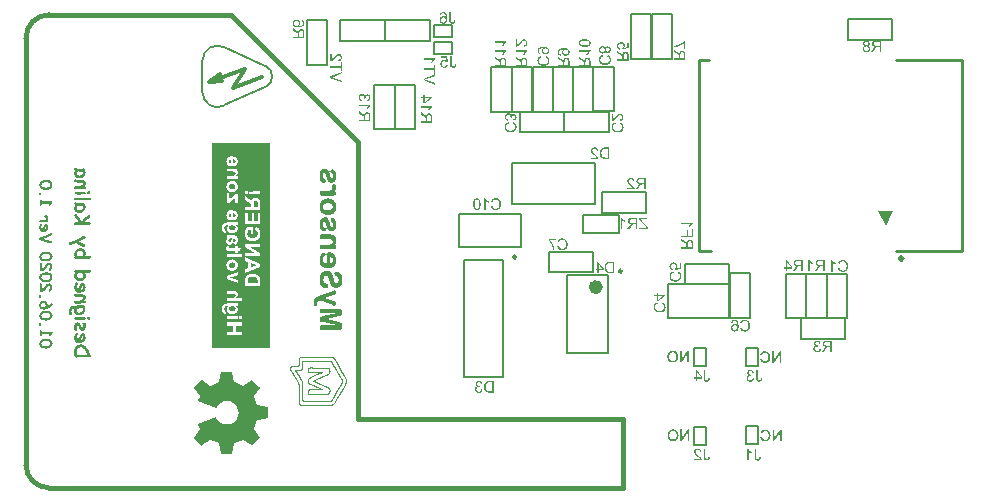
<source format=gbo>
G04 Layer_Color=32896*
%FSLAX44Y44*%
%MOMM*%
G71*
G01*
G75*
%ADD12C,0.3000*%
%ADD16C,0.2000*%
%ADD47C,0.6000*%
%ADD50C,0.2500*%
%ADD51C,0.1000*%
%ADD52C,0.2540*%
%ADD82C,0.4000*%
G36*
X342273Y336171D02*
X348597D01*
Y335199D01*
X342273Y330717D01*
X341171D01*
Y334967D01*
X338836D01*
Y336171D01*
X341171D01*
Y337491D01*
X342273D01*
Y336171D01*
D02*
G37*
G36*
X364196Y401049D02*
Y400759D01*
X364225Y400498D01*
X364239Y400295D01*
X364268Y400121D01*
X364297Y399991D01*
X364312Y399889D01*
X364341Y399831D01*
Y399816D01*
X364399Y399686D01*
X364471Y399570D01*
X364558Y399468D01*
X364631Y399381D01*
X364718Y399309D01*
X364776Y399265D01*
X364819Y399236D01*
X364834Y399222D01*
X364964Y399149D01*
X365109Y399091D01*
X365254Y399062D01*
X365370Y399033D01*
X365486Y399019D01*
X365573Y399004D01*
X365660D01*
X365892Y399019D01*
X366110Y399062D01*
X366284Y399135D01*
X366429Y399207D01*
X366545Y399280D01*
X366632Y399352D01*
X366690Y399396D01*
X366705Y399410D01*
X366763Y399497D01*
X366821Y399599D01*
X366922Y399816D01*
X366995Y400078D01*
X367038Y400339D01*
X367082Y400571D01*
X367096Y400672D01*
Y400759D01*
X367111Y400846D01*
Y400904D01*
Y400933D01*
Y400948D01*
X368271Y400788D01*
Y400527D01*
X368256Y400280D01*
X368228Y400034D01*
X368184Y399831D01*
X368126Y399628D01*
X368082Y399454D01*
X368010Y399280D01*
X367952Y399135D01*
X367894Y399004D01*
X367836Y398888D01*
X367778Y398801D01*
X367720Y398729D01*
X367676Y398656D01*
X367647Y398613D01*
X367618Y398598D01*
Y398584D01*
X367488Y398453D01*
X367343Y398352D01*
X367183Y398250D01*
X367024Y398163D01*
X366705Y398032D01*
X366386Y397946D01*
X366096Y397902D01*
X365979Y397887D01*
X365863Y397873D01*
X365776Y397859D01*
X365660D01*
X365341Y397873D01*
X365051Y397916D01*
X364805Y397975D01*
X364573Y398032D01*
X364399Y398091D01*
X364268Y398148D01*
X364181Y398192D01*
X364152Y398206D01*
X363920Y398352D01*
X363731Y398511D01*
X363572Y398685D01*
X363441Y398845D01*
X363340Y398990D01*
X363267Y399106D01*
X363224Y399193D01*
X363209Y399222D01*
X363108Y399497D01*
X363035Y399802D01*
X362977Y400121D01*
X362948Y400426D01*
X362919Y400701D01*
Y400817D01*
X362905Y400919D01*
Y401006D01*
Y401064D01*
Y401107D01*
Y401122D01*
Y407779D01*
X364196D01*
Y401049D01*
D02*
G37*
G36*
X348626Y327266D02*
X348379Y327135D01*
X348147Y326961D01*
X347930Y326787D01*
X347727Y326613D01*
X347552Y326453D01*
X347422Y326323D01*
X347335Y326221D01*
X347321Y326207D01*
X347306Y326192D01*
X347059Y325902D01*
X346842Y325612D01*
X346653Y325322D01*
X346494Y325047D01*
X346363Y324814D01*
X346305Y324713D01*
X346262Y324626D01*
X346218Y324553D01*
X346189Y324495D01*
X346175Y324466D01*
Y324452D01*
X345014D01*
X345102Y324669D01*
X345203Y324887D01*
X345290Y325090D01*
X345392Y325279D01*
X345479Y325453D01*
X345551Y325583D01*
X345609Y325670D01*
X345624Y325685D01*
Y325699D01*
X345783Y325946D01*
X345928Y326178D01*
X346073Y326381D01*
X346189Y326540D01*
X346305Y326671D01*
X346378Y326772D01*
X346436Y326830D01*
X346450Y326845D01*
X338836D01*
Y328049D01*
X348626D01*
Y327266D01*
D02*
G37*
G36*
X289732Y338521D02*
X290036Y338463D01*
X290312Y338376D01*
X290529Y338289D01*
X290718Y338202D01*
X290849Y338115D01*
X290935Y338057D01*
X290965Y338042D01*
X291182Y337854D01*
X291356Y337636D01*
X291501Y337404D01*
X291617Y337201D01*
X291690Y336998D01*
X291748Y336853D01*
X291762Y336795D01*
X291777Y336752D01*
X291791Y336722D01*
Y336708D01*
X291907Y336940D01*
X292052Y337143D01*
X292183Y337317D01*
X292313Y337462D01*
X292429Y337564D01*
X292516Y337651D01*
X292574Y337694D01*
X292603Y337709D01*
X292806Y337825D01*
X293009Y337912D01*
X293198Y337970D01*
X293387Y338013D01*
X293532Y338042D01*
X293662Y338057D01*
X293764D01*
X294010Y338042D01*
X294242Y337999D01*
X294445Y337941D01*
X294634Y337883D01*
X294793Y337810D01*
X294909Y337752D01*
X294982Y337709D01*
X295011Y337694D01*
X295229Y337549D01*
X295403Y337375D01*
X295577Y337201D01*
X295707Y337042D01*
X295809Y336882D01*
X295896Y336766D01*
X295939Y336679D01*
X295954Y336665D01*
Y336650D01*
X296070Y336389D01*
X296157Y336142D01*
X296215Y335896D01*
X296258Y335664D01*
X296287Y335475D01*
X296302Y335316D01*
Y335258D01*
Y335214D01*
Y335200D01*
Y335185D01*
Y334968D01*
X296273Y334765D01*
X296200Y334388D01*
X296084Y334054D01*
X295968Y333778D01*
X295910Y333662D01*
X295852Y333546D01*
X295794Y333459D01*
X295736Y333387D01*
X295693Y333329D01*
X295664Y333285D01*
X295649Y333256D01*
X295635Y333242D01*
X295359Y332981D01*
X295069Y332763D01*
X294750Y332589D01*
X294460Y332458D01*
X294184Y332371D01*
X294068Y332328D01*
X293981Y332299D01*
X293894Y332285D01*
X293836Y332270D01*
X293793Y332256D01*
X293778D01*
X293561Y333459D01*
X293865Y333517D01*
X294126Y333604D01*
X294358Y333706D01*
X294547Y333807D01*
X294677Y333894D01*
X294779Y333981D01*
X294851Y334039D01*
X294866Y334054D01*
X295011Y334243D01*
X295127Y334431D01*
X295200Y334619D01*
X295258Y334808D01*
X295287Y334968D01*
X295316Y335098D01*
Y335185D01*
Y335200D01*
Y335214D01*
X295301Y335475D01*
X295243Y335693D01*
X295185Y335896D01*
X295098Y336055D01*
X295026Y336200D01*
X294953Y336287D01*
X294895Y336360D01*
X294881Y336375D01*
X294706Y336520D01*
X294532Y336636D01*
X294344Y336708D01*
X294170Y336766D01*
X294025Y336795D01*
X293909Y336824D01*
X293648D01*
X293503Y336795D01*
X293256Y336722D01*
X293039Y336621D01*
X292864Y336520D01*
X292734Y336404D01*
X292632Y336302D01*
X292574Y336229D01*
X292560Y336215D01*
Y336200D01*
X292429Y335968D01*
X292328Y335722D01*
X292270Y335504D01*
X292212Y335287D01*
X292183Y335098D01*
X292168Y334953D01*
Y334895D01*
Y334852D01*
Y334837D01*
Y334823D01*
Y334765D01*
X292183Y334707D01*
Y334649D01*
Y334634D01*
X291124Y334504D01*
X291168Y334692D01*
X291197Y334852D01*
X291226Y334997D01*
X291240Y335113D01*
X291255Y335214D01*
Y335287D01*
Y335330D01*
Y335345D01*
X291226Y335635D01*
X291168Y335910D01*
X291081Y336142D01*
X290994Y336331D01*
X290892Y336491D01*
X290805Y336606D01*
X290747Y336679D01*
X290718Y336708D01*
X290500Y336897D01*
X290283Y337027D01*
X290051Y337129D01*
X289833Y337187D01*
X289645Y337230D01*
X289500Y337245D01*
X289442Y337259D01*
X289355D01*
X289050Y337230D01*
X288775Y337172D01*
X288528Y337071D01*
X288310Y336969D01*
X288151Y336868D01*
X288020Y336766D01*
X287948Y336708D01*
X287919Y336679D01*
X287730Y336447D01*
X287585Y336215D01*
X287484Y335968D01*
X287411Y335751D01*
X287368Y335548D01*
X287353Y335388D01*
X287339Y335330D01*
Y335287D01*
Y335258D01*
Y335243D01*
X287353Y334982D01*
X287411Y334750D01*
X287484Y334547D01*
X287571Y334373D01*
X287643Y334228D01*
X287716Y334126D01*
X287774Y334068D01*
X287788Y334039D01*
X287977Y333865D01*
X288209Y333720D01*
X288456Y333604D01*
X288702Y333503D01*
X288920Y333430D01*
X289021Y333401D01*
X289094Y333387D01*
X289166Y333372D01*
X289224Y333358D01*
X289253Y333343D01*
X289268D01*
X289108Y332140D01*
X288876Y332169D01*
X288673Y332212D01*
X288281Y332342D01*
X287933Y332487D01*
X287643Y332662D01*
X287527Y332749D01*
X287411Y332821D01*
X287324Y332894D01*
X287252Y332966D01*
X287179Y333024D01*
X287136Y333068D01*
X287121Y333082D01*
X287107Y333097D01*
X286976Y333256D01*
X286860Y333430D01*
X286759Y333619D01*
X286672Y333793D01*
X286541Y334155D01*
X286454Y334489D01*
X286411Y334649D01*
X286396Y334794D01*
X286381Y334924D01*
X286367Y335026D01*
X286353Y335113D01*
Y335185D01*
Y335229D01*
Y335243D01*
X286367Y335504D01*
X286396Y335751D01*
X286439Y335983D01*
X286497Y336215D01*
X286556Y336418D01*
X286628Y336606D01*
X286715Y336795D01*
X286802Y336955D01*
X286875Y337100D01*
X286962Y337230D01*
X287034Y337332D01*
X287107Y337433D01*
X287150Y337491D01*
X287194Y337549D01*
X287223Y337578D01*
X287237Y337593D01*
X287411Y337752D01*
X287585Y337897D01*
X287759Y338028D01*
X287948Y338144D01*
X288136Y338231D01*
X288310Y338303D01*
X288644Y338419D01*
X288804Y338463D01*
X288949Y338492D01*
X289079Y338507D01*
X289181Y338521D01*
X289282Y338535D01*
X289398D01*
X289732Y338521D01*
D02*
G37*
G36*
X341490Y321087D02*
X341766Y320899D01*
X342012Y320710D01*
X342230Y320536D01*
X342418Y320376D01*
X342578Y320231D01*
X342694Y320130D01*
X342752Y320057D01*
X342781Y320028D01*
X342868Y319912D01*
X342970Y319796D01*
X343115Y319535D01*
X343187Y319419D01*
X343231Y319332D01*
X343260Y319274D01*
X343274Y319245D01*
X343318Y319506D01*
X343361Y319738D01*
X343434Y319956D01*
X343492Y320159D01*
X343564Y320347D01*
X343637Y320522D01*
X343724Y320667D01*
X343796Y320812D01*
X343869Y320928D01*
X343941Y321029D01*
X343999Y321116D01*
X344057Y321189D01*
X344101Y321247D01*
X344144Y321290D01*
X344159Y321305D01*
X344173Y321319D01*
X344304Y321435D01*
X344449Y321551D01*
X344753Y321711D01*
X345043Y321841D01*
X345319Y321914D01*
X345566Y321972D01*
X345667Y321986D01*
X345754D01*
X345827Y322001D01*
X345928D01*
X346218Y321986D01*
X346494Y321943D01*
X346740Y321870D01*
X346958Y321798D01*
X347146Y321711D01*
X347277Y321653D01*
X347364Y321595D01*
X347393Y321580D01*
X347625Y321421D01*
X347814Y321247D01*
X347973Y321058D01*
X348104Y320884D01*
X348205Y320724D01*
X348278Y320608D01*
X348307Y320522D01*
X348321Y320507D01*
Y320493D01*
X348365Y320362D01*
X348408Y320217D01*
X348481Y319898D01*
X348524Y319579D01*
X348568Y319260D01*
X348582Y318970D01*
Y318839D01*
X348597Y318738D01*
Y318650D01*
Y318578D01*
Y318535D01*
Y318520D01*
Y314198D01*
X338836D01*
Y315489D01*
X343172D01*
Y316983D01*
Y317157D01*
X343158Y317302D01*
Y317418D01*
X343144Y317519D01*
X343129Y317592D01*
Y317650D01*
X343115Y317679D01*
Y317693D01*
X343042Y317911D01*
X342955Y318099D01*
X342911Y318186D01*
X342882Y318244D01*
X342868Y318274D01*
X342853Y318288D01*
X342766Y318404D01*
X342679Y318520D01*
X342462Y318723D01*
X342360Y318810D01*
X342273Y318883D01*
X342215Y318926D01*
X342201Y318941D01*
X342012Y319086D01*
X341795Y319245D01*
X341577Y319405D01*
X341360Y319550D01*
X341157Y319680D01*
X340997Y319782D01*
X340939Y319825D01*
X340896Y319854D01*
X340867Y319883D01*
X340852D01*
X338836Y321174D01*
Y322784D01*
X341490Y321087D01*
D02*
G37*
G36*
X358119Y407793D02*
X358380Y407764D01*
X358626Y407706D01*
X358873Y407634D01*
X359090Y407547D01*
X359293Y407460D01*
X359482Y407358D01*
X359641Y407257D01*
X359786Y407141D01*
X359917Y407039D01*
X360033Y406952D01*
X360120Y406865D01*
X360193Y406793D01*
X360251Y406735D01*
X360280Y406706D01*
X360294Y406691D01*
X360483Y406430D01*
X360642Y406140D01*
X360773Y405835D01*
X360903Y405502D01*
X361005Y405168D01*
X361077Y404820D01*
X361150Y404487D01*
X361208Y404153D01*
X361251Y403834D01*
X361280Y403529D01*
X361309Y403268D01*
X361324Y403036D01*
Y402848D01*
X361338Y402703D01*
Y402645D01*
Y402601D01*
Y402587D01*
Y402572D01*
X361324Y402122D01*
X361295Y401687D01*
X361251Y401296D01*
X361193Y400948D01*
X361121Y400614D01*
X361034Y400309D01*
X360961Y400048D01*
X360860Y399816D01*
X360773Y399613D01*
X360700Y399425D01*
X360613Y399280D01*
X360541Y399164D01*
X360483Y399062D01*
X360439Y399004D01*
X360410Y398961D01*
X360396Y398946D01*
X360207Y398758D01*
X360019Y398584D01*
X359815Y398439D01*
X359613Y398323D01*
X359409Y398206D01*
X359206Y398120D01*
X359003Y398047D01*
X358815Y397989D01*
X358641Y397946D01*
X358467Y397916D01*
X358322Y397887D01*
X358191Y397873D01*
X358090D01*
X358017Y397859D01*
X357945D01*
X357626Y397873D01*
X357335Y397916D01*
X357060Y397989D01*
X356828Y398061D01*
X356639Y398134D01*
X356494Y398206D01*
X356451Y398221D01*
X356407Y398250D01*
X356393Y398265D01*
X356378D01*
X356132Y398439D01*
X355914Y398627D01*
X355726Y398830D01*
X355566Y399019D01*
X355450Y399193D01*
X355363Y399338D01*
X355334Y399396D01*
X355305Y399439D01*
X355290Y399454D01*
Y399468D01*
X355160Y399773D01*
X355058Y400078D01*
X354986Y400368D01*
X354928Y400629D01*
X354899Y400846D01*
Y400948D01*
X354884Y401020D01*
Y401093D01*
Y401136D01*
Y401165D01*
Y401180D01*
X354899Y401441D01*
X354928Y401673D01*
X354957Y401905D01*
X355015Y402122D01*
X355087Y402326D01*
X355160Y402514D01*
X355232Y402688D01*
X355305Y402848D01*
X355392Y402978D01*
X355465Y403109D01*
X355537Y403210D01*
X355610Y403297D01*
X355667Y403370D01*
X355696Y403413D01*
X355726Y403442D01*
X355740Y403457D01*
X355900Y403616D01*
X356074Y403747D01*
X356248Y403863D01*
X356407Y403964D01*
X356581Y404051D01*
X356755Y404124D01*
X357074Y404226D01*
X357364Y404298D01*
X357481Y404313D01*
X357582Y404327D01*
X357669Y404342D01*
X357785D01*
X358032Y404327D01*
X358278Y404283D01*
X358496Y404240D01*
X358699Y404182D01*
X358873Y404109D01*
X358989Y404066D01*
X359076Y404022D01*
X359090Y404008D01*
X359105D01*
X359322Y403877D01*
X359525Y403718D01*
X359714Y403558D01*
X359859Y403399D01*
X359990Y403254D01*
X360077Y403138D01*
X360135Y403065D01*
X360149Y403051D01*
Y403297D01*
X360135Y403558D01*
X360120Y403790D01*
X360091Y404008D01*
X360077Y404211D01*
X360048Y404385D01*
X360019Y404559D01*
X359975Y404704D01*
X359946Y404849D01*
X359917Y404965D01*
X359888Y405052D01*
X359874Y405139D01*
X359845Y405197D01*
X359830Y405255D01*
X359815Y405270D01*
Y405284D01*
X359685Y405560D01*
X359540Y405806D01*
X359380Y406024D01*
X359235Y406198D01*
X359119Y406328D01*
X359003Y406430D01*
X358945Y406488D01*
X358916Y406502D01*
X358742Y406604D01*
X358568Y406691D01*
X358409Y406749D01*
X358249Y406778D01*
X358104Y406807D01*
X358003Y406822D01*
X357901D01*
X357640Y406793D01*
X357408Y406735D01*
X357205Y406662D01*
X357031Y406561D01*
X356886Y406459D01*
X356784Y406386D01*
X356726Y406328D01*
X356697Y406299D01*
X356596Y406169D01*
X356509Y406009D01*
X356422Y405835D01*
X356349Y405676D01*
X356306Y405516D01*
X356262Y405400D01*
X356248Y405313D01*
X356233Y405299D01*
Y405284D01*
X355044Y405371D01*
X355131Y405777D01*
X355247Y406125D01*
X355392Y406430D01*
X355551Y406691D01*
X355696Y406894D01*
X355827Y407039D01*
X355871Y407083D01*
X355914Y407126D01*
X355929Y407155D01*
X355943D01*
X356088Y407271D01*
X356233Y407373D01*
X356538Y407532D01*
X356857Y407648D01*
X357161Y407721D01*
X357422Y407779D01*
X357538Y407793D01*
X357640D01*
X357713Y407808D01*
X357828D01*
X358119Y407793D01*
D02*
G37*
G36*
X402789Y250190D02*
X403224Y250132D01*
X403630Y250030D01*
X403804Y249972D01*
X403978Y249929D01*
X404123Y249871D01*
X404268Y249813D01*
X404384Y249769D01*
X404486Y249711D01*
X404573Y249682D01*
X404631Y249653D01*
X404660Y249624D01*
X404674D01*
X405052Y249378D01*
X405385Y249102D01*
X405675Y248812D01*
X405907Y248536D01*
X406081Y248290D01*
X406154Y248174D01*
X406226Y248087D01*
X406270Y248000D01*
X406299Y247942D01*
X406328Y247913D01*
Y247898D01*
X406516Y247463D01*
X406661Y247014D01*
X406763Y246564D01*
X406836Y246143D01*
X406865Y245955D01*
X406879Y245781D01*
X406894Y245636D01*
Y245505D01*
X406908Y245389D01*
Y245317D01*
Y245259D01*
Y245244D01*
X406879Y244722D01*
X406821Y244243D01*
X406749Y243794D01*
X406705Y243591D01*
X406647Y243402D01*
X406603Y243228D01*
X406560Y243083D01*
X406516Y242938D01*
X406473Y242837D01*
X406444Y242735D01*
X406415Y242677D01*
X406400Y242634D01*
Y242619D01*
X406183Y242184D01*
X405951Y241821D01*
X405690Y241502D01*
X405443Y241241D01*
X405226Y241024D01*
X405139Y240951D01*
X405052Y240879D01*
X404979Y240835D01*
X404935Y240792D01*
X404907Y240777D01*
X404892Y240763D01*
X404703Y240647D01*
X404500Y240560D01*
X404080Y240400D01*
X403645Y240284D01*
X403239Y240212D01*
X403050Y240182D01*
X402876Y240154D01*
X402716Y240139D01*
X402586D01*
X402470Y240124D01*
X402325D01*
X402049Y240139D01*
X401774Y240154D01*
X401527Y240197D01*
X401281Y240255D01*
X401049Y240313D01*
X400846Y240385D01*
X400643Y240458D01*
X400468Y240545D01*
X400294Y240618D01*
X400164Y240690D01*
X400033Y240763D01*
X399932Y240821D01*
X399845Y240879D01*
X399787Y240922D01*
X399758Y240937D01*
X399743Y240951D01*
X399555Y241111D01*
X399381Y241299D01*
X399221Y241488D01*
X399062Y241691D01*
X398815Y242082D01*
X398612Y242474D01*
X398525Y242663D01*
X398467Y242822D01*
X398409Y242982D01*
X398351Y243112D01*
X398322Y243228D01*
X398293Y243301D01*
X398279Y243359D01*
Y243373D01*
X399569Y243707D01*
X399685Y243272D01*
X399845Y242895D01*
X400019Y242575D01*
X400193Y242314D01*
X400353Y242111D01*
X400410Y242039D01*
X400483Y241966D01*
X400527Y241923D01*
X400570Y241879D01*
X400584Y241865D01*
X400599Y241850D01*
X400744Y241734D01*
X400889Y241647D01*
X401208Y241488D01*
X401513Y241386D01*
X401788Y241299D01*
X402049Y241256D01*
X402151Y241241D01*
X402252D01*
X402325Y241227D01*
X402426D01*
X402760Y241241D01*
X403065Y241299D01*
X403355Y241372D01*
X403601Y241459D01*
X403804Y241531D01*
X403964Y241604D01*
X404022Y241633D01*
X404065Y241662D01*
X404080Y241676D01*
X404094D01*
X404355Y241865D01*
X404588Y242097D01*
X404776Y242314D01*
X404935Y242547D01*
X405052Y242750D01*
X405139Y242924D01*
X405168Y242982D01*
X405197Y243025D01*
X405211Y243054D01*
Y243069D01*
X405327Y243431D01*
X405414Y243794D01*
X405487Y244171D01*
X405530Y244505D01*
X405545Y244664D01*
X405559Y244795D01*
Y244925D01*
X405574Y245041D01*
Y245128D01*
Y245186D01*
Y245230D01*
Y245244D01*
X405559Y245607D01*
X405530Y245940D01*
X405472Y246259D01*
X405414Y246549D01*
X405371Y246782D01*
X405342Y246883D01*
X405313Y246956D01*
X405298Y247028D01*
X405284Y247072D01*
X405269Y247101D01*
Y247115D01*
X405139Y247434D01*
X404979Y247724D01*
X404805Y247971D01*
X404631Y248188D01*
X404471Y248348D01*
X404326Y248464D01*
X404239Y248536D01*
X404225Y248565D01*
X404210D01*
X403906Y248754D01*
X403601Y248885D01*
X403282Y248986D01*
X402978Y249044D01*
X402716Y249088D01*
X402615Y249102D01*
X402514D01*
X402441Y249117D01*
X402325D01*
X401977Y249102D01*
X401658Y249044D01*
X401382Y248957D01*
X401150Y248870D01*
X400962Y248783D01*
X400831Y248696D01*
X400744Y248638D01*
X400715Y248624D01*
X400483Y248420D01*
X400280Y248174D01*
X400106Y247913D01*
X399975Y247666D01*
X399859Y247434D01*
X399816Y247333D01*
X399772Y247246D01*
X399743Y247173D01*
X399729Y247115D01*
X399714Y247086D01*
Y247072D01*
X398438Y247376D01*
X398525Y247623D01*
X398612Y247855D01*
X398714Y248072D01*
X398830Y248275D01*
X398946Y248464D01*
X399062Y248624D01*
X399178Y248783D01*
X399294Y248928D01*
X399410Y249044D01*
X399511Y249160D01*
X399598Y249247D01*
X399685Y249334D01*
X399743Y249392D01*
X399801Y249436D01*
X399830Y249450D01*
X399845Y249465D01*
X400033Y249595D01*
X400236Y249711D01*
X400439Y249813D01*
X400643Y249900D01*
X401063Y250030D01*
X401440Y250132D01*
X401629Y250161D01*
X401788Y250175D01*
X401933Y250190D01*
X402064Y250204D01*
X402165Y250219D01*
X402310D01*
X402789Y250190D01*
D02*
G37*
G36*
X393579Y249827D02*
X393753Y249595D01*
X393927Y249378D01*
X394101Y249175D01*
X394261Y249000D01*
X394392Y248870D01*
X394493Y248783D01*
X394508Y248769D01*
X394522Y248754D01*
X394812Y248507D01*
X395102Y248290D01*
X395392Y248101D01*
X395668Y247942D01*
X395900Y247811D01*
X396001Y247753D01*
X396088Y247710D01*
X396161Y247666D01*
X396219Y247637D01*
X396248Y247623D01*
X396263D01*
Y246462D01*
X396045Y246549D01*
X395827Y246651D01*
X395624Y246738D01*
X395436Y246840D01*
X395262Y246927D01*
X395131Y246999D01*
X395044Y247057D01*
X395030Y247072D01*
X395015D01*
X394769Y247231D01*
X394537Y247376D01*
X394334Y247521D01*
X394174Y247637D01*
X394044Y247753D01*
X393942Y247826D01*
X393884Y247884D01*
X393869Y247898D01*
Y240284D01*
X392666D01*
Y250074D01*
X393449D01*
X393579Y249827D01*
D02*
G37*
G36*
X386792Y250045D02*
X387140Y249987D01*
X387444Y249885D01*
X387691Y249784D01*
X387909Y249682D01*
X387981Y249624D01*
X388054Y249581D01*
X388112Y249552D01*
X388155Y249523D01*
X388170Y249494D01*
X388184D01*
X388431Y249262D01*
X388648Y249000D01*
X388822Y248725D01*
X388967Y248464D01*
X389098Y248232D01*
X389141Y248130D01*
X389170Y248043D01*
X389199Y247971D01*
X389228Y247913D01*
X389243Y247884D01*
Y247869D01*
X389301Y247666D01*
X389359Y247449D01*
X389446Y246985D01*
X389504Y246521D01*
X389547Y246085D01*
X389562Y245882D01*
X389576Y245694D01*
Y245520D01*
X389591Y245375D01*
Y245244D01*
Y245157D01*
Y245099D01*
Y245085D01*
X389576Y244592D01*
X389547Y244127D01*
X389504Y243707D01*
X389446Y243315D01*
X389373Y242953D01*
X389286Y242634D01*
X389199Y242344D01*
X389112Y242082D01*
X389025Y241850D01*
X388938Y241662D01*
X388851Y241488D01*
X388779Y241357D01*
X388721Y241256D01*
X388677Y241183D01*
X388648Y241140D01*
X388634Y241125D01*
X388474Y240951D01*
X388300Y240792D01*
X388126Y240661D01*
X387938Y240545D01*
X387763Y240443D01*
X387575Y240371D01*
X387386Y240299D01*
X387212Y240255D01*
X387053Y240212D01*
X386908Y240182D01*
X386763Y240154D01*
X386647Y240139D01*
X386545Y240124D01*
X386415D01*
X386023Y240154D01*
X385690Y240212D01*
X385385Y240299D01*
X385124Y240415D01*
X384921Y240516D01*
X384776Y240603D01*
X384718Y240632D01*
X384674Y240661D01*
X384660Y240690D01*
X384645D01*
X384399Y240922D01*
X384181Y241183D01*
X383993Y241459D01*
X383848Y241720D01*
X383732Y241952D01*
X383688Y242053D01*
X383644Y242140D01*
X383630Y242213D01*
X383601Y242271D01*
X383587Y242300D01*
Y242314D01*
X383529Y242518D01*
X383470Y242735D01*
X383383Y243199D01*
X383311Y243663D01*
X383268Y244098D01*
X383253Y244301D01*
X383238Y244490D01*
Y244650D01*
X383224Y244795D01*
Y244925D01*
Y245012D01*
Y245070D01*
Y245085D01*
Y245346D01*
X383238Y245607D01*
Y245839D01*
X383253Y246056D01*
X383282Y246259D01*
X383297Y246448D01*
X383311Y246622D01*
X383340Y246782D01*
X383354Y246927D01*
X383383Y247043D01*
X383398Y247144D01*
X383413Y247231D01*
X383427Y247304D01*
X383442Y247347D01*
X383456Y247376D01*
Y247391D01*
X383543Y247695D01*
X383644Y247985D01*
X383746Y248232D01*
X383848Y248435D01*
X383935Y248609D01*
X384007Y248739D01*
X384051Y248812D01*
X384065Y248841D01*
X384210Y249059D01*
X384370Y249233D01*
X384544Y249392D01*
X384689Y249523D01*
X384834Y249624D01*
X384935Y249697D01*
X385008Y249740D01*
X385037Y249755D01*
X385269Y249856D01*
X385501Y249943D01*
X385733Y250001D01*
X385951Y250030D01*
X386139Y250059D01*
X386284Y250074D01*
X386415D01*
X386792Y250045D01*
D02*
G37*
G36*
X364958Y363711D02*
Y363421D01*
X364986Y363160D01*
X365001Y362957D01*
X365030Y362783D01*
X365059Y362653D01*
X365074Y362551D01*
X365103Y362493D01*
Y362478D01*
X365161Y362348D01*
X365233Y362232D01*
X365320Y362130D01*
X365393Y362043D01*
X365480Y361971D01*
X365538Y361927D01*
X365581Y361898D01*
X365596Y361884D01*
X365726Y361811D01*
X365871Y361753D01*
X366016Y361724D01*
X366132Y361695D01*
X366248Y361681D01*
X366335Y361666D01*
X366422D01*
X366654Y361681D01*
X366872Y361724D01*
X367046Y361797D01*
X367191Y361869D01*
X367307Y361942D01*
X367394Y362014D01*
X367452Y362058D01*
X367467Y362072D01*
X367525Y362159D01*
X367583Y362261D01*
X367684Y362478D01*
X367757Y362739D01*
X367800Y363000D01*
X367844Y363233D01*
X367858Y363334D01*
Y363421D01*
X367873Y363508D01*
Y363566D01*
Y363595D01*
Y363610D01*
X369033Y363450D01*
Y363189D01*
X369019Y362943D01*
X368989Y362696D01*
X368946Y362493D01*
X368888Y362290D01*
X368844Y362116D01*
X368772Y361942D01*
X368714Y361797D01*
X368656Y361666D01*
X368598Y361550D01*
X368540Y361463D01*
X368482Y361391D01*
X368438Y361318D01*
X368409Y361275D01*
X368380Y361260D01*
Y361246D01*
X368250Y361115D01*
X368105Y361014D01*
X367945Y360912D01*
X367786Y360825D01*
X367467Y360695D01*
X367148Y360607D01*
X366857Y360564D01*
X366741Y360550D01*
X366625Y360535D01*
X366538Y360521D01*
X366422D01*
X366103Y360535D01*
X365813Y360578D01*
X365567Y360636D01*
X365335Y360695D01*
X365161Y360752D01*
X365030Y360811D01*
X364943Y360854D01*
X364914Y360868D01*
X364682Y361014D01*
X364493Y361173D01*
X364334Y361347D01*
X364203Y361507D01*
X364102Y361652D01*
X364029Y361768D01*
X363986Y361855D01*
X363971Y361884D01*
X363870Y362159D01*
X363797Y362464D01*
X363739Y362783D01*
X363710Y363088D01*
X363681Y363363D01*
Y363479D01*
X363667Y363581D01*
Y363668D01*
Y363726D01*
Y363769D01*
Y363784D01*
Y370441D01*
X364958D01*
Y363711D01*
D02*
G37*
G36*
X361825Y365292D02*
X360694Y365132D01*
X360592Y365278D01*
X360476Y365423D01*
X360360Y365539D01*
X360244Y365640D01*
X360142Y365713D01*
X360055Y365785D01*
X359997Y365814D01*
X359983Y365829D01*
X359809Y365916D01*
X359620Y365988D01*
X359446Y366032D01*
X359287Y366075D01*
X359142Y366090D01*
X359040Y366104D01*
X358939D01*
X358605Y366075D01*
X358301Y366017D01*
X358039Y365916D01*
X357836Y365814D01*
X357662Y365698D01*
X357532Y365597D01*
X357459Y365539D01*
X357430Y365510D01*
X357242Y365263D01*
X357097Y365002D01*
X356995Y364741D01*
X356923Y364480D01*
X356879Y364248D01*
X356865Y364146D01*
Y364059D01*
X356850Y363987D01*
Y363929D01*
Y363900D01*
Y363885D01*
X356879Y363508D01*
X356937Y363160D01*
X357039Y362870D01*
X357140Y362623D01*
X357256Y362420D01*
X357358Y362275D01*
X357387Y362232D01*
X357416Y362188D01*
X357445Y362174D01*
Y362159D01*
X357561Y362043D01*
X357677Y361942D01*
X357923Y361782D01*
X358170Y361666D01*
X358402Y361594D01*
X358605Y361536D01*
X358765Y361521D01*
X358823Y361507D01*
X358910D01*
X359171Y361521D01*
X359403Y361579D01*
X359620Y361652D01*
X359794Y361739D01*
X359939Y361811D01*
X360055Y361884D01*
X360113Y361942D01*
X360142Y361956D01*
X360316Y362145D01*
X360462Y362362D01*
X360563Y362594D01*
X360650Y362826D01*
X360708Y363015D01*
X360752Y363189D01*
X360766Y363247D01*
X360781Y363291D01*
Y363320D01*
Y363334D01*
X362042Y363247D01*
X362013Y363015D01*
X361970Y362798D01*
X361839Y362406D01*
X361694Y362072D01*
X361607Y361927D01*
X361520Y361782D01*
X361433Y361666D01*
X361361Y361565D01*
X361288Y361463D01*
X361216Y361391D01*
X361158Y361333D01*
X361114Y361289D01*
X361100Y361275D01*
X361085Y361260D01*
X360926Y361130D01*
X360752Y361014D01*
X360578Y360912D01*
X360389Y360840D01*
X360026Y360695D01*
X359678Y360607D01*
X359519Y360578D01*
X359374Y360564D01*
X359243Y360550D01*
X359127Y360535D01*
X359040Y360521D01*
X358910D01*
X358620Y360535D01*
X358330Y360578D01*
X358068Y360636D01*
X357822Y360709D01*
X357604Y360796D01*
X357387Y360898D01*
X357198Y360999D01*
X357024Y361115D01*
X356865Y361217D01*
X356734Y361318D01*
X356618Y361420D01*
X356531Y361507D01*
X356459Y361594D01*
X356400Y361652D01*
X356371Y361681D01*
X356357Y361695D01*
X356212Y361884D01*
X356096Y362072D01*
X355994Y362261D01*
X355907Y362464D01*
X355762Y362841D01*
X355675Y363204D01*
X355632Y363363D01*
X355617Y363523D01*
X355603Y363653D01*
X355588Y363769D01*
X355574Y363856D01*
Y363929D01*
Y363972D01*
Y363987D01*
X355588Y364248D01*
X355617Y364480D01*
X355661Y364712D01*
X355704Y364930D01*
X355777Y365132D01*
X355849Y365321D01*
X355936Y365495D01*
X356009Y365655D01*
X356096Y365785D01*
X356183Y365916D01*
X356255Y366017D01*
X356314Y366104D01*
X356371Y366177D01*
X356415Y366220D01*
X356444Y366249D01*
X356459Y366264D01*
X356633Y366423D01*
X356807Y366554D01*
X356981Y366684D01*
X357169Y366786D01*
X357358Y366873D01*
X357532Y366945D01*
X357865Y367047D01*
X358025Y367090D01*
X358170Y367119D01*
X358301Y367134D01*
X358402Y367149D01*
X358489Y367163D01*
X358794D01*
X358968Y367134D01*
X359301Y367062D01*
X359620Y366960D01*
X359896Y366858D01*
X360128Y366742D01*
X360215Y366684D01*
X360302Y366641D01*
X360360Y366597D01*
X360404Y366568D01*
X360433Y366554D01*
X360447Y366539D01*
X359925Y369165D01*
X356038D01*
Y370310D01*
X360882D01*
X361825Y365292D01*
D02*
G37*
G36*
X296302Y328282D02*
X296055Y328151D01*
X295823Y327977D01*
X295606Y327803D01*
X295403Y327629D01*
X295229Y327469D01*
X295098Y327339D01*
X295011Y327237D01*
X294996Y327223D01*
X294982Y327208D01*
X294735Y326918D01*
X294518Y326628D01*
X294329Y326338D01*
X294170Y326063D01*
X294039Y325830D01*
X293981Y325729D01*
X293938Y325642D01*
X293894Y325569D01*
X293865Y325511D01*
X293851Y325482D01*
Y325468D01*
X292690D01*
X292778Y325686D01*
X292879Y325903D01*
X292966Y326106D01*
X293067Y326295D01*
X293155Y326469D01*
X293227Y326599D01*
X293285Y326686D01*
X293300Y326701D01*
Y326715D01*
X293459Y326962D01*
X293604Y327194D01*
X293749Y327397D01*
X293865Y327556D01*
X293981Y327687D01*
X294054Y327788D01*
X294112Y327846D01*
X294126Y327861D01*
X286512D01*
Y329065D01*
X296302D01*
Y328282D01*
D02*
G37*
G36*
X566420Y44704D02*
X564965D01*
Y51800D01*
X560240Y44704D01*
X558750D01*
Y54377D01*
X560206D01*
Y47263D01*
X564948Y54377D01*
X566420D01*
Y44704D01*
D02*
G37*
G36*
X272143Y355848D02*
X265036Y353194D01*
X264746Y353093D01*
X264456Y352991D01*
X264180Y352904D01*
X263934Y352832D01*
X263731Y352759D01*
X263571Y352716D01*
X263513Y352701D01*
X263484Y352687D01*
X263455Y352672D01*
X263441D01*
X264006Y352513D01*
X264267Y352425D01*
X264514Y352338D01*
X264732Y352266D01*
X264891Y352222D01*
X264949Y352193D01*
X264993Y352179D01*
X265022Y352164D01*
X265036D01*
X272143Y349626D01*
Y348219D01*
X262382Y351990D01*
Y353339D01*
X272143Y357154D01*
Y355848D01*
D02*
G37*
G36*
X552861Y54514D02*
X553221Y54479D01*
X553563Y54411D01*
X553889Y54308D01*
X554179Y54205D01*
X554453Y54085D01*
X554710Y53966D01*
X554950Y53846D01*
X555155Y53709D01*
X555344Y53589D01*
X555498Y53469D01*
X555617Y53366D01*
X555720Y53281D01*
X555789Y53212D01*
X555840Y53161D01*
X555857Y53144D01*
X556080Y52870D01*
X556285Y52596D01*
X556456Y52288D01*
X556593Y51980D01*
X556730Y51672D01*
X556833Y51364D01*
X556919Y51073D01*
X556987Y50781D01*
X557038Y50490D01*
X557073Y50251D01*
X557107Y50011D01*
X557124Y49823D01*
Y49652D01*
X557141Y49532D01*
Y49463D01*
Y49429D01*
X557124Y49052D01*
X557090Y48693D01*
X557021Y48351D01*
X556936Y48025D01*
X556850Y47717D01*
X556747Y47426D01*
X556628Y47169D01*
X556508Y46929D01*
X556388Y46707D01*
X556268Y46519D01*
X556165Y46347D01*
X556080Y46210D01*
X555994Y46091D01*
X555926Y46022D01*
X555891Y45971D01*
X555874Y45954D01*
X555617Y45714D01*
X555361Y45491D01*
X555087Y45303D01*
X554796Y45149D01*
X554522Y45012D01*
X554231Y44892D01*
X553957Y44807D01*
X553700Y44721D01*
X553443Y44670D01*
X553221Y44618D01*
X553015Y44601D01*
X552827Y44567D01*
X552690D01*
X552570Y44550D01*
X552485D01*
X552108Y44567D01*
X551766Y44601D01*
X551423Y44670D01*
X551115Y44773D01*
X550824Y44875D01*
X550550Y44978D01*
X550293Y45115D01*
X550071Y45235D01*
X549865Y45354D01*
X549677Y45491D01*
X549523Y45594D01*
X549403Y45714D01*
X549300Y45800D01*
X549215Y45868D01*
X549181Y45902D01*
X549163Y45919D01*
X548924Y46193D01*
X548736Y46467D01*
X548547Y46758D01*
X548393Y47066D01*
X548273Y47358D01*
X548171Y47666D01*
X548085Y47957D01*
X548016Y48248D01*
X547948Y48505D01*
X547914Y48744D01*
X547879Y48967D01*
X547862Y49155D01*
X547845Y49309D01*
Y49429D01*
Y49515D01*
Y49532D01*
X547862Y49943D01*
X547897Y50319D01*
X547965Y50696D01*
X548051Y51038D01*
X548153Y51364D01*
X548256Y51655D01*
X548376Y51929D01*
X548496Y52168D01*
X548616Y52391D01*
X548736Y52596D01*
X548838Y52750D01*
X548941Y52887D01*
X549026Y53007D01*
X549095Y53075D01*
X549129Y53127D01*
X549146Y53144D01*
X549403Y53384D01*
X549660Y53606D01*
X549934Y53794D01*
X550208Y53949D01*
X550499Y54085D01*
X550773Y54188D01*
X551047Y54291D01*
X551303Y54359D01*
X551543Y54411D01*
X551766Y54462D01*
X551971Y54496D01*
X552142Y54514D01*
X552279D01*
X552399Y54531D01*
X552485D01*
X552861Y54514D01*
D02*
G37*
G36*
X630873Y54260D02*
X631216Y54225D01*
X631558Y54157D01*
X631866Y54071D01*
X632158Y53969D01*
X632431Y53866D01*
X632671Y53746D01*
X632911Y53626D01*
X633116Y53489D01*
X633287Y53369D01*
X633442Y53267D01*
X633561Y53164D01*
X633664Y53078D01*
X633750Y53010D01*
X633784Y52976D01*
X633801Y52958D01*
X634024Y52702D01*
X634212Y52428D01*
X634383Y52137D01*
X634537Y51846D01*
X634657Y51537D01*
X634760Y51229D01*
X634845Y50938D01*
X634914Y50664D01*
X634965Y50391D01*
X634999Y50134D01*
X635034Y49911D01*
X635051Y49723D01*
Y49569D01*
X635068Y49449D01*
Y49380D01*
Y49346D01*
X635051Y48970D01*
X635017Y48593D01*
X634965Y48251D01*
X634897Y47908D01*
X634811Y47600D01*
X634725Y47309D01*
X634623Y47035D01*
X634520Y46795D01*
X634434Y46573D01*
X634332Y46367D01*
X634246Y46196D01*
X634160Y46059D01*
X634092Y45939D01*
X634041Y45854D01*
X634006Y45802D01*
X633989Y45785D01*
X633767Y45528D01*
X633527Y45289D01*
X633253Y45100D01*
X632979Y44929D01*
X632705Y44775D01*
X632414Y44655D01*
X632123Y44570D01*
X631832Y44484D01*
X631575Y44416D01*
X631319Y44381D01*
X631096Y44347D01*
X630908Y44313D01*
X630737D01*
X630617Y44296D01*
X630514D01*
X630240Y44313D01*
X629983Y44330D01*
X629504Y44416D01*
X629059Y44553D01*
X628871Y44621D01*
X628699Y44707D01*
X628528Y44775D01*
X628391Y44844D01*
X628271Y44912D01*
X628169Y44981D01*
X628083Y45032D01*
X628032Y45066D01*
X627997Y45100D01*
X627980D01*
X627792Y45255D01*
X627604Y45443D01*
X627295Y45837D01*
X627039Y46265D01*
X626833Y46676D01*
X626748Y46881D01*
X626662Y47052D01*
X626611Y47223D01*
X626559Y47360D01*
X626525Y47480D01*
X626491Y47583D01*
X626474Y47634D01*
Y47651D01*
X627963Y48028D01*
X628083Y47583D01*
X628237Y47206D01*
X628391Y46881D01*
X628545Y46624D01*
X628699Y46419D01*
X628819Y46282D01*
X628888Y46213D01*
X628922Y46179D01*
X629179Y45991D01*
X629453Y45854D01*
X629744Y45751D01*
X630018Y45683D01*
X630257Y45648D01*
X630446Y45631D01*
X630514Y45614D01*
X630617D01*
X630856Y45631D01*
X631079Y45648D01*
X631490Y45751D01*
X631849Y45905D01*
X632140Y46076D01*
X632380Y46230D01*
X632551Y46385D01*
X632620Y46436D01*
X632671Y46487D01*
X632688Y46504D01*
X632705Y46522D01*
X632842Y46710D01*
X632962Y46915D01*
X633167Y47360D01*
X633304Y47823D01*
X633407Y48285D01*
X633442Y48507D01*
X633459Y48713D01*
X633493Y48884D01*
Y49055D01*
X633510Y49175D01*
Y49278D01*
Y49346D01*
Y49363D01*
X633493Y49672D01*
X633476Y49945D01*
X633442Y50219D01*
X633390Y50476D01*
X633339Y50699D01*
X633270Y50921D01*
X633202Y51127D01*
X633133Y51298D01*
X633065Y51452D01*
X632996Y51589D01*
X632928Y51709D01*
X632877Y51811D01*
X632825Y51880D01*
X632791Y51931D01*
X632757Y51965D01*
Y51983D01*
X632603Y52154D01*
X632431Y52308D01*
X632260Y52428D01*
X632089Y52548D01*
X631901Y52650D01*
X631712Y52719D01*
X631353Y52839D01*
X631028Y52907D01*
X630873Y52924D01*
X630754Y52941D01*
X630651Y52958D01*
X630514D01*
X630189Y52941D01*
X629915Y52890D01*
X629658Y52804D01*
X629436Y52719D01*
X629264Y52633D01*
X629144Y52548D01*
X629076Y52496D01*
X629042Y52479D01*
X628836Y52274D01*
X628648Y52051D01*
X628477Y51794D01*
X628340Y51555D01*
X628237Y51332D01*
X628169Y51144D01*
X628134Y51075D01*
X628117Y51024D01*
X628100Y50990D01*
Y50973D01*
X626628Y51281D01*
X626713Y51555D01*
X626799Y51811D01*
X626919Y52051D01*
X627022Y52274D01*
X627141Y52479D01*
X627261Y52667D01*
X627381Y52839D01*
X627501Y52976D01*
X627621Y53113D01*
X627724Y53232D01*
X627809Y53318D01*
X627895Y53404D01*
X627963Y53455D01*
X628014Y53506D01*
X628049Y53541D01*
X628066D01*
X628254Y53678D01*
X628460Y53780D01*
X628871Y53969D01*
X629281Y54106D01*
X629658Y54191D01*
X629829Y54208D01*
X630000Y54242D01*
X630137Y54260D01*
X630257D01*
X630360Y54277D01*
X630497D01*
X630873Y54260D01*
D02*
G37*
G36*
X644398Y44450D02*
X642943D01*
Y51546D01*
X638218Y44450D01*
X636728D01*
Y54123D01*
X638184D01*
Y47009D01*
X642926Y54123D01*
X644398D01*
Y44450D01*
D02*
G37*
G36*
X272143Y357589D02*
X270997D01*
Y360808D01*
X262382D01*
Y362099D01*
X270997D01*
Y365319D01*
X272143D01*
Y357589D01*
D02*
G37*
G36*
X351166Y367856D02*
X350919Y367725D01*
X350687Y367551D01*
X350470Y367377D01*
X350267Y367203D01*
X350093Y367043D01*
X349962Y366913D01*
X349875Y366811D01*
X349860Y366797D01*
X349846Y366782D01*
X349599Y366492D01*
X349382Y366202D01*
X349193Y365912D01*
X349034Y365637D01*
X348903Y365405D01*
X348845Y365303D01*
X348802Y365216D01*
X348758Y365143D01*
X348729Y365085D01*
X348715Y365056D01*
Y365042D01*
X347554D01*
X347641Y365260D01*
X347743Y365477D01*
X347830Y365680D01*
X347932Y365869D01*
X348019Y366043D01*
X348091Y366173D01*
X348149Y366260D01*
X348164Y366275D01*
Y366289D01*
X348323Y366536D01*
X348468Y366768D01*
X348613Y366971D01*
X348729Y367130D01*
X348845Y367261D01*
X348918Y367363D01*
X348976Y367421D01*
X348990Y367435D01*
X341376D01*
Y368639D01*
X351166D01*
Y367856D01*
D02*
G37*
G36*
X289166Y322103D02*
X289442Y321915D01*
X289688Y321726D01*
X289906Y321552D01*
X290094Y321392D01*
X290254Y321247D01*
X290370Y321146D01*
X290428Y321073D01*
X290457Y321044D01*
X290544Y320928D01*
X290646Y320812D01*
X290791Y320551D01*
X290863Y320435D01*
X290907Y320348D01*
X290935Y320290D01*
X290950Y320261D01*
X290994Y320522D01*
X291037Y320754D01*
X291110Y320972D01*
X291168Y321175D01*
X291240Y321363D01*
X291313Y321538D01*
X291400Y321683D01*
X291472Y321828D01*
X291545Y321944D01*
X291617Y322045D01*
X291675Y322132D01*
X291733Y322205D01*
X291777Y322263D01*
X291820Y322306D01*
X291835Y322321D01*
X291849Y322335D01*
X291980Y322451D01*
X292125Y322567D01*
X292429Y322727D01*
X292719Y322857D01*
X292995Y322930D01*
X293242Y322988D01*
X293343Y323002D01*
X293430D01*
X293503Y323017D01*
X293604D01*
X293894Y323002D01*
X294170Y322959D01*
X294416Y322886D01*
X294634Y322814D01*
X294822Y322727D01*
X294953Y322669D01*
X295040Y322611D01*
X295069Y322596D01*
X295301Y322437D01*
X295490Y322263D01*
X295649Y322074D01*
X295780Y321900D01*
X295881Y321740D01*
X295954Y321624D01*
X295983Y321538D01*
X295997Y321523D01*
Y321508D01*
X296041Y321378D01*
X296084Y321233D01*
X296157Y320914D01*
X296200Y320595D01*
X296244Y320276D01*
X296258Y319986D01*
Y319855D01*
X296273Y319754D01*
Y319667D01*
Y319594D01*
Y319550D01*
Y319536D01*
Y315214D01*
X286512D01*
Y316505D01*
X290849D01*
Y317999D01*
Y318173D01*
X290834Y318318D01*
Y318434D01*
X290819Y318535D01*
X290805Y318608D01*
Y318666D01*
X290791Y318695D01*
Y318709D01*
X290718Y318927D01*
X290631Y319115D01*
X290588Y319202D01*
X290558Y319260D01*
X290544Y319289D01*
X290529Y319304D01*
X290442Y319420D01*
X290355Y319536D01*
X290138Y319739D01*
X290036Y319826D01*
X289949Y319899D01*
X289891Y319942D01*
X289877Y319957D01*
X289688Y320102D01*
X289471Y320261D01*
X289253Y320421D01*
X289036Y320566D01*
X288832Y320696D01*
X288673Y320798D01*
X288615Y320841D01*
X288571Y320870D01*
X288542Y320899D01*
X288528D01*
X286512Y322190D01*
Y323800D01*
X289166Y322103D01*
D02*
G37*
G36*
X351137Y355557D02*
X349991D01*
Y358776D01*
X341376D01*
Y360067D01*
X349991D01*
Y363287D01*
X351137D01*
Y355557D01*
D02*
G37*
G36*
X263528Y367669D02*
X263760Y367828D01*
X263876Y367915D01*
X263963Y368002D01*
X264050Y368075D01*
X264108Y368133D01*
X264151Y368162D01*
X264166Y368176D01*
X264238Y368249D01*
X264311Y368321D01*
X264499Y368524D01*
X264702Y368742D01*
X264906Y368974D01*
X265094Y369206D01*
X265254Y369380D01*
X265312Y369453D01*
X265355Y369510D01*
X265384Y369539D01*
X265399Y369554D01*
X265602Y369786D01*
X265790Y370004D01*
X265964Y370207D01*
X266124Y370381D01*
X266283Y370555D01*
X266414Y370700D01*
X266544Y370845D01*
X266660Y370961D01*
X266762Y371062D01*
X266849Y371149D01*
X266936Y371236D01*
X266994Y371294D01*
X267081Y371367D01*
X267110Y371396D01*
X267342Y371585D01*
X267560Y371758D01*
X267763Y371889D01*
X267951Y372005D01*
X268096Y372092D01*
X268198Y372150D01*
X268270Y372179D01*
X268299Y372194D01*
X268517Y372281D01*
X268720Y372339D01*
X268909Y372382D01*
X269097Y372411D01*
X269242Y372426D01*
X269358Y372440D01*
X269460D01*
X269677Y372426D01*
X269866Y372411D01*
X270069Y372368D01*
X270243Y372310D01*
X270576Y372179D01*
X270852Y372034D01*
X270968Y371947D01*
X271084Y371875D01*
X271171Y371802D01*
X271244Y371744D01*
X271316Y371686D01*
X271360Y371642D01*
X271374Y371628D01*
X271389Y371614D01*
X271534Y371454D01*
X271650Y371280D01*
X271751Y371106D01*
X271838Y370932D01*
X271983Y370555D01*
X272070Y370207D01*
X272114Y370033D01*
X272128Y369888D01*
X272143Y369743D01*
X272157Y369627D01*
X272172Y369525D01*
Y369453D01*
Y369409D01*
Y369394D01*
X272157Y369133D01*
X272143Y368901D01*
X272099Y368669D01*
X272056Y368466D01*
X271998Y368263D01*
X271940Y368075D01*
X271882Y367915D01*
X271809Y367770D01*
X271737Y367625D01*
X271679Y367509D01*
X271621Y367407D01*
X271563Y367321D01*
X271519Y367262D01*
X271476Y367219D01*
X271461Y367190D01*
X271447Y367175D01*
X271302Y367030D01*
X271142Y366900D01*
X270982Y366784D01*
X270809Y366682D01*
X270460Y366508D01*
X270127Y366392D01*
X269822Y366320D01*
X269692Y366291D01*
X269576Y366262D01*
X269474Y366247D01*
X269402Y366233D01*
X269344D01*
X269213Y367466D01*
X269532Y367495D01*
X269822Y367552D01*
X270069Y367625D01*
X270272Y367727D01*
X270431Y367814D01*
X270547Y367901D01*
X270620Y367959D01*
X270649Y367973D01*
X270823Y368176D01*
X270954Y368408D01*
X271055Y368640D01*
X271113Y368872D01*
X271157Y369061D01*
X271171Y369220D01*
X271186Y369278D01*
Y369322D01*
Y369351D01*
Y369366D01*
X271171Y369655D01*
X271113Y369917D01*
X271026Y370134D01*
X270939Y370337D01*
X270852Y370482D01*
X270765Y370598D01*
X270707Y370656D01*
X270692Y370685D01*
X270504Y370859D01*
X270301Y370990D01*
X270098Y371077D01*
X269909Y371149D01*
X269735Y371178D01*
X269605Y371193D01*
X269518Y371207D01*
X269489D01*
X269228Y371178D01*
X268981Y371120D01*
X268734Y371033D01*
X268502Y370932D01*
X268314Y370816D01*
X268169Y370729D01*
X268111Y370700D01*
X268067Y370671D01*
X268053Y370642D01*
X268038D01*
X267893Y370526D01*
X267734Y370381D01*
X267574Y370236D01*
X267400Y370062D01*
X267052Y369714D01*
X266733Y369351D01*
X266428Y369032D01*
X266298Y368887D01*
X266196Y368756D01*
X266109Y368640D01*
X266037Y368568D01*
X265993Y368510D01*
X265979Y368495D01*
X265674Y368133D01*
X265399Y367814D01*
X265138Y367538D01*
X264920Y367321D01*
X264746Y367146D01*
X264615Y367016D01*
X264529Y366943D01*
X264514Y366914D01*
X264499D01*
X264267Y366726D01*
X264035Y366566D01*
X263818Y366436D01*
X263615Y366320D01*
X263455Y366233D01*
X263325Y366175D01*
X263238Y366146D01*
X263223Y366131D01*
X263209D01*
X263064Y366088D01*
X262904Y366044D01*
X262774Y366030D01*
X262643Y366015D01*
X262542Y366001D01*
X262382D01*
Y372455D01*
X263528D01*
Y367669D01*
D02*
G37*
G36*
X351137Y353816D02*
X344030Y351162D01*
X343740Y351061D01*
X343450Y350959D01*
X343174Y350872D01*
X342928Y350800D01*
X342725Y350727D01*
X342565Y350684D01*
X342507Y350669D01*
X342478Y350654D01*
X342449Y350640D01*
X342435D01*
X343000Y350480D01*
X343261Y350393D01*
X343508Y350307D01*
X343726Y350234D01*
X343885Y350190D01*
X343943Y350161D01*
X343987Y350147D01*
X344016Y350132D01*
X344030D01*
X351137Y347594D01*
Y346188D01*
X341376Y349958D01*
Y351307D01*
X351137Y355122D01*
Y353816D01*
D02*
G37*
G36*
X613609Y147320D02*
X614044Y147262D01*
X614450Y147160D01*
X614624Y147102D01*
X614798Y147059D01*
X614943Y147001D01*
X615088Y146943D01*
X615204Y146899D01*
X615306Y146841D01*
X615393Y146812D01*
X615451Y146783D01*
X615480Y146754D01*
X615494D01*
X615872Y146508D01*
X616205Y146232D01*
X616495Y145942D01*
X616727Y145666D01*
X616901Y145420D01*
X616974Y145304D01*
X617046Y145217D01*
X617090Y145130D01*
X617119Y145072D01*
X617148Y145043D01*
Y145028D01*
X617336Y144593D01*
X617481Y144144D01*
X617583Y143694D01*
X617655Y143273D01*
X617685Y143085D01*
X617699Y142911D01*
X617714Y142766D01*
Y142635D01*
X617728Y142519D01*
Y142447D01*
Y142389D01*
Y142374D01*
X617699Y141852D01*
X617641Y141373D01*
X617569Y140924D01*
X617525Y140721D01*
X617467Y140532D01*
X617423Y140358D01*
X617380Y140213D01*
X617336Y140068D01*
X617293Y139967D01*
X617264Y139865D01*
X617235Y139807D01*
X617220Y139764D01*
Y139749D01*
X617003Y139314D01*
X616771Y138951D01*
X616510Y138632D01*
X616263Y138371D01*
X616046Y138154D01*
X615959Y138081D01*
X615872Y138009D01*
X615799Y137965D01*
X615756Y137922D01*
X615727Y137907D01*
X615712Y137893D01*
X615523Y137777D01*
X615320Y137690D01*
X614900Y137530D01*
X614465Y137414D01*
X614059Y137341D01*
X613870Y137312D01*
X613696Y137283D01*
X613536Y137269D01*
X613406D01*
X613290Y137254D01*
X613145D01*
X612869Y137269D01*
X612594Y137283D01*
X612347Y137327D01*
X612101Y137385D01*
X611869Y137443D01*
X611666Y137515D01*
X611463Y137588D01*
X611288Y137675D01*
X611114Y137748D01*
X610984Y137820D01*
X610853Y137893D01*
X610752Y137951D01*
X610665Y138009D01*
X610607Y138052D01*
X610578Y138067D01*
X610563Y138081D01*
X610375Y138241D01*
X610201Y138429D01*
X610041Y138618D01*
X609882Y138821D01*
X609635Y139212D01*
X609432Y139604D01*
X609345Y139793D01*
X609287Y139952D01*
X609229Y140112D01*
X609171Y140242D01*
X609142Y140358D01*
X609113Y140431D01*
X609099Y140489D01*
Y140503D01*
X610389Y140837D01*
X610505Y140402D01*
X610665Y140025D01*
X610839Y139705D01*
X611013Y139445D01*
X611172Y139241D01*
X611231Y139169D01*
X611303Y139096D01*
X611347Y139053D01*
X611390Y139009D01*
X611404Y138995D01*
X611419Y138980D01*
X611564Y138864D01*
X611709Y138777D01*
X612028Y138618D01*
X612333Y138516D01*
X612608Y138429D01*
X612869Y138386D01*
X612971Y138371D01*
X613072D01*
X613145Y138357D01*
X613246D01*
X613580Y138371D01*
X613885Y138429D01*
X614175Y138502D01*
X614421Y138589D01*
X614624Y138661D01*
X614784Y138734D01*
X614842Y138763D01*
X614885Y138792D01*
X614900Y138806D01*
X614914D01*
X615175Y138995D01*
X615407Y139227D01*
X615596Y139445D01*
X615756Y139677D01*
X615872Y139880D01*
X615959Y140054D01*
X615988Y140112D01*
X616017Y140155D01*
X616031Y140184D01*
Y140199D01*
X616147Y140561D01*
X616234Y140924D01*
X616307Y141301D01*
X616350Y141635D01*
X616365Y141794D01*
X616379Y141925D01*
Y142055D01*
X616394Y142171D01*
Y142258D01*
Y142316D01*
Y142360D01*
Y142374D01*
X616379Y142737D01*
X616350Y143070D01*
X616292Y143389D01*
X616234Y143680D01*
X616191Y143912D01*
X616162Y144013D01*
X616133Y144086D01*
X616118Y144158D01*
X616104Y144202D01*
X616089Y144231D01*
Y144245D01*
X615959Y144564D01*
X615799Y144854D01*
X615625Y145101D01*
X615451Y145318D01*
X615291Y145478D01*
X615146Y145594D01*
X615059Y145666D01*
X615045Y145695D01*
X615030D01*
X614726Y145884D01*
X614421Y146014D01*
X614102Y146116D01*
X613798Y146174D01*
X613536Y146218D01*
X613435Y146232D01*
X613334D01*
X613261Y146247D01*
X613145D01*
X612797Y146232D01*
X612478Y146174D01*
X612202Y146087D01*
X611970Y146000D01*
X611782Y145913D01*
X611651Y145826D01*
X611564Y145768D01*
X611535Y145753D01*
X611303Y145550D01*
X611100Y145304D01*
X610926Y145043D01*
X610795Y144796D01*
X610679Y144564D01*
X610636Y144463D01*
X610592Y144376D01*
X610563Y144303D01*
X610549Y144245D01*
X610534Y144216D01*
Y144202D01*
X609258Y144506D01*
X609345Y144753D01*
X609432Y144985D01*
X609534Y145202D01*
X609650Y145405D01*
X609766Y145594D01*
X609882Y145753D01*
X609998Y145913D01*
X610114Y146058D01*
X610230Y146174D01*
X610331Y146290D01*
X610418Y146377D01*
X610505Y146464D01*
X610563Y146522D01*
X610621Y146566D01*
X610650Y146580D01*
X610665Y146595D01*
X610853Y146725D01*
X611056Y146841D01*
X611259Y146943D01*
X611463Y147030D01*
X611883Y147160D01*
X612260Y147262D01*
X612449Y147291D01*
X612608Y147305D01*
X612753Y147320D01*
X612884Y147334D01*
X612985Y147349D01*
X613130D01*
X613609Y147320D01*
D02*
G37*
G36*
X411364Y374510D02*
X411117Y374379D01*
X410885Y374205D01*
X410668Y374031D01*
X410465Y373857D01*
X410290Y373697D01*
X410160Y373567D01*
X410073Y373465D01*
X410059Y373451D01*
X410044Y373436D01*
X409797Y373146D01*
X409580Y372856D01*
X409391Y372566D01*
X409232Y372291D01*
X409101Y372058D01*
X409043Y371957D01*
X409000Y371870D01*
X408956Y371797D01*
X408927Y371739D01*
X408913Y371710D01*
Y371696D01*
X407752D01*
X407840Y371913D01*
X407941Y372131D01*
X408028Y372334D01*
X408130Y372523D01*
X408217Y372697D01*
X408289Y372827D01*
X408347Y372914D01*
X408362Y372929D01*
Y372943D01*
X408521Y373190D01*
X408666Y373422D01*
X408811Y373625D01*
X408927Y373784D01*
X409043Y373915D01*
X409116Y374016D01*
X409174Y374075D01*
X409188Y374089D01*
X401574D01*
Y375293D01*
X411364D01*
Y374510D01*
D02*
G37*
G36*
Y382095D02*
X411117Y381964D01*
X410885Y381790D01*
X410668Y381616D01*
X410465Y381442D01*
X410290Y381283D01*
X410160Y381152D01*
X410073Y381051D01*
X410059Y381036D01*
X410044Y381022D01*
X409797Y380732D01*
X409580Y380442D01*
X409391Y380151D01*
X409232Y379876D01*
X409101Y379644D01*
X409043Y379542D01*
X409000Y379455D01*
X408956Y379383D01*
X408927Y379325D01*
X408913Y379296D01*
Y379281D01*
X407752D01*
X407840Y379499D01*
X407941Y379716D01*
X408028Y379919D01*
X408130Y380108D01*
X408217Y380282D01*
X408289Y380412D01*
X408347Y380499D01*
X408362Y380514D01*
Y380528D01*
X408521Y380775D01*
X408666Y381007D01*
X408811Y381210D01*
X408927Y381370D01*
X409043Y381500D01*
X409116Y381602D01*
X409174Y381660D01*
X409188Y381674D01*
X401574D01*
Y382878D01*
X411364D01*
Y382095D01*
D02*
G37*
G36*
X404228Y368331D02*
X404504Y368143D01*
X404750Y367954D01*
X404968Y367780D01*
X405156Y367621D01*
X405316Y367475D01*
X405432Y367374D01*
X405490Y367301D01*
X405519Y367272D01*
X405606Y367156D01*
X405708Y367040D01*
X405853Y366779D01*
X405925Y366663D01*
X405969Y366576D01*
X405998Y366518D01*
X406012Y366489D01*
X406056Y366750D01*
X406099Y366982D01*
X406172Y367200D01*
X406230Y367403D01*
X406302Y367592D01*
X406375Y367766D01*
X406462Y367910D01*
X406534Y368056D01*
X406607Y368172D01*
X406679Y368273D01*
X406737Y368360D01*
X406795Y368433D01*
X406839Y368491D01*
X406882Y368534D01*
X406897Y368549D01*
X406911Y368563D01*
X407042Y368679D01*
X407187Y368795D01*
X407491Y368955D01*
X407781Y369085D01*
X408057Y369158D01*
X408304Y369216D01*
X408405Y369230D01*
X408492D01*
X408565Y369245D01*
X408666D01*
X408956Y369230D01*
X409232Y369187D01*
X409478Y369114D01*
X409696Y369042D01*
X409884Y368955D01*
X410015Y368897D01*
X410102Y368839D01*
X410131Y368824D01*
X410363Y368665D01*
X410552Y368491D01*
X410711Y368302D01*
X410842Y368128D01*
X410943Y367969D01*
X411016Y367853D01*
X411045Y367766D01*
X411059Y367751D01*
Y367737D01*
X411103Y367606D01*
X411146Y367461D01*
X411219Y367142D01*
X411262Y366823D01*
X411306Y366504D01*
X411320Y366214D01*
Y366083D01*
X411335Y365982D01*
Y365895D01*
Y365822D01*
Y365779D01*
Y365764D01*
Y361442D01*
X401574D01*
Y362733D01*
X405910D01*
Y364227D01*
Y364401D01*
X405896Y364546D01*
Y364662D01*
X405882Y364763D01*
X405867Y364836D01*
Y364894D01*
X405853Y364923D01*
Y364937D01*
X405780Y365155D01*
X405693Y365343D01*
X405649Y365430D01*
X405620Y365489D01*
X405606Y365518D01*
X405591Y365532D01*
X405504Y365648D01*
X405417Y365764D01*
X405200Y365967D01*
X405098Y366054D01*
X405011Y366127D01*
X404953Y366170D01*
X404939Y366185D01*
X404750Y366330D01*
X404533Y366489D01*
X404315Y366649D01*
X404098Y366794D01*
X403895Y366924D01*
X403735Y367026D01*
X403677Y367069D01*
X403633Y367098D01*
X403605Y367127D01*
X403590D01*
X401574Y368418D01*
Y370028D01*
X404228Y368331D01*
D02*
G37*
G36*
X429163Y374510D02*
X428916Y374379D01*
X428684Y374205D01*
X428466Y374031D01*
X428264Y373857D01*
X428089Y373697D01*
X427959Y373567D01*
X427872Y373465D01*
X427857Y373451D01*
X427843Y373436D01*
X427596Y373146D01*
X427379Y372856D01*
X427190Y372566D01*
X427031Y372291D01*
X426900Y372058D01*
X426842Y371957D01*
X426799Y371870D01*
X426755Y371797D01*
X426726Y371739D01*
X426712Y371710D01*
Y371696D01*
X425551D01*
X425638Y371913D01*
X425740Y372131D01*
X425827Y372334D01*
X425928Y372523D01*
X426015Y372697D01*
X426088Y372827D01*
X426146Y372914D01*
X426161Y372929D01*
Y372943D01*
X426320Y373190D01*
X426465Y373422D01*
X426610Y373625D01*
X426726Y373784D01*
X426842Y373915D01*
X426915Y374016D01*
X426973Y374075D01*
X426987Y374089D01*
X419373D01*
Y375293D01*
X429163D01*
Y374510D01*
D02*
G37*
G36*
X420519Y379876D02*
X420751Y380035D01*
X420867Y380122D01*
X420954Y380209D01*
X421041Y380282D01*
X421099Y380340D01*
X421142Y380369D01*
X421157Y380383D01*
X421229Y380456D01*
X421302Y380528D01*
X421490Y380732D01*
X421693Y380949D01*
X421897Y381181D01*
X422085Y381413D01*
X422244Y381587D01*
X422303Y381660D01*
X422346Y381718D01*
X422375Y381747D01*
X422390Y381761D01*
X422593Y381993D01*
X422781Y382211D01*
X422955Y382414D01*
X423115Y382588D01*
X423274Y382762D01*
X423405Y382907D01*
X423535Y383052D01*
X423651Y383168D01*
X423753Y383270D01*
X423840Y383357D01*
X423927Y383444D01*
X423985Y383502D01*
X424072Y383574D01*
X424101Y383603D01*
X424333Y383792D01*
X424551Y383966D01*
X424754Y384096D01*
X424942Y384212D01*
X425087Y384299D01*
X425189Y384357D01*
X425261Y384386D01*
X425290Y384401D01*
X425508Y384488D01*
X425711Y384546D01*
X425899Y384590D01*
X426088Y384618D01*
X426233Y384633D01*
X426349Y384647D01*
X426451D01*
X426668Y384633D01*
X426857Y384618D01*
X427060Y384575D01*
X427234Y384517D01*
X427567Y384386D01*
X427843Y384241D01*
X427959Y384154D01*
X428075Y384082D01*
X428162Y384009D01*
X428234Y383951D01*
X428307Y383893D01*
X428350Y383850D01*
X428365Y383835D01*
X428380Y383821D01*
X428525Y383661D01*
X428641Y383487D01*
X428742Y383313D01*
X428829Y383139D01*
X428974Y382762D01*
X429061Y382414D01*
X429105Y382240D01*
X429119Y382095D01*
X429134Y381950D01*
X429148Y381834D01*
X429163Y381732D01*
Y381660D01*
Y381616D01*
Y381602D01*
X429148Y381341D01*
X429134Y381109D01*
X429090Y380877D01*
X429047Y380673D01*
X428989Y380471D01*
X428931Y380282D01*
X428873Y380122D01*
X428800Y379977D01*
X428728Y379832D01*
X428670Y379716D01*
X428611Y379615D01*
X428554Y379528D01*
X428510Y379470D01*
X428466Y379426D01*
X428452Y379397D01*
X428438Y379383D01*
X428293Y379238D01*
X428133Y379107D01*
X427973Y378991D01*
X427799Y378890D01*
X427451Y378716D01*
X427118Y378600D01*
X426813Y378527D01*
X426683Y378498D01*
X426567Y378469D01*
X426465Y378455D01*
X426393Y378440D01*
X426334D01*
X426204Y379673D01*
X426523Y379702D01*
X426813Y379760D01*
X427060Y379832D01*
X427263Y379934D01*
X427422Y380021D01*
X427538Y380108D01*
X427611Y380166D01*
X427640Y380180D01*
X427814Y380383D01*
X427944Y380616D01*
X428046Y380848D01*
X428104Y381080D01*
X428147Y381268D01*
X428162Y381428D01*
X428176Y381486D01*
Y381529D01*
Y381558D01*
Y381573D01*
X428162Y381863D01*
X428104Y382124D01*
X428017Y382341D01*
X427930Y382545D01*
X427843Y382690D01*
X427756Y382805D01*
X427698Y382864D01*
X427683Y382893D01*
X427495Y383067D01*
X427292Y383197D01*
X427089Y383284D01*
X426900Y383357D01*
X426726Y383386D01*
X426596Y383400D01*
X426508Y383415D01*
X426479D01*
X426218Y383386D01*
X425972Y383328D01*
X425725Y383241D01*
X425493Y383139D01*
X425305Y383023D01*
X425160Y382936D01*
X425102Y382907D01*
X425058Y382878D01*
X425044Y382849D01*
X425029D01*
X424884Y382733D01*
X424725Y382588D01*
X424565Y382443D01*
X424391Y382269D01*
X424043Y381921D01*
X423724Y381558D01*
X423419Y381239D01*
X423289Y381094D01*
X423187Y380964D01*
X423100Y380848D01*
X423028Y380775D01*
X422984Y380717D01*
X422970Y380703D01*
X422665Y380340D01*
X422390Y380021D01*
X422128Y379745D01*
X421911Y379528D01*
X421737Y379354D01*
X421606Y379223D01*
X421519Y379151D01*
X421505Y379122D01*
X421490D01*
X421258Y378933D01*
X421026Y378774D01*
X420809Y378643D01*
X420606Y378527D01*
X420446Y378440D01*
X420316Y378382D01*
X420229Y378353D01*
X420214Y378339D01*
X420200D01*
X420055Y378295D01*
X419895Y378251D01*
X419765Y378237D01*
X419634Y378223D01*
X419532Y378208D01*
X419373D01*
Y384662D01*
X420519D01*
Y379876D01*
D02*
G37*
G36*
X475583Y368331D02*
X475859Y368143D01*
X476105Y367954D01*
X476323Y367780D01*
X476511Y367620D01*
X476671Y367475D01*
X476787Y367374D01*
X476845Y367301D01*
X476874Y367272D01*
X476961Y367156D01*
X477062Y367040D01*
X477208Y366779D01*
X477280Y366663D01*
X477324Y366576D01*
X477353Y366518D01*
X477367Y366489D01*
X477411Y366750D01*
X477454Y366982D01*
X477527Y367200D01*
X477585Y367403D01*
X477657Y367591D01*
X477730Y367766D01*
X477817Y367910D01*
X477889Y368056D01*
X477962Y368172D01*
X478034Y368273D01*
X478092Y368360D01*
X478150Y368433D01*
X478194Y368491D01*
X478237Y368534D01*
X478252Y368549D01*
X478266Y368563D01*
X478397Y368679D01*
X478542Y368795D01*
X478846Y368955D01*
X479137Y369085D01*
X479412Y369158D01*
X479659Y369216D01*
X479760Y369230D01*
X479847D01*
X479920Y369245D01*
X480021D01*
X480311Y369230D01*
X480587Y369187D01*
X480833Y369114D01*
X481051Y369042D01*
X481240Y368955D01*
X481370Y368897D01*
X481457Y368839D01*
X481486Y368824D01*
X481718Y368665D01*
X481907Y368491D01*
X482066Y368302D01*
X482197Y368128D01*
X482298Y367968D01*
X482371Y367853D01*
X482400Y367766D01*
X482414Y367751D01*
Y367737D01*
X482458Y367606D01*
X482501Y367461D01*
X482574Y367142D01*
X482617Y366823D01*
X482661Y366504D01*
X482675Y366214D01*
Y366083D01*
X482690Y365982D01*
Y365895D01*
Y365822D01*
Y365779D01*
Y365764D01*
Y361442D01*
X472929D01*
Y362733D01*
X477266D01*
Y364227D01*
Y364401D01*
X477251Y364546D01*
Y364662D01*
X477237Y364763D01*
X477222Y364836D01*
Y364894D01*
X477208Y364923D01*
Y364937D01*
X477135Y365155D01*
X477048Y365343D01*
X477005Y365430D01*
X476976Y365488D01*
X476961Y365518D01*
X476946Y365532D01*
X476860Y365648D01*
X476772Y365764D01*
X476555Y365967D01*
X476453Y366054D01*
X476366Y366127D01*
X476308Y366170D01*
X476294Y366185D01*
X476105Y366330D01*
X475888Y366489D01*
X475670Y366649D01*
X475453Y366794D01*
X475250Y366924D01*
X475090Y367026D01*
X475032Y367069D01*
X474989Y367098D01*
X474959Y367127D01*
X474945D01*
X472929Y368418D01*
Y370028D01*
X475583Y368331D01*
D02*
G37*
G36*
X460830Y377193D02*
X461120Y377164D01*
X461381Y377149D01*
X461628Y377106D01*
X461860Y377077D01*
X462063Y377033D01*
X462237Y377004D01*
X462396Y376961D01*
X462541Y376917D01*
X462657Y376888D01*
X462759Y376859D01*
X462831Y376830D01*
X462890Y376801D01*
X462919Y376787D01*
X462933D01*
X463267Y376613D01*
X463571Y376424D01*
X463818Y376221D01*
X464021Y376032D01*
X464180Y375858D01*
X464311Y375713D01*
X464340Y375655D01*
X464369Y375612D01*
X464398Y375597D01*
Y375583D01*
X464572Y375278D01*
X464702Y374988D01*
X464789Y374684D01*
X464862Y374422D01*
X464891Y374190D01*
X464906Y374089D01*
Y374002D01*
X464920Y373929D01*
Y373886D01*
Y373857D01*
Y373842D01*
X464906Y373596D01*
X464877Y373364D01*
X464833Y373146D01*
X464775Y372943D01*
X464630Y372566D01*
X464543Y372407D01*
X464470Y372247D01*
X464383Y372117D01*
X464296Y372001D01*
X464224Y371899D01*
X464151Y371812D01*
X464093Y371739D01*
X464050Y371696D01*
X464021Y371667D01*
X464006Y371652D01*
X463832Y371493D01*
X463644Y371362D01*
X463455Y371246D01*
X463252Y371145D01*
X463064Y371072D01*
X462860Y371000D01*
X462483Y370898D01*
X462309Y370855D01*
X462150Y370826D01*
X462005Y370811D01*
X461874Y370797D01*
X461773Y370782D01*
X461628D01*
X461367Y370797D01*
X461120Y370811D01*
X460888Y370855D01*
X460656Y370913D01*
X460453Y370971D01*
X460264Y371043D01*
X460090Y371116D01*
X459931Y371203D01*
X459786Y371275D01*
X459670Y371348D01*
X459554Y371420D01*
X459467Y371478D01*
X459394Y371536D01*
X459351Y371580D01*
X459322Y371594D01*
X459307Y371609D01*
X459148Y371768D01*
X459017Y371942D01*
X458901Y372117D01*
X458800Y372290D01*
X458727Y372465D01*
X458655Y372624D01*
X458553Y372958D01*
X458509Y373103D01*
X458480Y373233D01*
X458466Y373364D01*
X458451Y373465D01*
X458437Y373552D01*
Y373610D01*
Y373654D01*
Y373668D01*
X458451Y373929D01*
X458495Y374190D01*
X458553Y374408D01*
X458611Y374611D01*
X458669Y374785D01*
X458727Y374916D01*
X458770Y374988D01*
X458785Y375017D01*
X458930Y375235D01*
X459090Y375438D01*
X459235Y375597D01*
X459380Y375742D01*
X459510Y375858D01*
X459626Y375931D01*
X459684Y375989D01*
X459713Y376003D01*
X459481D01*
X459206Y375989D01*
X458930Y375974D01*
X458684Y375945D01*
X458466Y375916D01*
X458277Y375873D01*
X458132Y375844D01*
X458074Y375829D01*
X458031D01*
X458016Y375815D01*
X458002D01*
X457755Y375742D01*
X457523Y375670D01*
X457335Y375597D01*
X457175Y375539D01*
X457045Y375467D01*
X456943Y375423D01*
X456885Y375394D01*
X456871Y375380D01*
X456726Y375278D01*
X456595Y375162D01*
X456479Y375046D01*
X456377Y374945D01*
X456305Y374843D01*
X456247Y374771D01*
X456218Y374713D01*
X456203Y374698D01*
X456116Y374539D01*
X456058Y374365D01*
X456015Y374205D01*
X455986Y374045D01*
X455971Y373915D01*
X455957Y373813D01*
Y373741D01*
Y373712D01*
X455971Y373480D01*
X456015Y373277D01*
X456073Y373103D01*
X456131Y372943D01*
X456189Y372827D01*
X456247Y372726D01*
X456291Y372668D01*
X456305Y372653D01*
X456465Y372508D01*
X456638Y372392D01*
X456842Y372305D01*
X457030Y372233D01*
X457204Y372174D01*
X457349Y372131D01*
X457407Y372117D01*
X457451D01*
X457465Y372102D01*
X457480D01*
X457393Y370956D01*
X456987Y371029D01*
X456624Y371159D01*
X456320Y371290D01*
X456058Y371449D01*
X455855Y371594D01*
X455710Y371710D01*
X455667Y371754D01*
X455623Y371797D01*
X455609Y371812D01*
X455594Y371826D01*
X455478Y371972D01*
X455391Y372117D01*
X455232Y372421D01*
X455130Y372740D01*
X455043Y373030D01*
X455000Y373291D01*
X454985Y373407D01*
Y373509D01*
X454971Y373581D01*
Y373654D01*
Y373683D01*
Y373697D01*
X455000Y374089D01*
X455058Y374451D01*
X455145Y374771D01*
X455261Y375046D01*
X455362Y375278D01*
X455406Y375365D01*
X455449Y375438D01*
X455478Y375496D01*
X455507Y375554D01*
X455536Y375568D01*
Y375583D01*
X455783Y375858D01*
X456044Y376105D01*
X456320Y376308D01*
X456595Y376482D01*
X456842Y376613D01*
X456943Y376671D01*
X457045Y376714D01*
X457117Y376743D01*
X457175Y376772D01*
X457204Y376787D01*
X457219D01*
X457436Y376859D01*
X457668Y376932D01*
X458161Y377033D01*
X458655Y377106D01*
X459133Y377149D01*
X459351Y377178D01*
X459554Y377193D01*
X459742D01*
X459902Y377207D01*
X460525D01*
X460830Y377193D01*
D02*
G37*
G36*
X653498Y191651D02*
Y190549D01*
X649248D01*
Y188214D01*
X648045D01*
Y190549D01*
X646725D01*
Y191651D01*
X648045D01*
Y197975D01*
X649016D01*
X653498Y191651D01*
D02*
G37*
G36*
X457784Y368331D02*
X458060Y368143D01*
X458306Y367954D01*
X458524Y367780D01*
X458713Y367620D01*
X458872Y367475D01*
X458988Y367374D01*
X459046Y367301D01*
X459075Y367272D01*
X459162Y367156D01*
X459264Y367040D01*
X459409Y366779D01*
X459481Y366663D01*
X459525Y366576D01*
X459554Y366518D01*
X459568Y366489D01*
X459612Y366750D01*
X459655Y366982D01*
X459728Y367200D01*
X459786Y367403D01*
X459858Y367591D01*
X459931Y367766D01*
X460018Y367910D01*
X460090Y368056D01*
X460163Y368172D01*
X460235Y368273D01*
X460293Y368360D01*
X460351Y368433D01*
X460395Y368491D01*
X460438Y368534D01*
X460453Y368549D01*
X460467Y368563D01*
X460598Y368679D01*
X460743Y368795D01*
X461048Y368955D01*
X461338Y369085D01*
X461613Y369158D01*
X461860Y369216D01*
X461961Y369230D01*
X462048D01*
X462121Y369245D01*
X462222D01*
X462512Y369230D01*
X462788Y369187D01*
X463035Y369114D01*
X463252Y369042D01*
X463441Y368955D01*
X463571Y368897D01*
X463658Y368839D01*
X463687Y368824D01*
X463919Y368665D01*
X464108Y368491D01*
X464267Y368302D01*
X464398Y368128D01*
X464499Y367968D01*
X464572Y367853D01*
X464601Y367766D01*
X464615Y367751D01*
Y367737D01*
X464659Y367606D01*
X464702Y367461D01*
X464775Y367142D01*
X464818Y366823D01*
X464862Y366504D01*
X464877Y366214D01*
Y366083D01*
X464891Y365982D01*
Y365895D01*
Y365822D01*
Y365779D01*
Y365764D01*
Y361442D01*
X455130D01*
Y362733D01*
X459467D01*
Y364227D01*
Y364401D01*
X459452Y364546D01*
Y364662D01*
X459438Y364763D01*
X459423Y364836D01*
Y364894D01*
X459409Y364923D01*
Y364937D01*
X459336Y365155D01*
X459249Y365343D01*
X459206Y365430D01*
X459177Y365488D01*
X459162Y365518D01*
X459148Y365532D01*
X459061Y365648D01*
X458974Y365764D01*
X458756Y365967D01*
X458655Y366054D01*
X458568Y366127D01*
X458509Y366170D01*
X458495Y366185D01*
X458306Y366330D01*
X458089Y366489D01*
X457871Y366649D01*
X457654Y366794D01*
X457451Y366924D01*
X457291Y367026D01*
X457233Y367069D01*
X457190Y367098D01*
X457161Y367127D01*
X457146D01*
X455130Y368418D01*
Y370028D01*
X457784Y368331D01*
D02*
G37*
G36*
X482719Y374510D02*
X482472Y374379D01*
X482240Y374205D01*
X482023Y374031D01*
X481820Y373857D01*
X481646Y373697D01*
X481515Y373567D01*
X481428Y373465D01*
X481413Y373451D01*
X481399Y373436D01*
X481152Y373146D01*
X480935Y372856D01*
X480746Y372566D01*
X480587Y372290D01*
X480456Y372058D01*
X480398Y371957D01*
X480355Y371870D01*
X480311Y371797D01*
X480282Y371739D01*
X480268Y371710D01*
Y371696D01*
X479108D01*
X479194Y371913D01*
X479296Y372131D01*
X479383Y372334D01*
X479485Y372523D01*
X479572Y372697D01*
X479644Y372827D01*
X479702Y372914D01*
X479717Y372929D01*
Y372943D01*
X479876Y373190D01*
X480021Y373422D01*
X480166Y373625D01*
X480282Y373784D01*
X480398Y373915D01*
X480471Y374016D01*
X480529Y374075D01*
X480543Y374089D01*
X472929D01*
Y375293D01*
X482719D01*
Y374510D01*
D02*
G37*
G36*
X478252Y384720D02*
X478484D01*
X478701Y384706D01*
X478904Y384676D01*
X479093Y384662D01*
X479267Y384647D01*
X479427Y384618D01*
X479572Y384604D01*
X479688Y384575D01*
X479789Y384560D01*
X479876Y384546D01*
X479949Y384531D01*
X479992Y384517D01*
X480021Y384502D01*
X480036D01*
X480340Y384415D01*
X480630Y384314D01*
X480877Y384212D01*
X481080Y384111D01*
X481254Y384024D01*
X481385Y383951D01*
X481457Y383908D01*
X481486Y383893D01*
X481704Y383748D01*
X481878Y383589D01*
X482037Y383415D01*
X482168Y383270D01*
X482269Y383125D01*
X482342Y383023D01*
X482385Y382951D01*
X482400Y382921D01*
X482501Y382690D01*
X482588Y382457D01*
X482646Y382225D01*
X482675Y382008D01*
X482704Y381819D01*
X482719Y381674D01*
Y381616D01*
Y381573D01*
Y381558D01*
Y381544D01*
X482690Y381167D01*
X482632Y380818D01*
X482530Y380514D01*
X482429Y380267D01*
X482327Y380050D01*
X482269Y379977D01*
X482226Y379905D01*
X482197Y379847D01*
X482168Y379803D01*
X482139Y379789D01*
Y379774D01*
X481907Y379528D01*
X481646Y379310D01*
X481370Y379136D01*
X481109Y378991D01*
X480877Y378861D01*
X480775Y378817D01*
X480688Y378788D01*
X480616Y378759D01*
X480558Y378730D01*
X480529Y378716D01*
X480514D01*
X480311Y378657D01*
X480094Y378600D01*
X479630Y378512D01*
X479165Y378455D01*
X478730Y378411D01*
X478527Y378396D01*
X478339Y378382D01*
X478165D01*
X478020Y378368D01*
X477730D01*
X477237Y378382D01*
X476772Y378411D01*
X476352Y378455D01*
X475960Y378512D01*
X475598Y378585D01*
X475279Y378672D01*
X474989Y378759D01*
X474728Y378846D01*
X474495Y378933D01*
X474307Y379020D01*
X474133Y379107D01*
X474002Y379180D01*
X473901Y379238D01*
X473828Y379281D01*
X473785Y379310D01*
X473770Y379325D01*
X473596Y379484D01*
X473437Y379658D01*
X473306Y379832D01*
X473190Y380021D01*
X473089Y380195D01*
X473016Y380383D01*
X472944Y380572D01*
X472900Y380746D01*
X472856Y380906D01*
X472827Y381051D01*
X472799Y381196D01*
X472784Y381312D01*
X472770Y381413D01*
Y381486D01*
Y381529D01*
Y381544D01*
X472799Y381935D01*
X472856Y382269D01*
X472944Y382574D01*
X473060Y382835D01*
X473161Y383038D01*
X473248Y383183D01*
X473277Y383241D01*
X473306Y383284D01*
X473335Y383299D01*
Y383313D01*
X473567Y383560D01*
X473828Y383777D01*
X474104Y383966D01*
X474365Y384111D01*
X474597Y384227D01*
X474698Y384270D01*
X474785Y384314D01*
X474858Y384328D01*
X474916Y384357D01*
X474945Y384372D01*
X474959D01*
X475163Y384430D01*
X475380Y384488D01*
X475844Y384575D01*
X476308Y384647D01*
X476743Y384691D01*
X476946Y384706D01*
X477135Y384720D01*
X477295D01*
X477440Y384734D01*
X477991D01*
X478252Y384720D01*
D02*
G37*
G36*
X422027Y368331D02*
X422303Y368143D01*
X422549Y367954D01*
X422767Y367780D01*
X422955Y367621D01*
X423115Y367475D01*
X423231Y367374D01*
X423289Y367301D01*
X423318Y367272D01*
X423405Y367156D01*
X423506Y367040D01*
X423651Y366779D01*
X423724Y366663D01*
X423767Y366576D01*
X423796Y366518D01*
X423811Y366489D01*
X423854Y366750D01*
X423898Y366982D01*
X423970Y367200D01*
X424029Y367403D01*
X424101Y367592D01*
X424174Y367766D01*
X424260Y367910D01*
X424333Y368056D01*
X424406Y368172D01*
X424478Y368273D01*
X424536Y368360D01*
X424594Y368433D01*
X424638Y368491D01*
X424681Y368534D01*
X424696Y368549D01*
X424710Y368563D01*
X424841Y368679D01*
X424986Y368795D01*
X425290Y368955D01*
X425580Y369085D01*
X425856Y369158D01*
X426102Y369216D01*
X426204Y369230D01*
X426291D01*
X426363Y369245D01*
X426465D01*
X426755Y369230D01*
X427031Y369187D01*
X427277Y369114D01*
X427495Y369042D01*
X427683Y368955D01*
X427814Y368897D01*
X427901Y368839D01*
X427930Y368824D01*
X428162Y368665D01*
X428350Y368491D01*
X428510Y368302D01*
X428641Y368128D01*
X428742Y367969D01*
X428815Y367853D01*
X428844Y367766D01*
X428858Y367751D01*
Y367737D01*
X428902Y367606D01*
X428945Y367461D01*
X429018Y367142D01*
X429061Y366823D01*
X429105Y366504D01*
X429119Y366214D01*
Y366083D01*
X429134Y365982D01*
Y365895D01*
Y365822D01*
Y365779D01*
Y365764D01*
Y361442D01*
X419373D01*
Y362733D01*
X423709D01*
Y364227D01*
Y364401D01*
X423695Y364546D01*
Y364662D01*
X423680Y364763D01*
X423666Y364836D01*
Y364894D01*
X423651Y364923D01*
Y364937D01*
X423579Y365155D01*
X423492Y365343D01*
X423448Y365430D01*
X423419Y365489D01*
X423405Y365518D01*
X423390Y365532D01*
X423303Y365648D01*
X423216Y365764D01*
X422999Y365967D01*
X422897Y366054D01*
X422810Y366127D01*
X422752Y366170D01*
X422738Y366185D01*
X422549Y366330D01*
X422332Y366489D01*
X422114Y366649D01*
X421897Y366794D01*
X421693Y366924D01*
X421534Y367026D01*
X421476Y367069D01*
X421432Y367098D01*
X421403Y367127D01*
X421389D01*
X419373Y368418D01*
Y370028D01*
X422027Y368331D01*
D02*
G37*
G36*
X687070Y119888D02*
X685779D01*
Y124225D01*
X684111D01*
X683966Y124210D01*
X683850D01*
X683749Y124195D01*
X683676Y124181D01*
X683618D01*
X683589Y124166D01*
X683575D01*
X683357Y124094D01*
X683169Y124007D01*
X683082Y123963D01*
X683024Y123934D01*
X682995Y123920D01*
X682980Y123905D01*
X682864Y123818D01*
X682748Y123731D01*
X682545Y123514D01*
X682458Y123412D01*
X682385Y123325D01*
X682342Y123267D01*
X682327Y123253D01*
X682182Y123064D01*
X682023Y122847D01*
X681863Y122629D01*
X681718Y122412D01*
X681588Y122208D01*
X681486Y122049D01*
X681443Y121991D01*
X681414Y121947D01*
X681385Y121918D01*
Y121904D01*
X680094Y119888D01*
X678484D01*
X680181Y122542D01*
X680369Y122818D01*
X680558Y123064D01*
X680732Y123282D01*
X680892Y123470D01*
X681037Y123630D01*
X681138Y123746D01*
X681211Y123804D01*
X681240Y123833D01*
X681356Y123920D01*
X681472Y124022D01*
X681733Y124166D01*
X681849Y124239D01*
X681936Y124283D01*
X681994Y124312D01*
X682023Y124326D01*
X681762Y124370D01*
X681530Y124413D01*
X681312Y124486D01*
X681109Y124544D01*
X680921Y124616D01*
X680747Y124689D01*
X680602Y124776D01*
X680456Y124848D01*
X680340Y124921D01*
X680239Y124993D01*
X680152Y125051D01*
X680079Y125109D01*
X680021Y125153D01*
X679978Y125196D01*
X679963Y125211D01*
X679949Y125225D01*
X679833Y125356D01*
X679717Y125501D01*
X679557Y125805D01*
X679427Y126096D01*
X679354Y126371D01*
X679296Y126618D01*
X679282Y126719D01*
Y126806D01*
X679267Y126879D01*
Y126937D01*
Y126966D01*
Y126980D01*
X679282Y127270D01*
X679325Y127546D01*
X679398Y127792D01*
X679470Y128010D01*
X679557Y128198D01*
X679615Y128329D01*
X679673Y128416D01*
X679688Y128445D01*
X679847Y128677D01*
X680021Y128866D01*
X680210Y129025D01*
X680384Y129156D01*
X680544Y129257D01*
X680659Y129330D01*
X680747Y129359D01*
X680761Y129373D01*
X680776D01*
X680906Y129417D01*
X681051Y129460D01*
X681370Y129533D01*
X681689Y129576D01*
X682008Y129620D01*
X682298Y129634D01*
X682429D01*
X682530Y129649D01*
X687070D01*
Y119888D01*
D02*
G37*
G36*
X675105Y129649D02*
X675482Y129576D01*
X675815Y129460D01*
X676091Y129344D01*
X676207Y129286D01*
X676323Y129228D01*
X676410Y129170D01*
X676482Y129112D01*
X676541Y129069D01*
X676584Y129040D01*
X676613Y129025D01*
X676628Y129011D01*
X676889Y128735D01*
X677106Y128445D01*
X677280Y128126D01*
X677411Y127836D01*
X677498Y127560D01*
X677541Y127444D01*
X677570Y127357D01*
X677585Y127270D01*
X677599Y127212D01*
X677614Y127169D01*
Y127154D01*
X676410Y126937D01*
X676352Y127241D01*
X676265Y127502D01*
X676163Y127734D01*
X676062Y127923D01*
X675975Y128053D01*
X675888Y128155D01*
X675830Y128228D01*
X675815Y128242D01*
X675627Y128387D01*
X675438Y128503D01*
X675250Y128575D01*
X675061Y128634D01*
X674902Y128663D01*
X674771Y128692D01*
X674655D01*
X674394Y128677D01*
X674176Y128619D01*
X673973Y128561D01*
X673814Y128474D01*
X673669Y128401D01*
X673582Y128329D01*
X673509Y128271D01*
X673495Y128257D01*
X673350Y128082D01*
X673234Y127908D01*
X673161Y127720D01*
X673103Y127546D01*
X673074Y127401D01*
X673045Y127285D01*
Y127198D01*
Y127183D01*
Y127169D01*
Y127024D01*
X673074Y126879D01*
X673147Y126632D01*
X673248Y126414D01*
X673350Y126241D01*
X673466Y126110D01*
X673567Y126008D01*
X673640Y125950D01*
X673654Y125936D01*
X673669D01*
X673901Y125805D01*
X674147Y125704D01*
X674365Y125646D01*
X674583Y125588D01*
X674771Y125559D01*
X674916Y125544D01*
X675105D01*
X675163Y125559D01*
X675235D01*
X675366Y124500D01*
X675177Y124544D01*
X675018Y124573D01*
X674873Y124602D01*
X674757Y124616D01*
X674655Y124631D01*
X674525D01*
X674234Y124602D01*
X673959Y124544D01*
X673727Y124457D01*
X673538Y124370D01*
X673379Y124268D01*
X673263Y124181D01*
X673190Y124123D01*
X673161Y124094D01*
X672973Y123876D01*
X672842Y123659D01*
X672741Y123427D01*
X672683Y123209D01*
X672639Y123021D01*
X672625Y122876D01*
X672610Y122818D01*
Y122774D01*
Y122745D01*
Y122731D01*
X672639Y122426D01*
X672697Y122150D01*
X672799Y121904D01*
X672900Y121686D01*
X673002Y121527D01*
X673103Y121396D01*
X673161Y121324D01*
X673190Y121295D01*
X673422Y121106D01*
X673654Y120961D01*
X673901Y120860D01*
X674118Y120787D01*
X674322Y120744D01*
X674481Y120729D01*
X674539Y120715D01*
X674626D01*
X674887Y120729D01*
X675119Y120787D01*
X675322Y120860D01*
X675496Y120947D01*
X675641Y121019D01*
X675743Y121092D01*
X675801Y121150D01*
X675830Y121164D01*
X676004Y121353D01*
X676149Y121585D01*
X676265Y121832D01*
X676367Y122078D01*
X676439Y122296D01*
X676468Y122397D01*
X676482Y122470D01*
X676497Y122542D01*
X676512Y122600D01*
X676526Y122629D01*
Y122644D01*
X677730Y122484D01*
X677701Y122252D01*
X677657Y122049D01*
X677527Y121657D01*
X677382Y121309D01*
X677208Y121019D01*
X677121Y120903D01*
X677048Y120787D01*
X676976Y120700D01*
X676903Y120628D01*
X676845Y120555D01*
X676802Y120512D01*
X676787Y120497D01*
X676773Y120483D01*
X676613Y120352D01*
X676439Y120236D01*
X676251Y120135D01*
X676076Y120048D01*
X675714Y119917D01*
X675380Y119830D01*
X675221Y119787D01*
X675076Y119772D01*
X674945Y119757D01*
X674844Y119743D01*
X674757Y119728D01*
X674626D01*
X674365Y119743D01*
X674118Y119772D01*
X673886Y119816D01*
X673654Y119874D01*
X673451Y119931D01*
X673263Y120004D01*
X673074Y120091D01*
X672915Y120178D01*
X672770Y120251D01*
X672639Y120338D01*
X672538Y120410D01*
X672436Y120483D01*
X672378Y120526D01*
X672320Y120570D01*
X672291Y120599D01*
X672277Y120613D01*
X672117Y120787D01*
X671972Y120961D01*
X671841Y121135D01*
X671725Y121324D01*
X671638Y121512D01*
X671566Y121686D01*
X671450Y122020D01*
X671406Y122179D01*
X671377Y122325D01*
X671363Y122455D01*
X671348Y122557D01*
X671334Y122658D01*
Y122716D01*
Y122760D01*
Y122774D01*
X671348Y123108D01*
X671406Y123412D01*
X671493Y123688D01*
X671580Y123905D01*
X671667Y124094D01*
X671754Y124225D01*
X671812Y124312D01*
X671827Y124340D01*
X672016Y124558D01*
X672233Y124732D01*
X672465Y124877D01*
X672668Y124993D01*
X672871Y125066D01*
X673016Y125124D01*
X673074Y125138D01*
X673118Y125153D01*
X673147Y125167D01*
X673161D01*
X672929Y125283D01*
X672726Y125428D01*
X672552Y125559D01*
X672407Y125689D01*
X672306Y125805D01*
X672218Y125892D01*
X672175Y125950D01*
X672160Y125979D01*
X672045Y126182D01*
X671957Y126385D01*
X671899Y126574D01*
X671856Y126763D01*
X671827Y126908D01*
X671812Y127038D01*
Y127111D01*
Y127140D01*
X671827Y127386D01*
X671870Y127618D01*
X671928Y127821D01*
X671986Y128010D01*
X672059Y128169D01*
X672117Y128286D01*
X672160Y128358D01*
X672175Y128387D01*
X672320Y128604D01*
X672494Y128779D01*
X672668Y128953D01*
X672828Y129083D01*
X672987Y129185D01*
X673103Y129272D01*
X673190Y129315D01*
X673205Y129330D01*
X673219D01*
X673480Y129446D01*
X673727Y129533D01*
X673973Y129591D01*
X674205Y129634D01*
X674394Y129663D01*
X674554Y129678D01*
X674902D01*
X675105Y129649D01*
D02*
G37*
G36*
X459177Y216154D02*
X459612Y216096D01*
X460018Y215994D01*
X460192Y215936D01*
X460366Y215893D01*
X460511Y215835D01*
X460656Y215777D01*
X460772Y215733D01*
X460874Y215675D01*
X460961Y215646D01*
X461019Y215617D01*
X461048Y215588D01*
X461063D01*
X461440Y215342D01*
X461773Y215066D01*
X462063Y214776D01*
X462295Y214500D01*
X462469Y214254D01*
X462542Y214138D01*
X462614Y214051D01*
X462658Y213964D01*
X462687Y213906D01*
X462716Y213877D01*
Y213862D01*
X462904Y213427D01*
X463049Y212978D01*
X463151Y212528D01*
X463223Y212107D01*
X463252Y211919D01*
X463267Y211745D01*
X463282Y211600D01*
Y211469D01*
X463296Y211353D01*
Y211281D01*
Y211223D01*
Y211208D01*
X463267Y210686D01*
X463209Y210207D01*
X463136Y209758D01*
X463093Y209555D01*
X463035Y209366D01*
X462991Y209192D01*
X462948Y209047D01*
X462904Y208902D01*
X462861Y208801D01*
X462832Y208699D01*
X462803Y208641D01*
X462788Y208598D01*
Y208583D01*
X462571Y208148D01*
X462339Y207785D01*
X462078Y207466D01*
X461831Y207205D01*
X461614Y206988D01*
X461527Y206915D01*
X461440Y206843D01*
X461367Y206799D01*
X461324Y206756D01*
X461295Y206741D01*
X461280Y206727D01*
X461091Y206611D01*
X460888Y206524D01*
X460468Y206364D01*
X460033Y206248D01*
X459627Y206175D01*
X459438Y206147D01*
X459264Y206117D01*
X459104Y206103D01*
X458974D01*
X458858Y206089D01*
X458713D01*
X458437Y206103D01*
X458162Y206117D01*
X457915Y206161D01*
X457669Y206219D01*
X457437Y206277D01*
X457234Y206350D01*
X457030Y206422D01*
X456856Y206509D01*
X456682Y206582D01*
X456552Y206654D01*
X456421Y206727D01*
X456320Y206785D01*
X456233Y206843D01*
X456175Y206886D01*
X456146Y206901D01*
X456131Y206915D01*
X455943Y207075D01*
X455769Y207263D01*
X455609Y207452D01*
X455450Y207655D01*
X455203Y208046D01*
X455000Y208438D01*
X454913Y208627D01*
X454855Y208786D01*
X454797Y208946D01*
X454739Y209076D01*
X454710Y209192D01*
X454681Y209265D01*
X454666Y209323D01*
Y209337D01*
X455957Y209671D01*
X456073Y209236D01*
X456233Y208859D01*
X456407Y208540D01*
X456581Y208279D01*
X456740Y208075D01*
X456799Y208003D01*
X456871Y207930D01*
X456914Y207887D01*
X456958Y207843D01*
X456973Y207829D01*
X456987Y207814D01*
X457132Y207698D01*
X457277Y207611D01*
X457596Y207452D01*
X457901Y207350D01*
X458176Y207263D01*
X458437Y207220D01*
X458539Y207205D01*
X458640D01*
X458713Y207191D01*
X458814D01*
X459148Y207205D01*
X459453Y207263D01*
X459743Y207336D01*
X459989Y207423D01*
X460192Y207495D01*
X460352Y207568D01*
X460410Y207597D01*
X460453Y207626D01*
X460468Y207640D01*
X460482D01*
X460743Y207829D01*
X460975Y208061D01*
X461164Y208279D01*
X461324Y208510D01*
X461440Y208714D01*
X461527Y208888D01*
X461556Y208946D01*
X461585Y208989D01*
X461599Y209018D01*
Y209033D01*
X461715Y209395D01*
X461802Y209758D01*
X461875Y210135D01*
X461918Y210469D01*
X461933Y210628D01*
X461947Y210759D01*
Y210889D01*
X461962Y211005D01*
Y211092D01*
Y211150D01*
Y211194D01*
Y211208D01*
X461947Y211571D01*
X461918Y211904D01*
X461860Y212223D01*
X461802Y212514D01*
X461759Y212745D01*
X461730Y212847D01*
X461701Y212920D01*
X461686Y212992D01*
X461672Y213036D01*
X461657Y213065D01*
Y213079D01*
X461527Y213398D01*
X461367Y213688D01*
X461193Y213935D01*
X461019Y214152D01*
X460859Y214312D01*
X460714Y214428D01*
X460627Y214500D01*
X460613Y214529D01*
X460598D01*
X460294Y214718D01*
X459989Y214848D01*
X459670Y214950D01*
X459366Y215008D01*
X459104Y215052D01*
X459003Y215066D01*
X458901D01*
X458829Y215081D01*
X458713D01*
X458365Y215066D01*
X458046Y215008D01*
X457770Y214921D01*
X457538Y214834D01*
X457350Y214747D01*
X457219Y214660D01*
X457132Y214602D01*
X457103Y214587D01*
X456871Y214384D01*
X456668Y214138D01*
X456494Y213877D01*
X456363Y213630D01*
X456247Y213398D01*
X456204Y213297D01*
X456160Y213210D01*
X456131Y213137D01*
X456117Y213079D01*
X456102Y213050D01*
Y213036D01*
X454826Y213340D01*
X454913Y213587D01*
X455000Y213819D01*
X455102Y214036D01*
X455218Y214239D01*
X455334Y214428D01*
X455450Y214587D01*
X455566Y214747D01*
X455682Y214892D01*
X455798Y215008D01*
X455899Y215124D01*
X455986Y215211D01*
X456073Y215298D01*
X456131Y215356D01*
X456189Y215400D01*
X456218Y215414D01*
X456233Y215429D01*
X456421Y215559D01*
X456624Y215675D01*
X456828Y215777D01*
X457030Y215864D01*
X457451Y215994D01*
X457828Y216096D01*
X458017Y216125D01*
X458176Y216139D01*
X458321Y216154D01*
X458452Y216168D01*
X458553Y216183D01*
X458698D01*
X459177Y216154D01*
D02*
G37*
G36*
X604835Y147189D02*
X605095Y147160D01*
X605342Y147102D01*
X605589Y147030D01*
X605806Y146943D01*
X606009Y146856D01*
X606198Y146754D01*
X606357Y146653D01*
X606502Y146537D01*
X606633Y146435D01*
X606749Y146348D01*
X606836Y146261D01*
X606908Y146189D01*
X606967Y146131D01*
X606996Y146102D01*
X607010Y146087D01*
X607198Y145826D01*
X607358Y145536D01*
X607489Y145231D01*
X607619Y144898D01*
X607721Y144564D01*
X607793Y144216D01*
X607866Y143883D01*
X607924Y143549D01*
X607967Y143230D01*
X607996Y142925D01*
X608025Y142664D01*
X608040Y142432D01*
Y142244D01*
X608054Y142099D01*
Y142041D01*
Y141997D01*
Y141983D01*
Y141968D01*
X608040Y141518D01*
X608011Y141083D01*
X607967Y140692D01*
X607909Y140344D01*
X607837Y140010D01*
X607750Y139705D01*
X607677Y139445D01*
X607576Y139212D01*
X607489Y139009D01*
X607416Y138821D01*
X607329Y138676D01*
X607257Y138560D01*
X607198Y138458D01*
X607155Y138400D01*
X607126Y138357D01*
X607112Y138342D01*
X606923Y138154D01*
X606734Y137980D01*
X606531Y137835D01*
X606328Y137719D01*
X606125Y137603D01*
X605922Y137515D01*
X605719Y137443D01*
X605531Y137385D01*
X605357Y137341D01*
X605183Y137312D01*
X605037Y137283D01*
X604907Y137269D01*
X604805D01*
X604733Y137254D01*
X604660D01*
X604341Y137269D01*
X604051Y137312D01*
X603776Y137385D01*
X603544Y137458D01*
X603355Y137530D01*
X603210Y137603D01*
X603167Y137617D01*
X603123Y137646D01*
X603109Y137661D01*
X603094D01*
X602848Y137835D01*
X602630Y138023D01*
X602441Y138226D01*
X602282Y138415D01*
X602166Y138589D01*
X602079Y138734D01*
X602050Y138792D01*
X602021Y138835D01*
X602006Y138850D01*
Y138864D01*
X601876Y139169D01*
X601774Y139473D01*
X601702Y139764D01*
X601644Y140025D01*
X601615Y140242D01*
Y140344D01*
X601600Y140416D01*
Y140489D01*
Y140532D01*
Y140561D01*
Y140576D01*
X601615Y140837D01*
X601644Y141069D01*
X601673Y141301D01*
X601731Y141518D01*
X601803Y141721D01*
X601876Y141910D01*
X601948Y142084D01*
X602021Y142244D01*
X602108Y142374D01*
X602180Y142505D01*
X602253Y142606D01*
X602325Y142693D01*
X602383Y142766D01*
X602412Y142809D01*
X602441Y142838D01*
X602456Y142853D01*
X602616Y143012D01*
X602789Y143143D01*
X602963Y143259D01*
X603123Y143360D01*
X603297Y143447D01*
X603471Y143520D01*
X603790Y143622D01*
X604080Y143694D01*
X604196Y143708D01*
X604298Y143723D01*
X604385Y143737D01*
X604501D01*
X604748Y143723D01*
X604994Y143680D01*
X605212Y143636D01*
X605415Y143578D01*
X605589Y143505D01*
X605705Y143462D01*
X605792Y143418D01*
X605806Y143404D01*
X605821D01*
X606038Y143273D01*
X606241Y143114D01*
X606430Y142954D01*
X606575Y142795D01*
X606705Y142650D01*
X606792Y142534D01*
X606850Y142461D01*
X606865Y142447D01*
Y142693D01*
X606850Y142954D01*
X606836Y143186D01*
X606807Y143404D01*
X606792Y143607D01*
X606763Y143781D01*
X606734Y143955D01*
X606691Y144100D01*
X606662Y144245D01*
X606633Y144361D01*
X606604Y144448D01*
X606589Y144535D01*
X606560Y144593D01*
X606546Y144651D01*
X606531Y144666D01*
Y144680D01*
X606401Y144956D01*
X606256Y145202D01*
X606096Y145420D01*
X605951Y145594D01*
X605835Y145724D01*
X605719Y145826D01*
X605661Y145884D01*
X605632Y145899D01*
X605458Y146000D01*
X605284Y146087D01*
X605125Y146145D01*
X604965Y146174D01*
X604820Y146203D01*
X604719Y146218D01*
X604617D01*
X604356Y146189D01*
X604124Y146131D01*
X603921Y146058D01*
X603747Y145956D01*
X603602Y145855D01*
X603500Y145782D01*
X603442Y145724D01*
X603413Y145695D01*
X603312Y145565D01*
X603225Y145405D01*
X603138Y145231D01*
X603065Y145072D01*
X603022Y144912D01*
X602978Y144796D01*
X602963Y144709D01*
X602949Y144695D01*
Y144680D01*
X601760Y144767D01*
X601847Y145173D01*
X601963Y145521D01*
X602108Y145826D01*
X602267Y146087D01*
X602412Y146290D01*
X602543Y146435D01*
X602587Y146479D01*
X602630Y146522D01*
X602645Y146551D01*
X602659D01*
X602804Y146667D01*
X602949Y146769D01*
X603254Y146928D01*
X603573Y147044D01*
X603877Y147117D01*
X604138Y147175D01*
X604254Y147189D01*
X604356D01*
X604428Y147204D01*
X604544D01*
X604835Y147189D01*
D02*
G37*
G36*
X453492Y214732D02*
X448706D01*
X449039Y214326D01*
X449373Y213891D01*
X449663Y213456D01*
X449924Y213065D01*
X450040Y212876D01*
X450141Y212702D01*
X450228Y212557D01*
X450301Y212426D01*
X450359Y212310D01*
X450402Y212238D01*
X450432Y212180D01*
X450446Y212165D01*
X450722Y211600D01*
X450968Y211034D01*
X451186Y210512D01*
X451273Y210265D01*
X451360Y210033D01*
X451432Y209816D01*
X451505Y209613D01*
X451548Y209439D01*
X451592Y209294D01*
X451635Y209178D01*
X451664Y209091D01*
X451679Y209033D01*
Y209018D01*
X451824Y208438D01*
X451882Y208162D01*
X451925Y207901D01*
X451969Y207655D01*
X452012Y207423D01*
X452041Y207220D01*
X452070Y207031D01*
X452085Y206857D01*
X452099Y206698D01*
X452114Y206567D01*
Y206451D01*
X452128Y206364D01*
Y206306D01*
Y206262D01*
Y206248D01*
X450896D01*
X450852Y206785D01*
X450794Y207278D01*
X450722Y207742D01*
X450678Y207945D01*
X450634Y208133D01*
X450606Y208307D01*
X450562Y208467D01*
X450533Y208598D01*
X450504Y208714D01*
X450475Y208815D01*
X450461Y208873D01*
X450446Y208917D01*
Y208931D01*
X450243Y209569D01*
X450011Y210178D01*
X449895Y210483D01*
X449779Y210759D01*
X449663Y211020D01*
X449547Y211266D01*
X449445Y211484D01*
X449344Y211687D01*
X449257Y211861D01*
X449170Y212020D01*
X449112Y212136D01*
X449068Y212223D01*
X449039Y212281D01*
X449025Y212296D01*
X448851Y212600D01*
X448677Y212891D01*
X448517Y213152D01*
X448343Y213413D01*
X448184Y213645D01*
X448038Y213862D01*
X447893Y214065D01*
X447748Y214239D01*
X447632Y214399D01*
X447516Y214544D01*
X447415Y214674D01*
X447328Y214762D01*
X447255Y214848D01*
X447212Y214907D01*
X447183Y214935D01*
X447168Y214950D01*
Y215878D01*
X453492D01*
Y214732D01*
D02*
G37*
G36*
X529336Y257556D02*
X528045D01*
Y261893D01*
X526377D01*
X526232Y261878D01*
X526116D01*
X526015Y261863D01*
X525942Y261849D01*
X525884D01*
X525855Y261835D01*
X525841D01*
X525623Y261762D01*
X525435Y261675D01*
X525348Y261632D01*
X525290Y261602D01*
X525261Y261588D01*
X525246Y261573D01*
X525130Y261486D01*
X525014Y261399D01*
X524811Y261182D01*
X524724Y261080D01*
X524651Y260993D01*
X524608Y260935D01*
X524593Y260921D01*
X524448Y260732D01*
X524289Y260515D01*
X524129Y260297D01*
X523984Y260080D01*
X523854Y259876D01*
X523752Y259717D01*
X523709Y259659D01*
X523680Y259615D01*
X523651Y259587D01*
Y259572D01*
X522360Y257556D01*
X520750D01*
X522447Y260210D01*
X522635Y260486D01*
X522824Y260732D01*
X522998Y260950D01*
X523158Y261138D01*
X523303Y261298D01*
X523404Y261414D01*
X523477Y261472D01*
X523506Y261501D01*
X523622Y261588D01*
X523738Y261689D01*
X523999Y261835D01*
X524115Y261907D01*
X524202Y261950D01*
X524260Y261980D01*
X524289Y261994D01*
X524028Y262038D01*
X523796Y262081D01*
X523578Y262154D01*
X523375Y262212D01*
X523187Y262284D01*
X523013Y262357D01*
X522868Y262444D01*
X522722Y262516D01*
X522606Y262589D01*
X522505Y262661D01*
X522418Y262719D01*
X522345Y262777D01*
X522287Y262821D01*
X522244Y262864D01*
X522229Y262879D01*
X522215Y262893D01*
X522099Y263024D01*
X521983Y263169D01*
X521823Y263473D01*
X521693Y263764D01*
X521620Y264039D01*
X521562Y264286D01*
X521548Y264387D01*
Y264474D01*
X521533Y264547D01*
Y264605D01*
Y264634D01*
Y264648D01*
X521548Y264938D01*
X521591Y265214D01*
X521664Y265460D01*
X521736Y265678D01*
X521823Y265866D01*
X521881Y265997D01*
X521939Y266084D01*
X521954Y266113D01*
X522113Y266345D01*
X522287Y266534D01*
X522476Y266693D01*
X522650Y266824D01*
X522809Y266925D01*
X522925Y266998D01*
X523013Y267027D01*
X523027Y267041D01*
X523041D01*
X523172Y267085D01*
X523317Y267128D01*
X523636Y267201D01*
X523955Y267244D01*
X524274Y267288D01*
X524564Y267302D01*
X524695D01*
X524796Y267317D01*
X529336D01*
Y257556D01*
D02*
G37*
G36*
X716442Y383663D02*
X716659Y383649D01*
X717065Y383562D01*
X717413Y383446D01*
X717573Y383388D01*
X717703Y383315D01*
X717834Y383243D01*
X717950Y383185D01*
X718037Y383127D01*
X718110Y383069D01*
X718167Y383025D01*
X718225Y382982D01*
X718240Y382967D01*
X718254Y382953D01*
X718385Y382808D01*
X718501Y382663D01*
X718603Y382518D01*
X718690Y382373D01*
X718820Y382068D01*
X718907Y381778D01*
X718965Y381531D01*
X718980Y381430D01*
X718994Y381328D01*
X719009Y381256D01*
Y381198D01*
Y381169D01*
Y381154D01*
X718994Y380908D01*
X718951Y380676D01*
X718893Y380472D01*
X718835Y380299D01*
X718777Y380154D01*
X718719Y380037D01*
X718675Y379979D01*
X718661Y379950D01*
X718501Y379776D01*
X718327Y379617D01*
X718153Y379486D01*
X717964Y379370D01*
X717805Y379283D01*
X717660Y379225D01*
X717573Y379182D01*
X717558Y379167D01*
X717544D01*
X717863Y379066D01*
X718139Y378935D01*
X718371Y378790D01*
X718574Y378645D01*
X718719Y378515D01*
X718835Y378399D01*
X718893Y378326D01*
X718922Y378312D01*
Y378297D01*
X719081Y378050D01*
X719197Y377775D01*
X719284Y377514D01*
X719342Y377267D01*
X719371Y377035D01*
X719386Y376948D01*
Y376861D01*
X719400Y376789D01*
Y376745D01*
Y376716D01*
Y376702D01*
X719386Y376470D01*
X719357Y376238D01*
X719313Y376035D01*
X719255Y375831D01*
X719125Y375469D01*
X719038Y375309D01*
X718951Y375164D01*
X718878Y375019D01*
X718791Y374903D01*
X718719Y374802D01*
X718646Y374729D01*
X718603Y374657D01*
X718559Y374613D01*
X718530Y374584D01*
X718516Y374570D01*
X718342Y374425D01*
X718167Y374294D01*
X717964Y374178D01*
X717776Y374091D01*
X717587Y374004D01*
X717384Y373932D01*
X717022Y373830D01*
X716848Y373801D01*
X716688Y373772D01*
X716543Y373758D01*
X716427Y373743D01*
X716326Y373728D01*
X716181D01*
X715919Y373743D01*
X715673Y373772D01*
X715426Y373801D01*
X715209Y373859D01*
X715006Y373917D01*
X714817Y373989D01*
X714643Y374076D01*
X714484Y374149D01*
X714339Y374222D01*
X714208Y374309D01*
X714107Y374381D01*
X714020Y374439D01*
X713947Y374497D01*
X713904Y374541D01*
X713875Y374555D01*
X713860Y374570D01*
X713700Y374729D01*
X713570Y374903D01*
X713439Y375077D01*
X713338Y375266D01*
X713251Y375440D01*
X713178Y375614D01*
X713077Y375947D01*
X713033Y376092D01*
X713004Y376238D01*
X712990Y376354D01*
X712975Y376470D01*
X712961Y376557D01*
Y376615D01*
Y376658D01*
Y376673D01*
X712975Y376992D01*
X713033Y377296D01*
X713106Y377557D01*
X713193Y377789D01*
X713294Y377978D01*
X713367Y378108D01*
X713425Y378195D01*
X713439Y378224D01*
X713628Y378457D01*
X713846Y378645D01*
X714078Y378805D01*
X714295Y378935D01*
X714498Y379037D01*
X714672Y379109D01*
X714730Y379138D01*
X714774Y379153D01*
X714803Y379167D01*
X714817D01*
X714556Y379283D01*
X714339Y379399D01*
X714150Y379530D01*
X714005Y379660D01*
X713889Y379762D01*
X713802Y379849D01*
X713744Y379921D01*
X713729Y379936D01*
X713614Y380139D01*
X713526Y380342D01*
X713454Y380531D01*
X713410Y380719D01*
X713381Y380879D01*
X713367Y381009D01*
Y381096D01*
Y381111D01*
Y381125D01*
X713381Y381314D01*
X713396Y381502D01*
X713483Y381850D01*
X713614Y382155D01*
X713758Y382416D01*
X713904Y382634D01*
X713961Y382721D01*
X714034Y382793D01*
X714078Y382851D01*
X714121Y382895D01*
X714136Y382909D01*
X714150Y382924D01*
X714295Y383054D01*
X714469Y383170D01*
X714629Y383272D01*
X714803Y383359D01*
X715151Y383489D01*
X715470Y383591D01*
X715760Y383634D01*
X715891Y383649D01*
X715992Y383663D01*
X716079Y383678D01*
X716210D01*
X716442Y383663D01*
D02*
G37*
G36*
X728726Y373888D02*
X727435D01*
Y378224D01*
X725767D01*
X725622Y378210D01*
X725506D01*
X725405Y378195D01*
X725332Y378181D01*
X725274D01*
X725245Y378167D01*
X725231D01*
X725013Y378094D01*
X724825Y378007D01*
X724738Y377963D01*
X724680Y377934D01*
X724650Y377920D01*
X724636Y377905D01*
X724520Y377818D01*
X724404Y377731D01*
X724201Y377514D01*
X724114Y377412D01*
X724041Y377325D01*
X723998Y377267D01*
X723983Y377253D01*
X723838Y377064D01*
X723679Y376847D01*
X723519Y376629D01*
X723374Y376412D01*
X723244Y376208D01*
X723142Y376049D01*
X723099Y375991D01*
X723070Y375947D01*
X723041Y375919D01*
Y375904D01*
X721750Y373888D01*
X720140D01*
X721837Y376542D01*
X722025Y376818D01*
X722214Y377064D01*
X722388Y377282D01*
X722548Y377470D01*
X722693Y377630D01*
X722794Y377746D01*
X722867Y377804D01*
X722896Y377833D01*
X723012Y377920D01*
X723128Y378022D01*
X723389Y378167D01*
X723505Y378239D01*
X723592Y378283D01*
X723650Y378312D01*
X723679Y378326D01*
X723418Y378370D01*
X723186Y378413D01*
X722968Y378486D01*
X722765Y378544D01*
X722577Y378616D01*
X722402Y378689D01*
X722258Y378776D01*
X722112Y378848D01*
X721996Y378921D01*
X721895Y378993D01*
X721808Y379051D01*
X721735Y379109D01*
X721677Y379153D01*
X721634Y379196D01*
X721619Y379211D01*
X721605Y379225D01*
X721489Y379356D01*
X721373Y379501D01*
X721213Y379805D01*
X721083Y380095D01*
X721010Y380371D01*
X720952Y380618D01*
X720938Y380719D01*
Y380806D01*
X720923Y380879D01*
Y380937D01*
Y380966D01*
Y380980D01*
X720938Y381270D01*
X720981Y381546D01*
X721054Y381792D01*
X721126Y382010D01*
X721213Y382198D01*
X721271Y382329D01*
X721329Y382416D01*
X721344Y382445D01*
X721503Y382677D01*
X721677Y382866D01*
X721866Y383025D01*
X722040Y383156D01*
X722199Y383257D01*
X722316Y383330D01*
X722402Y383359D01*
X722417Y383373D01*
X722431D01*
X722562Y383417D01*
X722707Y383460D01*
X723026Y383533D01*
X723345Y383576D01*
X723664Y383620D01*
X723954Y383634D01*
X724085D01*
X724186Y383649D01*
X728726D01*
Y373888D01*
D02*
G37*
G36*
X562842Y376697D02*
X561697D01*
Y381483D01*
X561290Y381149D01*
X560855Y380816D01*
X560420Y380526D01*
X560029Y380265D01*
X559840Y380149D01*
X559666Y380047D01*
X559521Y379960D01*
X559390Y379888D01*
X559274Y379829D01*
X559202Y379786D01*
X559144Y379757D01*
X559129Y379742D01*
X558564Y379467D01*
X557998Y379220D01*
X557476Y379003D01*
X557229Y378916D01*
X556997Y378829D01*
X556780Y378756D01*
X556577Y378684D01*
X556403Y378640D01*
X556258Y378597D01*
X556142Y378553D01*
X556055Y378524D01*
X555997Y378510D01*
X555982D01*
X555402Y378365D01*
X555126Y378307D01*
X554865Y378263D01*
X554619Y378220D01*
X554387Y378176D01*
X554184Y378147D01*
X553995Y378118D01*
X553821Y378103D01*
X553662Y378089D01*
X553531Y378074D01*
X553415D01*
X553328Y378060D01*
X553212D01*
Y379293D01*
X553749Y379336D01*
X554242Y379394D01*
X554706Y379467D01*
X554909Y379510D01*
X555097Y379554D01*
X555271Y379583D01*
X555431Y379626D01*
X555562Y379655D01*
X555678Y379684D01*
X555779Y379713D01*
X555837Y379728D01*
X555881Y379742D01*
X555895D01*
X556533Y379945D01*
X557142Y380177D01*
X557447Y380294D01*
X557723Y380410D01*
X557984Y380526D01*
X558230Y380642D01*
X558448Y380743D01*
X558651Y380845D01*
X558825Y380932D01*
X558984Y381019D01*
X559100Y381077D01*
X559187Y381120D01*
X559245Y381149D01*
X559260Y381164D01*
X559565Y381338D01*
X559855Y381512D01*
X560116Y381671D01*
X560377Y381845D01*
X560609Y382005D01*
X560826Y382150D01*
X561029Y382295D01*
X561203Y382440D01*
X561363Y382556D01*
X561508Y382672D01*
X561638Y382774D01*
X561726Y382861D01*
X561813Y382933D01*
X561870Y382977D01*
X561899Y383006D01*
X561914Y383020D01*
X562842D01*
Y376697D01*
D02*
G37*
G36*
X517023Y267331D02*
X517255Y267317D01*
X517487Y267273D01*
X517690Y267230D01*
X517893Y267172D01*
X518081Y267114D01*
X518241Y267056D01*
X518386Y266983D01*
X518531Y266911D01*
X518647Y266853D01*
X518749Y266795D01*
X518835Y266737D01*
X518894Y266693D01*
X518937Y266650D01*
X518966Y266635D01*
X518981Y266621D01*
X519126Y266476D01*
X519256Y266316D01*
X519372Y266157D01*
X519474Y265982D01*
X519648Y265634D01*
X519764Y265301D01*
X519836Y264996D01*
X519865Y264866D01*
X519894Y264750D01*
X519909Y264648D01*
X519923Y264576D01*
Y264532D01*
Y264518D01*
X518690Y264387D01*
X518661Y264706D01*
X518604Y264996D01*
X518531Y265243D01*
X518429Y265446D01*
X518342Y265605D01*
X518255Y265721D01*
X518197Y265794D01*
X518183Y265823D01*
X517980Y265997D01*
X517748Y266127D01*
X517516Y266229D01*
X517284Y266287D01*
X517095Y266331D01*
X516936Y266345D01*
X516878Y266360D01*
X516791D01*
X516501Y266345D01*
X516239Y266287D01*
X516022Y266200D01*
X515819Y266113D01*
X515674Y266026D01*
X515558Y265939D01*
X515500Y265881D01*
X515471Y265866D01*
X515297Y265678D01*
X515166Y265475D01*
X515079Y265272D01*
X515007Y265083D01*
X514978Y264909D01*
X514963Y264779D01*
X514949Y264692D01*
Y264677D01*
Y264663D01*
X514978Y264402D01*
X515036Y264155D01*
X515123Y263909D01*
X515224Y263676D01*
X515340Y263488D01*
X515427Y263343D01*
X515456Y263285D01*
X515485Y263241D01*
X515514Y263227D01*
Y263212D01*
X515630Y263067D01*
X515775Y262908D01*
X515920Y262748D01*
X516094Y262574D01*
X516442Y262226D01*
X516805Y261907D01*
X517124Y261602D01*
X517269Y261472D01*
X517400Y261370D01*
X517516Y261283D01*
X517588Y261211D01*
X517646Y261167D01*
X517661Y261153D01*
X518023Y260848D01*
X518342Y260573D01*
X518618Y260312D01*
X518835Y260094D01*
X519010Y259920D01*
X519140Y259790D01*
X519213Y259702D01*
X519242Y259688D01*
Y259674D01*
X519430Y259441D01*
X519590Y259209D01*
X519720Y258992D01*
X519836Y258789D01*
X519923Y258629D01*
X519981Y258499D01*
X520010Y258412D01*
X520025Y258397D01*
Y258383D01*
X520068Y258238D01*
X520112Y258078D01*
X520126Y257948D01*
X520141Y257817D01*
X520155Y257715D01*
Y257628D01*
Y257570D01*
Y257556D01*
X513701D01*
Y258702D01*
X518488D01*
X518328Y258934D01*
X518241Y259050D01*
X518154Y259137D01*
X518081Y259224D01*
X518023Y259282D01*
X517994Y259325D01*
X517980Y259340D01*
X517907Y259412D01*
X517835Y259485D01*
X517632Y259674D01*
X517414Y259876D01*
X517182Y260080D01*
X516950Y260268D01*
X516776Y260428D01*
X516703Y260486D01*
X516646Y260529D01*
X516617Y260558D01*
X516602Y260573D01*
X516370Y260776D01*
X516152Y260964D01*
X515949Y261138D01*
X515775Y261298D01*
X515601Y261457D01*
X515456Y261588D01*
X515311Y261719D01*
X515195Y261835D01*
X515094Y261936D01*
X515007Y262023D01*
X514920Y262110D01*
X514862Y262168D01*
X514789Y262255D01*
X514760Y262284D01*
X514571Y262516D01*
X514398Y262734D01*
X514267Y262937D01*
X514151Y263125D01*
X514064Y263270D01*
X514006Y263372D01*
X513977Y263444D01*
X513962Y263473D01*
X513875Y263691D01*
X513817Y263894D01*
X513774Y264083D01*
X513745Y264271D01*
X513730Y264416D01*
X513716Y264532D01*
Y264605D01*
Y264634D01*
X513730Y264851D01*
X513745Y265040D01*
X513788Y265243D01*
X513846Y265417D01*
X513977Y265750D01*
X514122Y266026D01*
X514209Y266142D01*
X514282Y266258D01*
X514354Y266345D01*
X514412Y266418D01*
X514470Y266490D01*
X514514Y266534D01*
X514528Y266548D01*
X514543Y266563D01*
X514702Y266708D01*
X514876Y266824D01*
X515050Y266925D01*
X515224Y267012D01*
X515601Y267157D01*
X515949Y267244D01*
X516123Y267288D01*
X516268Y267302D01*
X516413Y267317D01*
X516530Y267331D01*
X516631Y267346D01*
X516762D01*
X517023Y267331D01*
D02*
G37*
G36*
X555866Y374173D02*
X556142Y373985D01*
X556388Y373796D01*
X556606Y373622D01*
X556794Y373462D01*
X556954Y373317D01*
X557070Y373216D01*
X557128Y373143D01*
X557157Y373114D01*
X557244Y372998D01*
X557346Y372882D01*
X557491Y372621D01*
X557563Y372505D01*
X557607Y372418D01*
X557635Y372360D01*
X557650Y372331D01*
X557694Y372592D01*
X557737Y372824D01*
X557810Y373042D01*
X557868Y373245D01*
X557940Y373433D01*
X558013Y373607D01*
X558100Y373753D01*
X558172Y373898D01*
X558245Y374014D01*
X558317Y374115D01*
X558375Y374202D01*
X558433Y374275D01*
X558477Y374333D01*
X558520Y374376D01*
X558535Y374391D01*
X558549Y374405D01*
X558680Y374521D01*
X558825Y374637D01*
X559129Y374797D01*
X559420Y374927D01*
X559695Y375000D01*
X559942Y375058D01*
X560043Y375072D01*
X560130D01*
X560203Y375087D01*
X560304D01*
X560594Y375072D01*
X560870Y375029D01*
X561116Y374956D01*
X561334Y374884D01*
X561522Y374797D01*
X561653Y374739D01*
X561740Y374681D01*
X561769Y374666D01*
X562001Y374507D01*
X562190Y374333D01*
X562349Y374144D01*
X562480Y373970D01*
X562581Y373811D01*
X562654Y373694D01*
X562683Y373607D01*
X562697Y373593D01*
Y373578D01*
X562741Y373448D01*
X562784Y373303D01*
X562857Y372984D01*
X562900Y372665D01*
X562944Y372346D01*
X562958Y372056D01*
Y371925D01*
X562973Y371824D01*
Y371736D01*
Y371664D01*
Y371620D01*
Y371606D01*
Y367284D01*
X553212D01*
Y368575D01*
X557548D01*
Y370069D01*
Y370243D01*
X557534Y370388D01*
Y370504D01*
X557519Y370605D01*
X557505Y370678D01*
Y370736D01*
X557491Y370765D01*
Y370779D01*
X557418Y370997D01*
X557331Y371185D01*
X557287Y371272D01*
X557258Y371330D01*
X557244Y371359D01*
X557229Y371374D01*
X557142Y371490D01*
X557055Y371606D01*
X556838Y371809D01*
X556736Y371896D01*
X556649Y371969D01*
X556591Y372012D01*
X556577Y372027D01*
X556388Y372172D01*
X556171Y372331D01*
X555953Y372491D01*
X555736Y372636D01*
X555532Y372766D01*
X555373Y372868D01*
X555315Y372911D01*
X555271Y372940D01*
X555243Y372969D01*
X555228D01*
X553212Y374260D01*
Y375870D01*
X555866Y374173D01*
D02*
G37*
G36*
X22572Y265620D02*
X22915Y265602D01*
X23542Y265487D01*
X23828Y265430D01*
X24113Y265354D01*
X24360Y265259D01*
X24589Y265183D01*
X24798Y265088D01*
X24969Y265012D01*
X25122Y264917D01*
X25255Y264860D01*
X25369Y264802D01*
X25445Y264745D01*
X25483Y264726D01*
X25502Y264707D01*
X25787Y264498D01*
X26035Y264251D01*
X26244Y264003D01*
X26434Y263756D01*
X26586Y263509D01*
X26720Y263242D01*
X26834Y262995D01*
X26910Y262748D01*
X26986Y262519D01*
X27043Y262291D01*
X27062Y262101D01*
X27100Y261930D01*
Y261797D01*
X27119Y261701D01*
Y261625D01*
Y261606D01*
X27100Y261226D01*
X27043Y260864D01*
X26948Y260522D01*
X26834Y260198D01*
X26700Y259894D01*
X26548Y259628D01*
X26377Y259380D01*
X26225Y259152D01*
X26054Y258943D01*
X25882Y258772D01*
X25730Y258619D01*
X25597Y258505D01*
X25483Y258410D01*
X25388Y258334D01*
X25331Y258296D01*
X25312Y258277D01*
X25026Y258106D01*
X24722Y257935D01*
X24437Y257801D01*
X24132Y257687D01*
X23542Y257497D01*
X22991Y257383D01*
X22743Y257345D01*
X22515Y257307D01*
X22306Y257288D01*
X22135Y257269D01*
X21982Y257250D01*
X21374D01*
X20955Y257288D01*
X20575Y257326D01*
X20213Y257364D01*
X19871Y257440D01*
X19547Y257497D01*
X19262Y257573D01*
X18995Y257649D01*
X18767Y257706D01*
X18558Y257782D01*
X18387Y257859D01*
X18235Y257915D01*
X18120Y257954D01*
X18044Y257992D01*
X17987Y258030D01*
X17968D01*
X17626Y258239D01*
X17321Y258467D01*
X17055Y258715D01*
X16827Y258981D01*
X16637Y259266D01*
X16465Y259533D01*
X16351Y259818D01*
X16237Y260084D01*
X16161Y260351D01*
X16104Y260598D01*
X16047Y260807D01*
X16028Y260998D01*
X16009Y261150D01*
X15990Y261283D01*
Y261359D01*
Y261378D01*
X16009Y261758D01*
X16066Y262120D01*
X16142Y262462D01*
X16237Y262786D01*
X16351Y263071D01*
X16484Y263319D01*
X16617Y263566D01*
X16770Y263775D01*
X16903Y263965D01*
X17036Y264118D01*
X17169Y264270D01*
X17283Y264384D01*
X17398Y264460D01*
X17474Y264517D01*
X17512Y264555D01*
X17531Y264574D01*
X17835Y264764D01*
X18177Y264936D01*
X18539Y265069D01*
X18919Y265183D01*
X19699Y265373D01*
X20460Y265506D01*
X20803Y265544D01*
X21145Y265583D01*
X21431Y265602D01*
X21697Y265620D01*
X21906Y265639D01*
X22211D01*
X22572Y265620D01*
D02*
G37*
G36*
X270336Y156699D02*
X270707Y156613D01*
X271021Y156499D01*
X271278Y156356D01*
X271450Y156214D01*
X271592Y156099D01*
X271649Y156014D01*
X271678Y155985D01*
X271849Y155700D01*
X271964Y155386D01*
X272049Y155071D01*
X272106Y154786D01*
X272135Y154529D01*
X272163Y154329D01*
Y154186D01*
Y154129D01*
Y152987D01*
Y152616D01*
X272135Y152302D01*
X272106Y152017D01*
X272049Y151788D01*
X272021Y151617D01*
X271964Y151503D01*
X271935Y151417D01*
Y151389D01*
X271849Y151189D01*
X271707Y151046D01*
X271478Y150789D01*
X271336Y150703D01*
X271250Y150646D01*
X271193Y150589D01*
X271164D01*
X270936Y150504D01*
X270707Y150418D01*
X270165Y150247D01*
X269908Y150190D01*
X269708Y150132D01*
X269594Y150075D01*
X269537D01*
X259802Y147677D01*
X269537Y145308D01*
X269937Y145193D01*
X270251Y145108D01*
X270536Y145022D01*
X270765Y144936D01*
X270936Y144851D01*
X271079Y144822D01*
X271136Y144765D01*
X271164D01*
X271364Y144679D01*
X271507Y144537D01*
X271764Y144280D01*
X271821Y144165D01*
X271878Y144051D01*
X271935Y143994D01*
Y143966D01*
X272021Y143737D01*
X272078Y143480D01*
X272135Y142938D01*
X272163Y142710D01*
Y142510D01*
Y142395D01*
Y142338D01*
Y141225D01*
X272135Y140825D01*
X272078Y140454D01*
X272021Y140140D01*
X271935Y139883D01*
X271821Y139655D01*
X271764Y139512D01*
X271707Y139398D01*
X271678Y139369D01*
X271450Y139141D01*
X271193Y138969D01*
X270907Y138855D01*
X270593Y138770D01*
X270308Y138713D01*
X270079Y138684D01*
X255490D01*
X255091Y138713D01*
X254748Y138770D01*
X254434Y138855D01*
X254206Y138941D01*
X254006Y139027D01*
X253863Y139112D01*
X253778Y139169D01*
X253749Y139198D01*
X253549Y139426D01*
X253406Y139655D01*
X253321Y139883D01*
X253264Y140112D01*
X253207Y140311D01*
X253178Y140454D01*
Y140568D01*
Y140597D01*
X253207Y140911D01*
X253264Y141225D01*
X253378Y141453D01*
X253492Y141682D01*
X253578Y141825D01*
X253692Y141967D01*
X253749Y142024D01*
X253778Y142053D01*
X254034Y142224D01*
X254291Y142367D01*
X254577Y142452D01*
X254862Y142538D01*
X255119Y142567D01*
X255319Y142595D01*
X267795D01*
X256718Y144965D01*
X256404Y145022D01*
X256119Y145079D01*
X255890Y145108D01*
X255662Y145165D01*
X255519Y145193D01*
X255376Y145222D01*
X255319Y145250D01*
X255291D01*
X254891Y145365D01*
X254577Y145507D01*
X254434Y145564D01*
X254349Y145622D01*
X254291Y145650D01*
X254263D01*
X253949Y145907D01*
X253720Y146164D01*
X253606Y146278D01*
X253549Y146364D01*
X253521Y146421D01*
X253492Y146449D01*
X253378Y146649D01*
X253321Y146849D01*
X253207Y147249D01*
Y147420D01*
X253178Y147563D01*
Y147649D01*
Y147677D01*
X253207Y148020D01*
X253264Y148334D01*
X253321Y148591D01*
X253435Y148791D01*
X253521Y148962D01*
X253578Y149105D01*
X253635Y149162D01*
X253663Y149190D01*
X253863Y149390D01*
X254034Y149561D01*
X254206Y149676D01*
X254377Y149790D01*
X254520Y149847D01*
X254634Y149904D01*
X254691Y149932D01*
X254720D01*
X254948Y150018D01*
X255233Y150104D01*
X255776Y150247D01*
X256033Y150304D01*
X256233Y150361D01*
X256347Y150418D01*
X256404D01*
X267795Y152816D01*
X255490D01*
X255091Y152845D01*
X254748Y152902D01*
X254434Y152987D01*
X254206Y153073D01*
X254006Y153159D01*
X253863Y153244D01*
X253778Y153301D01*
X253749Y153330D01*
X253549Y153558D01*
X253406Y153787D01*
X253321Y154015D01*
X253264Y154243D01*
X253207Y154443D01*
X253178Y154586D01*
Y154700D01*
Y154729D01*
X253207Y155043D01*
X253264Y155357D01*
X253378Y155585D01*
X253492Y155814D01*
X253578Y155956D01*
X253692Y156099D01*
X253749Y156156D01*
X253778Y156185D01*
X254034Y156356D01*
X254291Y156499D01*
X254577Y156585D01*
X254862Y156670D01*
X255119Y156699D01*
X255319Y156727D01*
X269879D01*
X270336Y156699D01*
D02*
G37*
G36*
X16617Y255119D02*
X16751Y255081D01*
X16960Y254986D01*
X17036Y254910D01*
X17093Y254872D01*
X17131Y254834D01*
X17150Y254814D01*
X17245Y254681D01*
X17321Y254548D01*
X17359Y254415D01*
X17398Y254282D01*
X17416Y254168D01*
X17435Y254073D01*
Y254016D01*
Y253997D01*
X17416Y253825D01*
X17398Y253673D01*
X17340Y253521D01*
X17283Y253407D01*
X17226Y253312D01*
X17188Y253235D01*
X17150Y253197D01*
X17131Y253178D01*
X17017Y253064D01*
X16903Y252988D01*
X16789Y252912D01*
X16694Y252874D01*
X16598Y252855D01*
X16522Y252836D01*
X16465D01*
X16332Y252855D01*
X16218Y252893D01*
X16028Y253007D01*
X15952Y253064D01*
X15895Y253121D01*
X15856Y253159D01*
X15838Y253178D01*
X15742Y253312D01*
X15666Y253445D01*
X15609Y253597D01*
X15571Y253711D01*
X15552Y253825D01*
X15533Y253920D01*
Y253977D01*
Y253997D01*
X15552Y254168D01*
X15571Y254320D01*
X15628Y254453D01*
X15685Y254567D01*
X15723Y254662D01*
X15780Y254738D01*
X15799Y254776D01*
X15818Y254795D01*
X15933Y254910D01*
X16047Y254986D01*
X16142Y255062D01*
X16256Y255100D01*
X16332Y255119D01*
X16408Y255138D01*
X16465D01*
X16617Y255119D01*
D02*
G37*
G36*
X22078Y235619D02*
X22363Y235581D01*
X22610Y235505D01*
X22838Y235429D01*
X23010Y235314D01*
X23162Y235200D01*
X23295Y235067D01*
X23390Y234953D01*
X23466Y234820D01*
X23523Y234687D01*
X23600Y234458D01*
Y234382D01*
X23619Y234306D01*
Y234268D01*
Y234249D01*
X23600Y233964D01*
X23581Y233697D01*
X23485Y233184D01*
X23333Y232708D01*
X23162Y232308D01*
X23086Y232118D01*
X22991Y231966D01*
X22915Y231833D01*
X22857Y231719D01*
X22781Y231623D01*
X22743Y231547D01*
X22724Y231509D01*
X22705Y231490D01*
X22972Y231414D01*
X23162Y231300D01*
X23295Y231148D01*
X23390Y230977D01*
X23447Y230825D01*
X23466Y230710D01*
X23485Y230615D01*
Y230577D01*
X23466Y230425D01*
X23447Y230292D01*
X23409Y230178D01*
X23352Y230063D01*
X23295Y229987D01*
X23257Y229930D01*
X23238Y229911D01*
X23219Y229892D01*
X23124Y229816D01*
X23010Y229759D01*
X22801Y229702D01*
X22705Y229683D01*
X22648Y229664D01*
X22173D01*
X22078Y229645D01*
X16694D01*
X16560Y229664D01*
X16446Y229683D01*
X16256Y229759D01*
X16180Y229797D01*
X16123Y229835D01*
X16104Y229873D01*
X16085D01*
X15990Y229968D01*
X15914Y230082D01*
X15876Y230178D01*
X15838Y230292D01*
X15818Y230387D01*
X15799Y230463D01*
Y230520D01*
Y230539D01*
X15818Y230691D01*
X15838Y230825D01*
X15876Y230939D01*
X15933Y231034D01*
X15971Y231110D01*
X16009Y231186D01*
X16028Y231205D01*
X16047Y231224D01*
X16142Y231319D01*
X16256Y231395D01*
X16370Y231433D01*
X16465Y231471D01*
X16560Y231490D01*
X16637Y231509D01*
X16694D01*
X20213Y231490D01*
X20460Y231623D01*
X20670Y231776D01*
X20879Y231947D01*
X21050Y232137D01*
X21202Y232327D01*
X21336Y232518D01*
X21545Y232879D01*
X21678Y233222D01*
X21735Y233374D01*
X21773Y233507D01*
X21792Y233602D01*
X21811Y233678D01*
X21830Y233735D01*
Y233754D01*
X21126Y233792D01*
X20974Y233811D01*
X20822Y233830D01*
X20594Y233925D01*
X20441Y234078D01*
X20327Y234230D01*
X20270Y234382D01*
X20232Y234534D01*
X20213Y234629D01*
Y234667D01*
X20232Y234839D01*
X20251Y234972D01*
X20308Y235105D01*
X20384Y235200D01*
X20556Y235371D01*
X20765Y235505D01*
X20955Y235581D01*
X21126Y235619D01*
X21202D01*
X21260Y235638D01*
X21754D01*
X22078Y235619D01*
D02*
G37*
G36*
X17283Y248841D02*
X17416Y248822D01*
X17607Y248727D01*
X17683Y248670D01*
X17740Y248612D01*
X17759Y248594D01*
X17778Y248575D01*
X17873Y248479D01*
X17930Y248365D01*
X18006Y248137D01*
X18025Y248042D01*
X18044Y247985D01*
Y247928D01*
Y247909D01*
Y247433D01*
X21164D01*
X21583Y247452D01*
X22325D01*
X22648Y247471D01*
X23200D01*
X23409Y247490D01*
X23752D01*
X23885Y247509D01*
X24037D01*
X24570Y247528D01*
X25045Y247547D01*
X25445Y247566D01*
X25787Y247585D01*
X26396D01*
X26643Y247566D01*
X26834Y247490D01*
X26967Y247395D01*
X27062Y247281D01*
X27119Y247148D01*
X27138Y247052D01*
X27157Y246976D01*
Y246957D01*
X27138Y246767D01*
X27100Y246596D01*
X27043Y246425D01*
X26967Y246254D01*
X26891Y246120D01*
X26834Y246025D01*
X26796Y245949D01*
X26777Y245930D01*
X26092Y245093D01*
X25521Y244294D01*
X25369Y244142D01*
X25217Y244028D01*
X25083Y243932D01*
X24969Y243875D01*
X24874Y243837D01*
X24798Y243818D01*
X24722D01*
X24589Y243837D01*
X24475Y243856D01*
X24265Y243971D01*
X24189Y244009D01*
X24132Y244066D01*
X24094Y244085D01*
X24075Y244104D01*
X23980Y244218D01*
X23904Y244332D01*
X23866Y244446D01*
X23828Y244560D01*
X23809Y244655D01*
X23790Y244732D01*
Y244769D01*
Y244789D01*
X23809Y244884D01*
X23847Y244998D01*
X23923Y245131D01*
X23999Y245264D01*
X24075Y245378D01*
X24151Y245492D01*
X24189Y245569D01*
X24208Y245588D01*
X18006D01*
X18025Y245473D01*
Y245378D01*
Y245302D01*
Y245283D01*
X18006Y245017D01*
X17987Y244789D01*
X17930Y244598D01*
X17873Y244427D01*
X17797Y244275D01*
X17721Y244161D01*
X17645Y244066D01*
X17550Y243990D01*
X17378Y243875D01*
X17226Y243818D01*
X17112Y243799D01*
X17074D01*
X16922Y243818D01*
X16808Y243856D01*
X16694Y243913D01*
X16598Y244009D01*
X16465Y244218D01*
X16351Y244465D01*
X16294Y244713D01*
X16275Y244922D01*
X16256Y245017D01*
Y245074D01*
Y245112D01*
Y245131D01*
Y247909D01*
X16275Y248061D01*
X16294Y248175D01*
X16389Y248384D01*
X16427Y248460D01*
X16465Y248536D01*
X16484Y248555D01*
X16503Y248575D01*
X16598Y248670D01*
X16713Y248746D01*
X16827Y248784D01*
X16922Y248822D01*
X17017Y248841D01*
X17093Y248860D01*
X17150D01*
X17283Y248841D01*
D02*
G37*
G36*
X265997Y172030D02*
X266282Y171944D01*
X266396Y171916D01*
X266482Y171859D01*
X266511Y171830D01*
X266539D01*
X266825Y171630D01*
X267024Y171430D01*
X267139Y171259D01*
X267196Y171202D01*
Y171173D01*
X267339Y170859D01*
X267424Y170574D01*
X267453Y170460D01*
Y170374D01*
Y170317D01*
Y170288D01*
X267424Y169889D01*
X267339Y169575D01*
X267310Y169461D01*
X267253Y169375D01*
X267224Y169346D01*
Y169318D01*
X267139Y169203D01*
X266996Y169089D01*
X266739Y168890D01*
X266625Y168804D01*
X266511Y168747D01*
X266453Y168690D01*
X266425D01*
X265968Y168490D01*
X265511Y168319D01*
X265312Y168233D01*
X265169Y168204D01*
X265055Y168147D01*
X265026D01*
X257318Y165635D01*
X265540Y162980D01*
X265825Y162866D01*
X266111Y162751D01*
X266339Y162637D01*
X266539Y162551D01*
X266682Y162437D01*
X266825Y162380D01*
X266882Y162323D01*
X266910Y162295D01*
X267082Y162123D01*
X267224Y161923D01*
X267310Y161695D01*
X267396Y161467D01*
X267424Y161295D01*
X267453Y161124D01*
Y161010D01*
Y160981D01*
X267396Y160639D01*
X267310Y160325D01*
X267253Y160210D01*
X267224Y160125D01*
X267167Y160068D01*
Y160039D01*
X266939Y159754D01*
X266739Y159525D01*
X266568Y159411D01*
X266511Y159354D01*
X266482D01*
X266168Y159211D01*
X265854Y159125D01*
X265740D01*
X265654Y159097D01*
X265569D01*
X265369Y159125D01*
X265169Y159154D01*
X264712Y159297D01*
X264512Y159354D01*
X264369Y159411D01*
X264255Y159440D01*
X264227Y159468D01*
X253749Y163636D01*
X253121Y163351D01*
X252835Y163237D01*
X252578Y163123D01*
X252379Y163008D01*
X252207Y162923D01*
X252093Y162866D01*
X252007Y162808D01*
X251950Y162751D01*
X251922D01*
X251665Y162580D01*
X251493Y162409D01*
X251408Y162295D01*
X251379Y162237D01*
X251294Y162009D01*
X251265Y161752D01*
X251237Y161638D01*
Y161524D01*
Y161467D01*
Y161438D01*
X251265Y161267D01*
X251294Y161124D01*
X251322Y161010D01*
Y160953D01*
X251379Y160753D01*
X251408Y160553D01*
Y160410D01*
Y160382D01*
Y160353D01*
X251379Y160068D01*
X251351Y159839D01*
X251294Y159611D01*
X251208Y159440D01*
X251122Y159297D01*
X251065Y159211D01*
X251037Y159154D01*
X251008Y159125D01*
X250837Y158983D01*
X250666Y158869D01*
X250494Y158812D01*
X250323Y158754D01*
X250152Y158726D01*
X250037Y158697D01*
X249923D01*
X249581Y158726D01*
X249267Y158840D01*
X249038Y158954D01*
X248838Y159125D01*
X248696Y159268D01*
X248610Y159411D01*
X248553Y159497D01*
X248524Y159525D01*
X248410Y159868D01*
X248325Y160268D01*
X248239Y160667D01*
X248210Y161038D01*
X248182Y161381D01*
X248153Y161666D01*
Y161781D01*
Y161866D01*
Y161895D01*
Y161923D01*
X248182Y162494D01*
X248239Y163008D01*
X248325Y163437D01*
X248410Y163808D01*
X248496Y164093D01*
X248582Y164321D01*
X248639Y164436D01*
X248667Y164493D01*
X248867Y164835D01*
X249095Y165149D01*
X249352Y165406D01*
X249581Y165635D01*
X249781Y165806D01*
X249952Y165920D01*
X250066Y166006D01*
X250095Y166035D01*
X250466Y166234D01*
X250837Y166463D01*
X251265Y166634D01*
X251636Y166834D01*
X251979Y166977D01*
X252264Y167091D01*
X252379Y167119D01*
X252464Y167148D01*
X252493Y167176D01*
X252521D01*
X264198Y171602D01*
X264426Y171716D01*
X264683Y171773D01*
X264798Y171830D01*
X264883D01*
X264940Y171859D01*
X264969D01*
X265283Y171944D01*
X265511Y172001D01*
X265654Y172059D01*
X265683D01*
X265997Y172030D01*
D02*
G37*
G36*
X258231Y234097D02*
X258545Y234040D01*
X258859Y233954D01*
X259116Y233840D01*
X259345Y233726D01*
X259487Y233640D01*
X259602Y233583D01*
X259630Y233554D01*
X259916Y233326D01*
X260173Y233069D01*
X260373Y232812D01*
X260572Y232555D01*
X260744Y232327D01*
X260858Y232127D01*
X260915Y232013D01*
X260943Y231956D01*
X261143Y231556D01*
X261343Y231099D01*
X261514Y230671D01*
X261657Y230243D01*
X261771Y229871D01*
X261857Y229586D01*
X261886Y229472D01*
Y229386D01*
X261914Y229329D01*
Y229300D01*
X262028Y228815D01*
X262114Y228415D01*
X262228Y228044D01*
X262285Y227759D01*
X262342Y227530D01*
X262400Y227359D01*
X262428Y227245D01*
Y227216D01*
X262514Y226959D01*
X262599Y226759D01*
X262685Y226560D01*
X262771Y226417D01*
X262828Y226274D01*
X262885Y226189D01*
X262942Y226160D01*
Y226131D01*
X263056Y226017D01*
X263170Y225932D01*
X263399Y225846D01*
X263599Y225789D01*
X263656D01*
X263827Y225817D01*
X263970Y225875D01*
X264227Y226046D01*
X264369Y226189D01*
X264426Y226246D01*
Y226274D01*
X264541Y226474D01*
X264626Y226702D01*
X264741Y227131D01*
Y227330D01*
X264769Y227473D01*
Y227588D01*
Y227616D01*
Y227901D01*
X264712Y228158D01*
X264683Y228387D01*
X264626Y228558D01*
X264569Y228701D01*
X264541Y228815D01*
X264484Y228872D01*
Y228901D01*
X264255Y229243D01*
X264027Y229500D01*
X263941Y229615D01*
X263855Y229700D01*
X263798Y229729D01*
X263770Y229757D01*
X263342Y230100D01*
X263199Y230243D01*
X263056Y230385D01*
X262942Y230499D01*
X262856Y230585D01*
X262828Y230614D01*
X262799Y230642D01*
X262685Y230814D01*
X262628Y230985D01*
X262514Y231327D01*
Y231470D01*
X262485Y231584D01*
Y231642D01*
Y231670D01*
X262514Y231984D01*
X262542Y232241D01*
X262628Y232469D01*
X262714Y232641D01*
X262771Y232784D01*
X262856Y232898D01*
X262885Y232955D01*
X262913Y232983D01*
X263085Y233155D01*
X263284Y233269D01*
X263484Y233354D01*
X263656Y233412D01*
X263827Y233440D01*
X263941Y233469D01*
X264055D01*
X264284Y233440D01*
X264484Y233412D01*
X264883Y233269D01*
X265026Y233183D01*
X265140Y233097D01*
X265226Y233069D01*
X265254Y233040D01*
X265483Y232869D01*
X265683Y232698D01*
X265882Y232498D01*
X266054Y232327D01*
X266168Y232155D01*
X266282Y232013D01*
X266339Y231927D01*
X266368Y231898D01*
X266539Y231613D01*
X266682Y231299D01*
X266825Y231013D01*
X266939Y230728D01*
X267024Y230471D01*
X267082Y230271D01*
X267139Y230128D01*
Y230071D01*
X267253Y229643D01*
X267310Y229215D01*
X267367Y228815D01*
X267424Y228444D01*
Y228130D01*
X267453Y227873D01*
Y227702D01*
Y227673D01*
Y227645D01*
X267424Y227017D01*
X267367Y226446D01*
X267281Y225932D01*
X267167Y225503D01*
X267053Y225132D01*
X266967Y224875D01*
X266910Y224704D01*
X266882Y224675D01*
Y224647D01*
X266653Y224219D01*
X266396Y223848D01*
X266140Y223505D01*
X265911Y223248D01*
X265683Y223048D01*
X265511Y222877D01*
X265397Y222791D01*
X265340Y222763D01*
X264969Y222563D01*
X264598Y222391D01*
X264255Y222277D01*
X263941Y222220D01*
X263684Y222163D01*
X263484Y222134D01*
X263284D01*
X262828Y222163D01*
X262428Y222249D01*
X262085Y222363D01*
X261771Y222477D01*
X261543Y222591D01*
X261343Y222705D01*
X261229Y222791D01*
X261200Y222820D01*
X260915Y223105D01*
X260629Y223419D01*
X260401Y223733D01*
X260230Y224019D01*
X260058Y224276D01*
X259944Y224475D01*
X259887Y224618D01*
X259859Y224675D01*
X259687Y225132D01*
X259516Y225589D01*
X259345Y226074D01*
X259230Y226503D01*
X259116Y226902D01*
X259031Y227188D01*
X259002Y227302D01*
X258974Y227388D01*
X258945Y227445D01*
Y227473D01*
X258802Y228044D01*
X258659Y228501D01*
X258545Y228901D01*
X258431Y229186D01*
X258345Y229415D01*
X258260Y229586D01*
X258231Y229672D01*
X258203Y229700D01*
X258060Y229900D01*
X257889Y230043D01*
X257717Y230157D01*
X257546Y230214D01*
X257375Y230271D01*
X257232Y230300D01*
X257118D01*
X256947Y230271D01*
X256804Y230214D01*
X256518Y230014D01*
X256404Y229900D01*
X256318Y229814D01*
X256290Y229757D01*
X256261Y229729D01*
X256147Y229500D01*
X256061Y229243D01*
X255947Y228758D01*
X255919Y228558D01*
X255890Y228387D01*
Y228244D01*
Y228216D01*
X255919Y227816D01*
X255947Y227445D01*
X256004Y227131D01*
X256090Y226874D01*
X256176Y226645D01*
X256233Y226503D01*
X256261Y226417D01*
X256290Y226388D01*
X256461Y226160D01*
X256661Y225932D01*
X256861Y225732D01*
X257061Y225560D01*
X257260Y225418D01*
X257403Y225303D01*
X257518Y225246D01*
X257546Y225218D01*
X257889Y225018D01*
X258117Y224818D01*
X258288Y224675D01*
X258345Y224647D01*
Y224618D01*
X258460Y224475D01*
X258517Y224333D01*
X258631Y223990D01*
Y223848D01*
X258659Y223733D01*
Y223648D01*
Y223619D01*
X258631Y223362D01*
X258574Y223134D01*
X258517Y222934D01*
X258431Y222763D01*
X258317Y222620D01*
X258260Y222506D01*
X258203Y222449D01*
X258174Y222420D01*
X258003Y222277D01*
X257803Y222163D01*
X257632Y222077D01*
X257460Y222020D01*
X257289Y221992D01*
X257175Y221963D01*
X257061D01*
X256718Y221992D01*
X256376Y222077D01*
X256061Y222163D01*
X255776Y222306D01*
X255548Y222420D01*
X255376Y222506D01*
X255233Y222591D01*
X255205Y222620D01*
X254891Y222905D01*
X254605Y223219D01*
X254349Y223562D01*
X254149Y223905D01*
X253977Y224190D01*
X253863Y224418D01*
X253778Y224590D01*
X253749Y224618D01*
Y224647D01*
X253549Y225189D01*
X253406Y225732D01*
X253321Y226274D01*
X253264Y226788D01*
X253207Y227245D01*
Y227416D01*
X253178Y227588D01*
Y227730D01*
Y227816D01*
Y227873D01*
Y227901D01*
X253207Y228615D01*
X253264Y229272D01*
X253349Y229843D01*
X253435Y230328D01*
X253521Y230728D01*
X253606Y231013D01*
X253635Y231128D01*
X253663Y231213D01*
X253692Y231242D01*
Y231270D01*
X253920Y231756D01*
X254177Y232184D01*
X254434Y232555D01*
X254691Y232841D01*
X254919Y233097D01*
X255119Y233240D01*
X255233Y233354D01*
X255291Y233383D01*
X255719Y233640D01*
X256147Y233811D01*
X256575Y233954D01*
X256975Y234040D01*
X257346Y234097D01*
X257603Y234125D01*
X257860D01*
X258231Y234097D01*
D02*
G37*
G36*
X260858Y249942D02*
X261400Y249885D01*
X261886Y249828D01*
X262314Y249742D01*
X262685Y249628D01*
X262942Y249571D01*
X263113Y249513D01*
X263170Y249485D01*
X263656Y249285D01*
X264084Y249057D01*
X264455Y248828D01*
X264798Y248600D01*
X265055Y248372D01*
X265254Y248200D01*
X265397Y248086D01*
X265426Y248057D01*
X265768Y247686D01*
X266082Y247315D01*
X266311Y246944D01*
X266539Y246573D01*
X266710Y246259D01*
X266825Y246031D01*
X266882Y245859D01*
X266910Y245831D01*
Y245802D01*
X267082Y245317D01*
X267224Y244803D01*
X267310Y244317D01*
X267396Y243889D01*
X267424Y243490D01*
X267453Y243176D01*
Y243061D01*
Y243004D01*
Y242947D01*
Y242919D01*
X267424Y242348D01*
X267367Y241805D01*
X267281Y241320D01*
X267196Y240892D01*
X267110Y240520D01*
X267024Y240264D01*
X266967Y240092D01*
X266939Y240064D01*
Y240035D01*
X266739Y239578D01*
X266482Y239150D01*
X266254Y238779D01*
X265997Y238436D01*
X265797Y238179D01*
X265626Y237980D01*
X265511Y237865D01*
X265454Y237808D01*
X265083Y237494D01*
X264712Y237209D01*
X264341Y236952D01*
X263970Y236780D01*
X263656Y236609D01*
X263427Y236495D01*
X263256Y236438D01*
X263227Y236409D01*
X263199D01*
X262685Y236266D01*
X262200Y236152D01*
X261714Y236067D01*
X261257Y236010D01*
X260886Y235981D01*
X260572Y235952D01*
X260315D01*
X259744Y235981D01*
X259173Y236038D01*
X258688Y236095D01*
X258260Y236181D01*
X257917Y236266D01*
X257632Y236352D01*
X257460Y236381D01*
X257432Y236409D01*
X257403D01*
X256947Y236609D01*
X256518Y236838D01*
X256119Y237066D01*
X255805Y237294D01*
X255519Y237523D01*
X255319Y237694D01*
X255205Y237808D01*
X255148Y237837D01*
X254805Y238208D01*
X254520Y238579D01*
X254263Y238950D01*
X254034Y239293D01*
X253892Y239578D01*
X253749Y239835D01*
X253692Y239978D01*
X253663Y240035D01*
X253492Y240520D01*
X253378Y241034D01*
X253292Y241520D01*
X253235Y241948D01*
X253207Y242348D01*
X253178Y242662D01*
Y242776D01*
Y242861D01*
Y242890D01*
Y242919D01*
X253207Y243490D01*
X253264Y244032D01*
X253321Y244546D01*
X253435Y244974D01*
X253521Y245317D01*
X253578Y245574D01*
X253635Y245745D01*
X253663Y245802D01*
X253863Y246287D01*
X254120Y246716D01*
X254349Y247087D01*
X254605Y247401D01*
X254805Y247658D01*
X254977Y247858D01*
X255119Y248000D01*
X255148Y248029D01*
X255519Y248372D01*
X255919Y248657D01*
X256290Y248885D01*
X256661Y249085D01*
X256975Y249257D01*
X257203Y249371D01*
X257375Y249428D01*
X257432Y249456D01*
X257946Y249628D01*
X258431Y249742D01*
X258916Y249856D01*
X259345Y249913D01*
X259744Y249942D01*
X260030Y249970D01*
X260287D01*
X260858Y249942D01*
D02*
G37*
G36*
X262571Y219479D02*
X262885D01*
X263142Y219451D01*
X263370Y219422D01*
X263513D01*
X263627Y219394D01*
X263656D01*
X264198Y219279D01*
X264455Y219194D01*
X264655Y219137D01*
X264826Y219051D01*
X264969Y218994D01*
X265055Y218965D01*
X265083Y218937D01*
X265483Y218708D01*
X265825Y218423D01*
X266111Y218137D01*
X266368Y217881D01*
X266568Y217624D01*
X266710Y217424D01*
X266796Y217281D01*
X266825Y217224D01*
X267024Y216796D01*
X267196Y216367D01*
X267310Y215939D01*
X267367Y215539D01*
X267424Y215226D01*
X267453Y214940D01*
Y214769D01*
Y214740D01*
Y214712D01*
X267424Y214198D01*
X267367Y213712D01*
X267253Y213284D01*
X267167Y212913D01*
X267053Y212599D01*
X266939Y212370D01*
X266882Y212228D01*
X266853Y212171D01*
X266625Y211771D01*
X266339Y211457D01*
X266082Y211171D01*
X265797Y210972D01*
X265540Y210800D01*
X265340Y210686D01*
X265226Y210629D01*
X265169Y210600D01*
X265312D01*
X265768Y210572D01*
X265968Y210515D01*
X266140Y210486D01*
X266254Y210429D01*
X266368Y210372D01*
X266425Y210343D01*
X266453D01*
X266768Y210144D01*
X266996Y209944D01*
X267139Y209772D01*
X267196Y209715D01*
Y209687D01*
X267339Y209344D01*
X267424Y209030D01*
X267453Y208916D01*
Y208802D01*
Y208745D01*
Y208716D01*
X267424Y208431D01*
X267367Y208174D01*
X267281Y207945D01*
X267167Y207745D01*
X267053Y207603D01*
X266967Y207488D01*
X266910Y207431D01*
X266882Y207403D01*
X266653Y207232D01*
X266396Y207117D01*
X266140Y207032D01*
X265854Y206975D01*
X265626Y206946D01*
X265426Y206917D01*
X255490D01*
X255091Y206946D01*
X254748Y207003D01*
X254463Y207089D01*
X254206Y207174D01*
X254034Y207260D01*
X253892Y207346D01*
X253806Y207403D01*
X253778Y207431D01*
X253578Y207660D01*
X253435Y207888D01*
X253321Y208117D01*
X253264Y208345D01*
X253207Y208545D01*
X253178Y208688D01*
Y208802D01*
Y208830D01*
X253207Y209144D01*
X253264Y209430D01*
X253349Y209658D01*
X253463Y209887D01*
X253578Y210030D01*
X253663Y210172D01*
X253720Y210229D01*
X253749Y210258D01*
X254006Y210458D01*
X254263Y210600D01*
X254577Y210686D01*
X254834Y210772D01*
X255091Y210800D01*
X255291Y210829D01*
X260430D01*
X260715Y210857D01*
X261257D01*
X261457Y210886D01*
X261828Y210914D01*
X262085Y210943D01*
X262257Y210972D01*
X262342Y211000D01*
X262371D01*
X262714Y211143D01*
X262999Y211314D01*
X263256Y211486D01*
X263456Y211657D01*
X263627Y211800D01*
X263741Y211914D01*
X263798Y211999D01*
X263827Y212028D01*
X263998Y212285D01*
X264112Y212542D01*
X264227Y212799D01*
X264284Y213027D01*
X264312Y213227D01*
X264341Y213370D01*
Y213484D01*
Y213512D01*
X264312Y213941D01*
X264227Y214283D01*
X264084Y214569D01*
X263941Y214797D01*
X263798Y214968D01*
X263656Y215083D01*
X263570Y215140D01*
X263542Y215168D01*
X263199Y215311D01*
X262828Y215425D01*
X262428Y215482D01*
X262057Y215539D01*
X261686Y215568D01*
X261400Y215597D01*
X255490D01*
X255091Y215625D01*
X254748Y215682D01*
X254463Y215768D01*
X254206Y215854D01*
X254034Y215939D01*
X253892Y216025D01*
X253806Y216082D01*
X253778Y216110D01*
X253578Y216339D01*
X253435Y216567D01*
X253321Y216796D01*
X253264Y217024D01*
X253207Y217224D01*
X253178Y217395D01*
Y217509D01*
Y217538D01*
X253207Y217852D01*
X253264Y218137D01*
X253378Y218366D01*
X253492Y218594D01*
X253578Y218737D01*
X253692Y218880D01*
X253749Y218937D01*
X253778Y218965D01*
X254034Y219137D01*
X254291Y219279D01*
X254577Y219365D01*
X254862Y219451D01*
X255119Y219479D01*
X255319Y219508D01*
X262200D01*
X262571Y219479D01*
D02*
G37*
G36*
X259716Y188846D02*
X260173Y188789D01*
X260601Y188703D01*
X260943Y188617D01*
X261229Y188503D01*
X261457Y188417D01*
X261572Y188360D01*
X261629Y188332D01*
X262000Y188132D01*
X262314Y187903D01*
X262599Y187647D01*
X262828Y187418D01*
X263028Y187218D01*
X263170Y187047D01*
X263256Y186933D01*
X263284Y186904D01*
X263513Y186562D01*
X263741Y186190D01*
X263913Y185819D01*
X264084Y185477D01*
X264198Y185163D01*
X264284Y184934D01*
X264341Y184763D01*
X264369Y184734D01*
Y184706D01*
X264683Y183735D01*
X264826Y183279D01*
X264940Y182879D01*
X265026Y182508D01*
X265112Y182222D01*
X265140Y182108D01*
Y182022D01*
X265169Y181994D01*
Y181965D01*
X265283Y181508D01*
X265369Y181137D01*
X265454Y180823D01*
X265511Y180566D01*
X265569Y180366D01*
X265597Y180252D01*
X265626Y180167D01*
Y180138D01*
X265768Y179795D01*
X265911Y179481D01*
X265968Y179339D01*
X266025Y179253D01*
X266054Y179196D01*
Y179167D01*
X266282Y178853D01*
X266453Y178625D01*
X266596Y178482D01*
X266653Y178425D01*
X266939Y178282D01*
X267196Y178225D01*
X267310Y178197D01*
X267481D01*
X267738Y178225D01*
X267995Y178311D01*
X268224Y178454D01*
X268423Y178596D01*
X268566Y178710D01*
X268709Y178853D01*
X268766Y178939D01*
X268795Y178967D01*
X268994Y179282D01*
X269137Y179624D01*
X269223Y179967D01*
X269308Y180309D01*
X269337Y180623D01*
X269366Y180852D01*
Y181023D01*
Y181052D01*
Y181080D01*
X269337Y181565D01*
X269280Y181994D01*
X269194Y182365D01*
X269109Y182650D01*
X268994Y182850D01*
X268909Y183022D01*
X268852Y183107D01*
X268823Y183136D01*
X268595Y183364D01*
X268338Y183592D01*
X268081Y183792D01*
X267824Y183964D01*
X267596Y184078D01*
X267424Y184192D01*
X267310Y184249D01*
X267253Y184278D01*
X266996Y184421D01*
X266796Y184563D01*
X266596Y184706D01*
X266453Y184820D01*
X266311Y184906D01*
X266225Y184991D01*
X266197Y185020D01*
X266168Y185049D01*
X266054Y185191D01*
X265968Y185391D01*
X265882Y185734D01*
X265854Y185905D01*
X265825Y186048D01*
Y186133D01*
Y186162D01*
X265854Y186448D01*
X265911Y186733D01*
X266025Y186961D01*
X266140Y187161D01*
X266225Y187304D01*
X266339Y187447D01*
X266396Y187504D01*
X266425Y187532D01*
X266653Y187704D01*
X266910Y187846D01*
X267139Y187932D01*
X267339Y188018D01*
X267538Y188046D01*
X267681Y188075D01*
X267795D01*
X268081Y188046D01*
X268338Y188018D01*
X268623Y187961D01*
X268852Y187875D01*
X269051Y187789D01*
X269194Y187732D01*
X269308Y187704D01*
X269337Y187675D01*
X269651Y187504D01*
X269937Y187304D01*
X270194Y187104D01*
X270422Y186904D01*
X270622Y186704D01*
X270765Y186562D01*
X270850Y186448D01*
X270879Y186419D01*
X271136Y186105D01*
X271364Y185734D01*
X271564Y185391D01*
X271707Y185049D01*
X271849Y184763D01*
X271935Y184535D01*
X271992Y184363D01*
X272021Y184335D01*
Y184306D01*
X272163Y183821D01*
X272278Y183307D01*
X272363Y182793D01*
X272420Y182336D01*
X272449Y181908D01*
X272477Y181594D01*
Y181480D01*
Y181394D01*
Y181337D01*
Y181309D01*
X272449Y180538D01*
X272363Y179824D01*
X272278Y179196D01*
X272163Y178653D01*
X272021Y178197D01*
X271964Y178025D01*
X271935Y177854D01*
X271878Y177740D01*
X271849Y177654D01*
X271821Y177597D01*
Y177569D01*
X271564Y176998D01*
X271250Y176512D01*
X270936Y176084D01*
X270622Y175741D01*
X270365Y175456D01*
X270136Y175285D01*
X269994Y175142D01*
X269965Y175113D01*
X269937D01*
X269451Y174828D01*
X268994Y174628D01*
X268509Y174457D01*
X268081Y174371D01*
X267710Y174314D01*
X267396Y174285D01*
X267281Y174257D01*
X267139D01*
X266539Y174285D01*
X265997Y174371D01*
X265540Y174514D01*
X265112Y174657D01*
X264798Y174799D01*
X264541Y174942D01*
X264398Y175028D01*
X264341Y175056D01*
X263941Y175399D01*
X263599Y175741D01*
X263313Y176112D01*
X263056Y176455D01*
X262856Y176769D01*
X262714Y176998D01*
X262628Y177169D01*
X262599Y177197D01*
Y177226D01*
X262371Y177768D01*
X262171Y178339D01*
X261971Y178882D01*
X261828Y179424D01*
X261686Y179881D01*
X261629Y180081D01*
X261600Y180252D01*
X261572Y180366D01*
X261543Y180481D01*
X261514Y180538D01*
Y180566D01*
X261400Y181080D01*
X261286Y181565D01*
X261172Y181965D01*
X261086Y182279D01*
X261000Y182536D01*
X260943Y182736D01*
X260886Y182850D01*
Y182879D01*
X260772Y183164D01*
X260629Y183421D01*
X260515Y183650D01*
X260373Y183850D01*
X260258Y183992D01*
X260173Y184106D01*
X260116Y184163D01*
X260087Y184192D01*
X259887Y184363D01*
X259687Y184478D01*
X259459Y184592D01*
X259259Y184649D01*
X259088Y184677D01*
X258945Y184706D01*
X258802D01*
X258431Y184677D01*
X258088Y184563D01*
X257803Y184421D01*
X257575Y184249D01*
X257375Y184049D01*
X257203Y183907D01*
X257118Y183792D01*
X257089Y183764D01*
X256861Y183393D01*
X256690Y182993D01*
X256575Y182565D01*
X256490Y182165D01*
X256433Y181822D01*
X256404Y181537D01*
Y181423D01*
Y181337D01*
Y181309D01*
Y181280D01*
X256433Y180880D01*
X256461Y180509D01*
X256518Y180224D01*
X256575Y179967D01*
X256632Y179738D01*
X256690Y179596D01*
X256747Y179510D01*
Y179481D01*
X256889Y179253D01*
X257032Y179053D01*
X257175Y178882D01*
X257318Y178710D01*
X257432Y178596D01*
X257546Y178511D01*
X257603Y178482D01*
X257632Y178454D01*
X258088Y178197D01*
X258517Y177968D01*
X258717Y177883D01*
X258859Y177797D01*
X258974Y177768D01*
X259002Y177740D01*
X259288Y177626D01*
X259545Y177483D01*
X259744Y177340D01*
X259916Y177226D01*
X260058Y177112D01*
X260144Y177026D01*
X260201Y176969D01*
X260230Y176940D01*
X260373Y176769D01*
X260487Y176569D01*
X260544Y176369D01*
X260601Y176198D01*
X260629Y176027D01*
X260658Y175913D01*
Y175827D01*
Y175798D01*
X260629Y175513D01*
X260572Y175228D01*
X260487Y174999D01*
X260373Y174799D01*
X260258Y174657D01*
X260173Y174514D01*
X260116Y174457D01*
X260087Y174428D01*
X259887Y174257D01*
X259659Y174114D01*
X259430Y174028D01*
X259230Y173943D01*
X259059Y173914D01*
X258916Y173886D01*
X258774D01*
X258317Y173914D01*
X257860Y174000D01*
X257432Y174143D01*
X257061Y174285D01*
X256747Y174428D01*
X256490Y174571D01*
X256318Y174657D01*
X256290Y174685D01*
X256261D01*
X255805Y175028D01*
X255405Y175370D01*
X255034Y175713D01*
X254748Y176055D01*
X254520Y176341D01*
X254349Y176598D01*
X254234Y176741D01*
X254206Y176798D01*
X253863Y177512D01*
X253606Y178282D01*
X253435Y179025D01*
X253321Y179767D01*
X253264Y180081D01*
X253235Y180395D01*
X253207Y180681D01*
Y180909D01*
X253178Y181109D01*
Y181252D01*
Y181337D01*
Y181366D01*
X253207Y182194D01*
X253292Y182964D01*
X253435Y183650D01*
X253578Y184221D01*
X253635Y184478D01*
X253692Y184706D01*
X253778Y184906D01*
X253835Y185077D01*
X253892Y185191D01*
X253920Y185277D01*
X253949Y185334D01*
Y185363D01*
X254263Y185962D01*
X254605Y186505D01*
X254977Y186933D01*
X255319Y187304D01*
X255605Y187589D01*
X255862Y187789D01*
X256033Y187932D01*
X256061Y187961D01*
X256090D01*
X256632Y188275D01*
X257175Y188503D01*
X257689Y188646D01*
X258174Y188760D01*
X258574Y188817D01*
X258916Y188874D01*
X259202D01*
X259716Y188846D01*
D02*
G37*
G36*
X262057Y204319D02*
X262542Y204234D01*
X263028Y204120D01*
X263456Y203977D01*
X263798Y203834D01*
X264084Y203720D01*
X264255Y203634D01*
X264284Y203606D01*
X264312D01*
X264826Y203292D01*
X265254Y202949D01*
X265654Y202578D01*
X265968Y202207D01*
X266254Y201893D01*
X266425Y201636D01*
X266568Y201436D01*
X266596Y201408D01*
Y201379D01*
X266882Y200808D01*
X267110Y200208D01*
X267253Y199609D01*
X267367Y199066D01*
X267424Y198581D01*
X267453Y198353D01*
X267481Y198181D01*
Y198039D01*
Y197924D01*
Y197867D01*
Y197839D01*
X267453Y197268D01*
X267396Y196725D01*
X267310Y196240D01*
X267224Y195812D01*
X267139Y195441D01*
X267053Y195184D01*
X266996Y195012D01*
X266967Y194984D01*
Y194955D01*
X266768Y194499D01*
X266511Y194070D01*
X266282Y193671D01*
X266025Y193356D01*
X265825Y193099D01*
X265654Y192928D01*
X265540Y192785D01*
X265483Y192757D01*
X265112Y192443D01*
X264741Y192186D01*
X264341Y191958D01*
X263998Y191758D01*
X263684Y191615D01*
X263427Y191501D01*
X263256Y191444D01*
X263227Y191415D01*
X263199D01*
X262685Y191272D01*
X262200Y191158D01*
X261714Y191073D01*
X261257Y191015D01*
X260886Y190987D01*
X260572Y190958D01*
X260315D01*
X259716Y190987D01*
X259145Y191044D01*
X258602Y191130D01*
X258117Y191244D01*
X257660Y191387D01*
X257232Y191558D01*
X256832Y191701D01*
X256461Y191901D01*
X256147Y192072D01*
X255890Y192215D01*
X255633Y192386D01*
X255433Y192528D01*
X255291Y192643D01*
X255176Y192728D01*
X255119Y192785D01*
X255091Y192814D01*
X254748Y193185D01*
X254463Y193585D01*
X254206Y194013D01*
X253977Y194441D01*
X253806Y194870D01*
X253635Y195298D01*
X253406Y196154D01*
X253349Y196554D01*
X253292Y196897D01*
X253235Y197239D01*
X253207Y197525D01*
X253178Y197753D01*
Y197924D01*
Y198039D01*
Y198067D01*
X253207Y198610D01*
X253235Y199095D01*
X253292Y199552D01*
X253378Y199951D01*
X253435Y200266D01*
X253492Y200494D01*
X253521Y200637D01*
X253549Y200694D01*
X253720Y201093D01*
X253863Y201465D01*
X254034Y201807D01*
X254177Y202093D01*
X254320Y202292D01*
X254434Y202464D01*
X254491Y202578D01*
X254520Y202607D01*
X254748Y202892D01*
X254977Y203120D01*
X255176Y203320D01*
X255376Y203463D01*
X255548Y203577D01*
X255662Y203691D01*
X255747Y203720D01*
X255776Y203748D01*
X256033Y203891D01*
X256261Y203977D01*
X256461Y204063D01*
X256632Y204091D01*
X256775Y204120D01*
X256889Y204148D01*
X256975D01*
X257203Y204120D01*
X257403Y204091D01*
X257546Y204006D01*
X257689Y203948D01*
X257803Y203863D01*
X257889Y203777D01*
X257917Y203748D01*
X257946Y203720D01*
X258060Y203549D01*
X258174Y203406D01*
X258260Y203063D01*
X258288Y202921D01*
X258317Y202806D01*
Y202721D01*
Y202692D01*
Y202492D01*
X258260Y202292D01*
X258174Y202007D01*
X258117Y201893D01*
X258060Y201807D01*
X258031Y201779D01*
X258003Y201750D01*
X257632Y201350D01*
X257346Y201036D01*
X257232Y200922D01*
X257146Y200837D01*
X257118Y200779D01*
X257089Y200751D01*
X256861Y200465D01*
X256661Y200180D01*
X256575Y200094D01*
X256518Y200009D01*
X256461Y199951D01*
Y199923D01*
X256261Y199609D01*
X256147Y199295D01*
X256090Y199181D01*
X256061Y199095D01*
X256033Y199038D01*
Y199009D01*
X255976Y198667D01*
X255947Y198324D01*
X255919Y198181D01*
Y198067D01*
Y198010D01*
Y197981D01*
X255947Y197668D01*
X255976Y197411D01*
X256033Y197154D01*
X256119Y196925D01*
X256204Y196725D01*
X256261Y196583D01*
X256290Y196497D01*
X256318Y196468D01*
X256490Y196211D01*
X256690Y196012D01*
X256889Y195812D01*
X257089Y195669D01*
X257260Y195526D01*
X257403Y195441D01*
X257518Y195383D01*
X257546Y195355D01*
X257860Y195212D01*
X258146Y195127D01*
X258431Y195041D01*
X258688Y194984D01*
X258916Y194955D01*
X259088Y194927D01*
X259230D01*
Y201265D01*
X259259Y201750D01*
X259288Y202207D01*
X259373Y202578D01*
X259459Y202892D01*
X259516Y203149D01*
X259602Y203349D01*
X259630Y203463D01*
X259659Y203492D01*
X259859Y203777D01*
X260144Y203977D01*
X260430Y204148D01*
X260744Y204234D01*
X261029Y204291D01*
X261286Y204348D01*
X261514D01*
X262057Y204319D01*
D02*
G37*
G36*
X17873Y228503D02*
X18044Y228427D01*
X18177Y228313D01*
X18254Y228180D01*
X18311Y228047D01*
X18330Y227933D01*
X18349Y227857D01*
Y227819D01*
X18330Y227666D01*
X18292Y227514D01*
X18177Y227210D01*
X18120Y227096D01*
X18063Y226982D01*
X18025Y226905D01*
X18006Y226886D01*
X17873Y226639D01*
X17778Y226373D01*
X17721Y226106D01*
X17683Y225840D01*
X17645Y225631D01*
X17626Y225441D01*
Y225326D01*
Y225307D01*
Y225288D01*
Y225060D01*
X17645Y224870D01*
X17683Y224680D01*
X17721Y224527D01*
X17740Y224394D01*
X17778Y224280D01*
X17797Y224223D01*
Y224204D01*
X17968Y223881D01*
X18063Y223728D01*
X18139Y223614D01*
X18216Y223519D01*
X18292Y223443D01*
X18330Y223405D01*
X18349Y223386D01*
X19395Y225745D01*
X19585Y226145D01*
X19737Y226487D01*
X19890Y226772D01*
X20004Y226982D01*
X20080Y227134D01*
X20137Y227248D01*
X20175Y227305D01*
X20194Y227324D01*
X20308Y227476D01*
X20422Y227609D01*
X20651Y227819D01*
X20879Y227971D01*
X21107Y228066D01*
X21279Y228142D01*
X21431Y228161D01*
X21526Y228180D01*
X21564D01*
X21754Y228161D01*
X21944Y228142D01*
X22268Y228009D01*
X22553Y227857D01*
X22762Y227666D01*
X22934Y227457D01*
X23067Y227305D01*
X23143Y227172D01*
X23162Y227153D01*
Y227134D01*
X23295Y226810D01*
X23390Y226468D01*
X23466Y226125D01*
X23504Y225802D01*
X23542Y225536D01*
Y225403D01*
X23561Y225307D01*
Y225212D01*
Y225155D01*
Y225117D01*
Y225098D01*
X23542Y224775D01*
X23504Y224470D01*
X23428Y224185D01*
X23352Y223919D01*
X23238Y223671D01*
X23124Y223443D01*
X23010Y223234D01*
X22877Y223062D01*
X22743Y222891D01*
X22629Y222739D01*
X22515Y222606D01*
X22401Y222511D01*
X22325Y222435D01*
X22249Y222378D01*
X22211Y222339D01*
X22192Y222320D01*
X21963Y222149D01*
X21716Y222016D01*
X21469Y221883D01*
X21221Y221788D01*
X20708Y221617D01*
X20251Y221502D01*
X20023Y221464D01*
X19833Y221445D01*
X19661Y221426D01*
X19509Y221407D01*
X19376Y221388D01*
X19205D01*
X18919Y221407D01*
X18634Y221445D01*
X18387Y221502D01*
X18139Y221579D01*
X17721Y221769D01*
X17378Y221978D01*
X17226Y222092D01*
X17093Y222187D01*
X16979Y222302D01*
X16903Y222378D01*
X16827Y222454D01*
X16770Y222511D01*
X16751Y222549D01*
X16732Y222568D01*
X16465Y222986D01*
X16275Y223443D01*
X16142Y223881D01*
X16047Y224318D01*
X15990Y224699D01*
X15971Y224870D01*
Y225003D01*
X15952Y225136D01*
Y225212D01*
Y225269D01*
Y225288D01*
X15971Y225688D01*
X16009Y226087D01*
X16085Y226430D01*
X16161Y226753D01*
X16218Y227020D01*
X16294Y227210D01*
X16313Y227286D01*
X16332Y227343D01*
X16351Y227362D01*
Y227381D01*
X16446Y227590D01*
X16541Y227761D01*
X16655Y227914D01*
X16770Y228047D01*
X16865Y228161D01*
X16979Y228256D01*
X17188Y228389D01*
X17359Y228484D01*
X17512Y228522D01*
X17607Y228542D01*
X17645D01*
X17873Y228503D01*
D02*
G37*
G36*
X22572Y154993D02*
X22915Y154973D01*
X23542Y154859D01*
X23828Y154802D01*
X24113Y154726D01*
X24360Y154631D01*
X24589Y154555D01*
X24798Y154460D01*
X24969Y154384D01*
X25122Y154289D01*
X25255Y154232D01*
X25369Y154174D01*
X25445Y154117D01*
X25483Y154098D01*
X25502Y154079D01*
X25787Y153870D01*
X26035Y153623D01*
X26244Y153375D01*
X26434Y153128D01*
X26586Y152881D01*
X26720Y152614D01*
X26834Y152367D01*
X26910Y152120D01*
X26986Y151891D01*
X27043Y151663D01*
X27062Y151473D01*
X27100Y151302D01*
Y151168D01*
X27119Y151073D01*
Y150997D01*
Y150978D01*
X27100Y150598D01*
X27043Y150236D01*
X26948Y149894D01*
X26834Y149570D01*
X26700Y149266D01*
X26548Y149000D01*
X26377Y148752D01*
X26225Y148524D01*
X26054Y148315D01*
X25882Y148144D01*
X25730Y147991D01*
X25597Y147877D01*
X25483Y147782D01*
X25388Y147706D01*
X25331Y147668D01*
X25312Y147649D01*
X25026Y147478D01*
X24722Y147306D01*
X24437Y147173D01*
X24132Y147059D01*
X23542Y146869D01*
X22991Y146755D01*
X22743Y146717D01*
X22515Y146679D01*
X22306Y146660D01*
X22135Y146641D01*
X21982Y146622D01*
X21374D01*
X20955Y146660D01*
X20575Y146698D01*
X20213Y146736D01*
X19871Y146812D01*
X19547Y146869D01*
X19262Y146945D01*
X18995Y147021D01*
X18767Y147078D01*
X18558Y147154D01*
X18387Y147230D01*
X18235Y147288D01*
X18120Y147325D01*
X18044Y147364D01*
X17987Y147402D01*
X17968D01*
X17626Y147611D01*
X17321Y147839D01*
X17055Y148087D01*
X16827Y148353D01*
X16637Y148638D01*
X16465Y148905D01*
X16351Y149190D01*
X16237Y149456D01*
X16161Y149723D01*
X16104Y149970D01*
X16047Y150179D01*
X16028Y150370D01*
X16009Y150522D01*
X15990Y150655D01*
Y150731D01*
Y150750D01*
X16009Y151131D01*
X16066Y151492D01*
X16142Y151834D01*
X16237Y152158D01*
X16351Y152443D01*
X16484Y152690D01*
X16617Y152938D01*
X16770Y153147D01*
X16903Y153337D01*
X17036Y153490D01*
X17169Y153642D01*
X17283Y153756D01*
X17398Y153832D01*
X17474Y153889D01*
X17512Y153927D01*
X17531Y153946D01*
X17835Y154136D01*
X18177Y154308D01*
X18539Y154441D01*
X18919Y154555D01*
X19699Y154745D01*
X20460Y154878D01*
X20803Y154916D01*
X21145Y154954D01*
X21431Y154973D01*
X21697Y154993D01*
X21906Y155012D01*
X22211D01*
X22572Y154993D01*
D02*
G37*
G36*
X19966Y163382D02*
X20232Y163363D01*
X20746Y163249D01*
X21164Y163097D01*
X21526Y162926D01*
X21678Y162831D01*
X21811Y162736D01*
X21925Y162659D01*
X22020Y162583D01*
X22097Y162526D01*
X22154Y162469D01*
X22173Y162450D01*
X22192Y162431D01*
X22344Y162241D01*
X22496Y162051D01*
X22724Y161613D01*
X22877Y161156D01*
X22991Y160719D01*
X23067Y160338D01*
X23086Y160167D01*
Y160015D01*
X23105Y159901D01*
Y159806D01*
Y159749D01*
Y159730D01*
X23086Y159520D01*
X23067Y159330D01*
X23048Y159254D01*
Y159197D01*
X23029Y159159D01*
Y159140D01*
X22972Y158892D01*
X22896Y158664D01*
X22877Y158569D01*
X22838Y158493D01*
X22819Y158455D01*
Y158436D01*
X23048Y158550D01*
X23276Y158702D01*
X23485Y158854D01*
X23676Y159007D01*
X23828Y159140D01*
X23942Y159254D01*
X24037Y159349D01*
X24056Y159368D01*
X24437Y159787D01*
X24608Y159977D01*
X24779Y160148D01*
X24912Y160300D01*
X25007Y160415D01*
X25083Y160491D01*
X25102Y160510D01*
X25236Y160662D01*
X25369Y160776D01*
X25616Y160985D01*
X25806Y161118D01*
X25958Y161213D01*
X26092Y161271D01*
X26168Y161309D01*
X26244D01*
X26377Y161290D01*
X26491Y161271D01*
X26700Y161156D01*
X26777Y161099D01*
X26834Y161061D01*
X26853Y161023D01*
X26872Y161004D01*
X26967Y160890D01*
X27024Y160776D01*
X27100Y160567D01*
X27119Y160471D01*
X27138Y160395D01*
Y160357D01*
Y160338D01*
X27119Y160205D01*
X27062Y160053D01*
X26986Y159920D01*
X26910Y159787D01*
X26834Y159672D01*
X26758Y159577D01*
X26700Y159501D01*
X26681Y159482D01*
X26434Y159216D01*
X26206Y158988D01*
X26111Y158892D01*
X26035Y158816D01*
X25997Y158778D01*
X25978Y158759D01*
X25502Y158246D01*
X25007Y157808D01*
X24513Y157428D01*
X23999Y157085D01*
X23504Y156800D01*
X23010Y156572D01*
X22553Y156381D01*
X22097Y156229D01*
X21678Y156115D01*
X21298Y156020D01*
X20955Y155963D01*
X20651Y155906D01*
X20403Y155887D01*
X20232Y155868D01*
X20080D01*
X19433Y155906D01*
X19129Y155944D01*
X18843Y155982D01*
X18596Y156039D01*
X18349Y156096D01*
X18139Y156172D01*
X17930Y156248D01*
X17759Y156305D01*
X17588Y156381D01*
X17455Y156438D01*
X17359Y156495D01*
X17264Y156533D01*
X17207Y156572D01*
X17169Y156609D01*
X17150D01*
X16903Y156800D01*
X16694Y157009D01*
X16503Y157237D01*
X16351Y157466D01*
X16218Y157713D01*
X16104Y157960D01*
X16009Y158189D01*
X15933Y158436D01*
X15876Y158664D01*
X15838Y158854D01*
X15799Y159045D01*
X15780Y159216D01*
Y159349D01*
X15761Y159444D01*
Y159520D01*
Y159539D01*
X15780Y159863D01*
X15818Y160167D01*
X15856Y160452D01*
X15933Y160738D01*
X16028Y160985D01*
X16123Y161213D01*
X16218Y161442D01*
X16332Y161632D01*
X16427Y161803D01*
X16522Y161956D01*
X16617Y162089D01*
X16713Y162203D01*
X16789Y162279D01*
X16827Y162336D01*
X16865Y162374D01*
X16884Y162393D01*
X17093Y162564D01*
X17321Y162736D01*
X17550Y162869D01*
X17778Y162983D01*
X18235Y163154D01*
X18672Y163268D01*
X18881Y163325D01*
X19072Y163344D01*
X19243Y163363D01*
X19376Y163382D01*
X19490Y163401D01*
X19661D01*
X19966Y163382D01*
D02*
G37*
G36*
X16617Y144491D02*
X16751Y144453D01*
X16960Y144358D01*
X17036Y144282D01*
X17093Y144244D01*
X17131Y144206D01*
X17150Y144186D01*
X17245Y144053D01*
X17321Y143920D01*
X17359Y143787D01*
X17398Y143654D01*
X17416Y143540D01*
X17435Y143444D01*
Y143387D01*
Y143368D01*
X17416Y143197D01*
X17398Y143045D01*
X17340Y142893D01*
X17283Y142779D01*
X17226Y142683D01*
X17188Y142607D01*
X17150Y142569D01*
X17131Y142550D01*
X17017Y142436D01*
X16903Y142360D01*
X16789Y142284D01*
X16694Y142246D01*
X16598Y142227D01*
X16522Y142208D01*
X16465D01*
X16332Y142227D01*
X16218Y142265D01*
X16028Y142379D01*
X15952Y142436D01*
X15895Y142493D01*
X15856Y142531D01*
X15838Y142550D01*
X15742Y142683D01*
X15666Y142817D01*
X15609Y142969D01*
X15571Y143083D01*
X15552Y143197D01*
X15533Y143292D01*
Y143349D01*
Y143368D01*
X15552Y143540D01*
X15571Y143692D01*
X15628Y143825D01*
X15685Y143939D01*
X15723Y144034D01*
X15780Y144110D01*
X15799Y144148D01*
X15818Y144167D01*
X15933Y144282D01*
X16047Y144358D01*
X16142Y144434D01*
X16256Y144472D01*
X16332Y144491D01*
X16408Y144510D01*
X16465D01*
X16617Y144491D01*
D02*
G37*
G36*
X22572Y131288D02*
X22915Y131269D01*
X23542Y131155D01*
X23828Y131098D01*
X24113Y131021D01*
X24360Y130926D01*
X24589Y130850D01*
X24798Y130755D01*
X24969Y130679D01*
X25122Y130584D01*
X25255Y130527D01*
X25369Y130470D01*
X25445Y130413D01*
X25483Y130394D01*
X25502Y130375D01*
X25787Y130165D01*
X26035Y129918D01*
X26244Y129671D01*
X26434Y129423D01*
X26586Y129176D01*
X26720Y128910D01*
X26834Y128662D01*
X26910Y128415D01*
X26986Y128187D01*
X27043Y127958D01*
X27062Y127768D01*
X27100Y127597D01*
Y127464D01*
X27119Y127369D01*
Y127293D01*
Y127274D01*
X27100Y126893D01*
X27043Y126532D01*
X26948Y126189D01*
X26834Y125866D01*
X26700Y125561D01*
X26548Y125295D01*
X26377Y125048D01*
X26225Y124819D01*
X26054Y124610D01*
X25882Y124439D01*
X25730Y124287D01*
X25597Y124173D01*
X25483Y124078D01*
X25388Y124001D01*
X25331Y123963D01*
X25312Y123944D01*
X25026Y123773D01*
X24722Y123602D01*
X24437Y123469D01*
X24132Y123355D01*
X23542Y123164D01*
X22991Y123050D01*
X22743Y123012D01*
X22515Y122974D01*
X22306Y122955D01*
X22135Y122936D01*
X21982Y122917D01*
X21374D01*
X20955Y122955D01*
X20575Y122993D01*
X20213Y123031D01*
X19871Y123107D01*
X19547Y123164D01*
X19262Y123240D01*
X18995Y123316D01*
X18767Y123374D01*
X18558Y123450D01*
X18387Y123526D01*
X18235Y123583D01*
X18120Y123621D01*
X18044Y123659D01*
X17987Y123697D01*
X17968D01*
X17626Y123906D01*
X17321Y124135D01*
X17055Y124382D01*
X16827Y124648D01*
X16637Y124934D01*
X16465Y125200D01*
X16351Y125485D01*
X16237Y125752D01*
X16161Y126018D01*
X16104Y126265D01*
X16047Y126475D01*
X16028Y126665D01*
X16009Y126817D01*
X15990Y126950D01*
Y127026D01*
Y127045D01*
X16009Y127426D01*
X16066Y127787D01*
X16142Y128130D01*
X16237Y128453D01*
X16351Y128738D01*
X16484Y128986D01*
X16617Y129233D01*
X16770Y129442D01*
X16903Y129633D01*
X17036Y129785D01*
X17169Y129937D01*
X17283Y130051D01*
X17398Y130127D01*
X17474Y130184D01*
X17512Y130222D01*
X17531Y130241D01*
X17835Y130432D01*
X18177Y130603D01*
X18539Y130736D01*
X18919Y130850D01*
X19699Y131040D01*
X20460Y131174D01*
X20803Y131212D01*
X21145Y131250D01*
X21431Y131269D01*
X21697Y131288D01*
X21906Y131307D01*
X22211D01*
X22572Y131288D01*
D02*
G37*
G36*
X17283Y138213D02*
X17416Y138194D01*
X17607Y138099D01*
X17683Y138041D01*
X17740Y137985D01*
X17759Y137965D01*
X17778Y137946D01*
X17873Y137851D01*
X17930Y137737D01*
X18006Y137509D01*
X18025Y137414D01*
X18044Y137357D01*
Y137300D01*
Y137281D01*
Y136805D01*
X21164D01*
X21583Y136824D01*
X22325D01*
X22648Y136843D01*
X23200D01*
X23409Y136862D01*
X23752D01*
X23885Y136881D01*
X24037D01*
X24570Y136900D01*
X25045Y136919D01*
X25445Y136938D01*
X25787Y136957D01*
X26396D01*
X26643Y136938D01*
X26834Y136862D01*
X26967Y136767D01*
X27062Y136653D01*
X27119Y136520D01*
X27138Y136424D01*
X27157Y136348D01*
Y136329D01*
X27138Y136139D01*
X27100Y135968D01*
X27043Y135797D01*
X26967Y135625D01*
X26891Y135492D01*
X26834Y135397D01*
X26796Y135321D01*
X26777Y135302D01*
X26092Y134465D01*
X25521Y133666D01*
X25369Y133514D01*
X25217Y133399D01*
X25083Y133304D01*
X24969Y133247D01*
X24874Y133209D01*
X24798Y133190D01*
X24722D01*
X24589Y133209D01*
X24475Y133228D01*
X24265Y133343D01*
X24189Y133380D01*
X24132Y133438D01*
X24094Y133457D01*
X24075Y133476D01*
X23980Y133590D01*
X23904Y133704D01*
X23866Y133818D01*
X23828Y133932D01*
X23809Y134027D01*
X23790Y134103D01*
Y134142D01*
Y134160D01*
X23809Y134256D01*
X23847Y134370D01*
X23923Y134503D01*
X23999Y134636D01*
X24075Y134750D01*
X24151Y134864D01*
X24189Y134941D01*
X24208Y134959D01*
X18006D01*
X18025Y134845D01*
Y134750D01*
Y134674D01*
Y134655D01*
X18006Y134389D01*
X17987Y134160D01*
X17930Y133970D01*
X17873Y133799D01*
X17797Y133647D01*
X17721Y133533D01*
X17645Y133438D01*
X17550Y133362D01*
X17378Y133247D01*
X17226Y133190D01*
X17112Y133171D01*
X17074D01*
X16922Y133190D01*
X16808Y133228D01*
X16694Y133285D01*
X16598Y133380D01*
X16465Y133590D01*
X16351Y133837D01*
X16294Y134084D01*
X16275Y134294D01*
X16256Y134389D01*
Y134446D01*
Y134484D01*
Y134503D01*
Y137281D01*
X16275Y137433D01*
X16294Y137547D01*
X16389Y137756D01*
X16427Y137832D01*
X16465Y137908D01*
X16484Y137927D01*
X16503Y137946D01*
X16598Y138041D01*
X16713Y138118D01*
X16827Y138156D01*
X16922Y138194D01*
X17017Y138213D01*
X17093Y138232D01*
X17150D01*
X17283Y138213D01*
D02*
G37*
G36*
X16617Y168195D02*
X16751Y168158D01*
X16960Y168062D01*
X17036Y167986D01*
X17093Y167948D01*
X17131Y167910D01*
X17150Y167891D01*
X17245Y167758D01*
X17321Y167625D01*
X17359Y167492D01*
X17398Y167358D01*
X17416Y167244D01*
X17435Y167149D01*
Y167092D01*
Y167073D01*
X17416Y166902D01*
X17398Y166750D01*
X17340Y166597D01*
X17283Y166483D01*
X17226Y166388D01*
X17188Y166312D01*
X17150Y166274D01*
X17131Y166255D01*
X17017Y166141D01*
X16903Y166065D01*
X16789Y165989D01*
X16694Y165951D01*
X16598Y165932D01*
X16522Y165913D01*
X16465D01*
X16332Y165932D01*
X16218Y165970D01*
X16028Y166084D01*
X15952Y166141D01*
X15895Y166198D01*
X15856Y166236D01*
X15838Y166255D01*
X15742Y166388D01*
X15666Y166521D01*
X15609Y166674D01*
X15571Y166788D01*
X15552Y166902D01*
X15533Y166997D01*
Y167054D01*
Y167073D01*
X15552Y167244D01*
X15571Y167397D01*
X15628Y167530D01*
X15685Y167644D01*
X15723Y167739D01*
X15780Y167815D01*
X15799Y167853D01*
X15818Y167872D01*
X15933Y167986D01*
X16047Y168062D01*
X16142Y168138D01*
X16256Y168176D01*
X16332Y168195D01*
X16408Y168214D01*
X16465D01*
X16617Y168195D01*
D02*
G37*
G36*
X22572Y204951D02*
X22915Y204932D01*
X23542Y204818D01*
X23828Y204761D01*
X24113Y204685D01*
X24360Y204590D01*
X24589Y204513D01*
X24798Y204418D01*
X24969Y204342D01*
X25122Y204247D01*
X25255Y204190D01*
X25369Y204133D01*
X25445Y204076D01*
X25483Y204057D01*
X25502Y204038D01*
X25787Y203829D01*
X26035Y203581D01*
X26244Y203334D01*
X26434Y203087D01*
X26586Y202839D01*
X26720Y202573D01*
X26834Y202326D01*
X26910Y202078D01*
X26986Y201850D01*
X27043Y201622D01*
X27062Y201432D01*
X27100Y201260D01*
Y201127D01*
X27119Y201032D01*
Y200956D01*
Y200937D01*
X27100Y200556D01*
X27043Y200195D01*
X26948Y199853D01*
X26834Y199529D01*
X26700Y199225D01*
X26548Y198958D01*
X26377Y198711D01*
X26225Y198483D01*
X26054Y198273D01*
X25882Y198102D01*
X25730Y197950D01*
X25597Y197836D01*
X25483Y197741D01*
X25388Y197665D01*
X25331Y197627D01*
X25312Y197608D01*
X25026Y197436D01*
X24722Y197265D01*
X24437Y197132D01*
X24132Y197018D01*
X23542Y196828D01*
X22991Y196713D01*
X22743Y196675D01*
X22515Y196637D01*
X22306Y196618D01*
X22135Y196599D01*
X21982Y196580D01*
X21374D01*
X20955Y196618D01*
X20575Y196656D01*
X20213Y196694D01*
X19871Y196770D01*
X19547Y196828D01*
X19262Y196904D01*
X18995Y196980D01*
X18767Y197037D01*
X18558Y197113D01*
X18387Y197189D01*
X18235Y197246D01*
X18120Y197284D01*
X18044Y197322D01*
X17987Y197360D01*
X17968D01*
X17626Y197570D01*
X17321Y197798D01*
X17055Y198045D01*
X16827Y198312D01*
X16637Y198597D01*
X16465Y198863D01*
X16351Y199149D01*
X16237Y199415D01*
X16161Y199681D01*
X16104Y199929D01*
X16047Y200138D01*
X16028Y200328D01*
X16009Y200480D01*
X15990Y200613D01*
Y200690D01*
Y200709D01*
X16009Y201089D01*
X16066Y201451D01*
X16142Y201793D01*
X16237Y202116D01*
X16351Y202402D01*
X16484Y202649D01*
X16617Y202896D01*
X16770Y203106D01*
X16903Y203296D01*
X17036Y203448D01*
X17169Y203600D01*
X17283Y203715D01*
X17398Y203790D01*
X17474Y203848D01*
X17512Y203886D01*
X17531Y203905D01*
X17835Y204095D01*
X18177Y204266D01*
X18539Y204399D01*
X18919Y204513D01*
X19699Y204704D01*
X20460Y204837D01*
X20803Y204875D01*
X21145Y204913D01*
X21431Y204932D01*
X21697Y204951D01*
X21906Y204970D01*
X22211D01*
X22572Y204951D01*
D02*
G37*
G36*
X26168Y220703D02*
X26301Y220684D01*
X26510Y220570D01*
X26586Y220513D01*
X26643Y220475D01*
X26681Y220437D01*
X26700Y220418D01*
X26796Y220304D01*
X26872Y220190D01*
X26910Y220057D01*
X26948Y219961D01*
X26967Y219866D01*
X26986Y219790D01*
Y219733D01*
Y219714D01*
X26967Y219562D01*
X26929Y219410D01*
X26872Y219277D01*
X26815Y219162D01*
X26739Y219086D01*
X26681Y219010D01*
X26643Y218972D01*
X26624Y218953D01*
X26396Y218782D01*
X26149Y218611D01*
X25902Y218458D01*
X25654Y218344D01*
X25426Y218230D01*
X25255Y218154D01*
X25122Y218097D01*
X25102Y218078D01*
X25083D01*
X24779Y217964D01*
X24475Y217850D01*
X24189Y217755D01*
X23942Y217659D01*
X23714Y217583D01*
X23561Y217526D01*
X23447Y217488D01*
X23428Y217469D01*
X23409D01*
X23105Y217355D01*
X22781Y217222D01*
X22097Y216975D01*
X21393Y216689D01*
X20708Y216423D01*
X20403Y216309D01*
X20118Y216195D01*
X19852Y216099D01*
X19623Y216004D01*
X19433Y215928D01*
X19300Y215871D01*
X19224Y215852D01*
X19186Y215833D01*
X19776Y215643D01*
X20384Y215453D01*
X20974Y215262D01*
X21526Y215110D01*
X21773Y215034D01*
X22001Y214977D01*
X22211Y214920D01*
X22382Y214863D01*
X22534Y214825D01*
X22629Y214787D01*
X22705Y214768D01*
X22724D01*
X23257Y214615D01*
X23714Y214482D01*
X24094Y214368D01*
X24418Y214273D01*
X24665Y214197D01*
X24855Y214140D01*
X24950Y214121D01*
X24988Y214102D01*
X25426Y214007D01*
X25635Y213950D01*
X25806Y213912D01*
X25958Y213874D01*
X26092Y213836D01*
X26168Y213817D01*
X26187D01*
X26415Y213702D01*
X26586Y213550D01*
X26720Y213398D01*
X26796Y213246D01*
X26853Y213113D01*
X26872Y212999D01*
X26891Y212922D01*
Y212884D01*
X26872Y212751D01*
X26853Y212618D01*
X26777Y212409D01*
X26720Y212314D01*
X26681Y212257D01*
X26662Y212218D01*
X26643Y212199D01*
X26529Y212104D01*
X26434Y212028D01*
X26301Y211971D01*
X26206Y211933D01*
X26111Y211914D01*
X26035Y211895D01*
X25958D01*
X25730Y211914D01*
X25464Y211952D01*
X25159Y212028D01*
X24855Y212104D01*
X24570Y212161D01*
X24341Y212237D01*
X24265Y212257D01*
X24189Y212276D01*
X24151Y212295D01*
X24132D01*
X23771Y212409D01*
X23428Y212504D01*
X23124Y212599D01*
X22838Y212694D01*
X22591Y212751D01*
X22401Y212808D01*
X22344Y212846D01*
X22287D01*
X22268Y212865D01*
X22249D01*
X21545Y213055D01*
X20898Y213246D01*
X20289Y213436D01*
X19719Y213607D01*
X19186Y213778D01*
X18691Y213931D01*
X18254Y214083D01*
X17873Y214216D01*
X17512Y214330D01*
X17226Y214444D01*
X16960Y214539D01*
X16751Y214615D01*
X16579Y214692D01*
X16465Y214730D01*
X16389Y214768D01*
X16370D01*
X16142Y214901D01*
X15990Y215053D01*
X15876Y215205D01*
X15780Y215376D01*
X15742Y215529D01*
X15723Y215662D01*
X15704Y215738D01*
Y215776D01*
X15723Y215985D01*
X15799Y216157D01*
X15876Y216309D01*
X15990Y216423D01*
X16085Y216518D01*
X16180Y216594D01*
X16237Y216632D01*
X16256Y216651D01*
X16865Y216975D01*
X17150Y217108D01*
X17398Y217222D01*
X17626Y217317D01*
X17778Y217393D01*
X17892Y217431D01*
X17930Y217450D01*
X18520Y217679D01*
X19072Y217888D01*
X19585Y218078D01*
X20061Y218268D01*
X20498Y218440D01*
X20879Y218592D01*
X21240Y218725D01*
X21564Y218839D01*
X21849Y218953D01*
X22097Y219048D01*
X22306Y219124D01*
X22477Y219200D01*
X22610Y219258D01*
X22705Y219277D01*
X22762Y219315D01*
X22781D01*
X23029Y219410D01*
X23238Y219486D01*
X23409Y219562D01*
X23561Y219619D01*
X23695Y219657D01*
X23809Y219695D01*
X23904Y219733D01*
X23980Y219771D01*
X24075Y219809D01*
X24132Y219828D01*
X24151D01*
X24437Y219961D01*
X24684Y220076D01*
X24912Y220190D01*
X25102Y220304D01*
X25255Y220399D01*
X25369Y220475D01*
X25445Y220513D01*
X25464Y220532D01*
X25673Y220646D01*
X25863Y220703D01*
X25921Y220722D01*
X26035D01*
X26168Y220703D01*
D02*
G37*
G36*
X17340Y195629D02*
X17512Y195553D01*
X17645Y195439D01*
X17759Y195306D01*
X17854Y195172D01*
X17930Y195058D01*
X17968Y194982D01*
X17987Y194944D01*
X18082Y194716D01*
X18139Y194506D01*
X18197Y194316D01*
X18216Y194126D01*
X18235Y193974D01*
X18254Y193860D01*
Y193784D01*
Y193765D01*
Y193631D01*
Y193479D01*
X18235Y193156D01*
Y192813D01*
X18216Y192452D01*
X18197Y192148D01*
Y191995D01*
Y191881D01*
X18177Y191767D01*
Y191691D01*
Y191653D01*
Y191634D01*
X18159Y191367D01*
X18120Y191139D01*
X18101Y190930D01*
Y190778D01*
X18082Y190645D01*
X18063Y190569D01*
Y190511D01*
Y190492D01*
X18273Y190530D01*
X18463Y190588D01*
X18653Y190664D01*
X18843Y190759D01*
X19167Y190987D01*
X19471Y191234D01*
X19699Y191501D01*
X19890Y191710D01*
X19947Y191805D01*
X20004Y191862D01*
X20042Y191900D01*
Y191919D01*
X20251Y192243D01*
X20441Y192566D01*
X20632Y192851D01*
X20803Y193118D01*
X20936Y193346D01*
X21050Y193517D01*
X21126Y193631D01*
X21145Y193669D01*
X21374Y193993D01*
X21621Y194259D01*
X21830Y194506D01*
X22020Y194697D01*
X22192Y194830D01*
X22325Y194944D01*
X22401Y195001D01*
X22439Y195020D01*
X22762Y195210D01*
X23105Y195344D01*
X23428Y195439D01*
X23752Y195496D01*
X24037Y195553D01*
X24265Y195572D01*
X24456D01*
X24665Y195553D01*
X24874Y195515D01*
X25064Y195477D01*
X25255Y195401D01*
X25578Y195210D01*
X25844Y195020D01*
X26073Y194811D01*
X26225Y194621D01*
X26282Y194545D01*
X26320Y194506D01*
X26358Y194468D01*
Y194450D01*
X26567Y194069D01*
X26720Y193708D01*
X26834Y193327D01*
X26910Y192985D01*
X26948Y192699D01*
X26967Y192566D01*
X26986Y192471D01*
Y192376D01*
Y192319D01*
Y192281D01*
Y192262D01*
X26967Y191900D01*
X26910Y191558D01*
X26834Y191234D01*
X26739Y190949D01*
X26643Y190721D01*
X26567Y190530D01*
X26510Y190416D01*
X26491Y190397D01*
Y190378D01*
X26339Y190131D01*
X26187Y189884D01*
X25997Y189636D01*
X25825Y189408D01*
X25654Y189218D01*
X25521Y189046D01*
X25445Y188951D01*
X25407Y188932D01*
Y188913D01*
X25293Y188799D01*
X25159Y188704D01*
X25045Y188647D01*
X24931Y188590D01*
X24817Y188571D01*
X24741Y188552D01*
X24665D01*
X24532Y188571D01*
X24399Y188609D01*
X24208Y188742D01*
X24132Y188799D01*
X24075Y188856D01*
X24056Y188894D01*
X24037Y188913D01*
X23942Y189142D01*
X23885Y189351D01*
Y189427D01*
X23866Y189503D01*
Y189541D01*
Y189560D01*
X23885Y189693D01*
X23961Y189865D01*
X24075Y190055D01*
X24189Y190245D01*
X24303Y190416D01*
X24418Y190549D01*
X24494Y190645D01*
X24513Y190683D01*
X24741Y190987D01*
X24893Y191291D01*
X25007Y191558D01*
X25102Y191786D01*
X25141Y191976D01*
X25159Y192129D01*
X25178Y192224D01*
Y192262D01*
X25159Y192414D01*
X25141Y192566D01*
X25102Y192718D01*
X25045Y192851D01*
X24988Y192966D01*
X24950Y193042D01*
X24931Y193099D01*
X24912Y193118D01*
X24817Y193270D01*
X24722Y193384D01*
X24646Y193460D01*
X24570Y193517D01*
X24494Y193555D01*
X24437Y193574D01*
X24399D01*
X24208Y193555D01*
X24018Y193536D01*
X23847Y193479D01*
X23676Y193403D01*
X23371Y193232D01*
X23105Y193023D01*
X22877Y192813D01*
X22705Y192642D01*
X22648Y192566D01*
X22610Y192528D01*
X22591Y192490D01*
X22572Y192471D01*
X22344Y192109D01*
X22116Y191767D01*
X21906Y191463D01*
X21735Y191177D01*
X21564Y190930D01*
X21450Y190740D01*
X21393Y190683D01*
X21374Y190625D01*
X21336Y190606D01*
Y190588D01*
X21088Y190245D01*
X20841Y189941D01*
X20594Y189693D01*
X20403Y189484D01*
X20213Y189332D01*
X20080Y189218D01*
X20004Y189161D01*
X19966Y189142D01*
X19623Y188951D01*
X19262Y188799D01*
X18881Y188704D01*
X18539Y188628D01*
X18235Y188590D01*
X18101Y188571D01*
X18006D01*
X17911Y188552D01*
X17550D01*
X17340Y188571D01*
X17169Y188590D01*
X17036Y188628D01*
X16922Y188647D01*
X16846Y188666D01*
X16808Y188685D01*
X16789D01*
X16617Y188780D01*
X16484Y188913D01*
X16408Y189065D01*
X16332Y189199D01*
X16294Y189332D01*
X16275Y189446D01*
Y189522D01*
Y189541D01*
Y189617D01*
Y189693D01*
X16256Y189750D01*
Y189769D01*
X16237Y189865D01*
Y189941D01*
Y189979D01*
Y189998D01*
Y190112D01*
X16256Y190245D01*
X16275Y190492D01*
Y190606D01*
X16294Y190702D01*
Y190778D01*
Y190797D01*
X16313Y190987D01*
X16332Y191158D01*
Y191291D01*
X16351Y191406D01*
Y191501D01*
Y191558D01*
Y191596D01*
Y191615D01*
Y193669D01*
Y193727D01*
Y193822D01*
X16332Y193993D01*
X16313Y194069D01*
Y194126D01*
X16294Y194164D01*
Y194183D01*
X16275Y194316D01*
Y194430D01*
X16256Y194602D01*
Y194697D01*
Y194735D01*
X16275Y194887D01*
X16294Y195020D01*
X16389Y195229D01*
X16446Y195306D01*
X16484Y195363D01*
X16503Y195401D01*
X16522Y195420D01*
X16637Y195496D01*
X16751Y195572D01*
X16960Y195629D01*
X17036Y195648D01*
X17112Y195667D01*
X17169D01*
X17340Y195629D01*
D02*
G37*
G36*
Y178126D02*
X17512Y178050D01*
X17645Y177936D01*
X17759Y177803D01*
X17854Y177670D01*
X17930Y177556D01*
X17968Y177479D01*
X17987Y177442D01*
X18082Y177213D01*
X18139Y177004D01*
X18197Y176814D01*
X18216Y176623D01*
X18235Y176471D01*
X18254Y176357D01*
Y176281D01*
Y176262D01*
Y176129D01*
Y175977D01*
X18235Y175653D01*
Y175311D01*
X18216Y174949D01*
X18197Y174645D01*
Y174493D01*
Y174379D01*
X18177Y174264D01*
Y174188D01*
Y174150D01*
Y174131D01*
X18159Y173865D01*
X18120Y173637D01*
X18101Y173427D01*
Y173275D01*
X18082Y173142D01*
X18063Y173066D01*
Y173009D01*
Y172990D01*
X18273Y173028D01*
X18463Y173085D01*
X18653Y173161D01*
X18843Y173256D01*
X19167Y173484D01*
X19471Y173732D01*
X19699Y173998D01*
X19890Y174207D01*
X19947Y174302D01*
X20004Y174359D01*
X20042Y174398D01*
Y174417D01*
X20251Y174740D01*
X20441Y175063D01*
X20632Y175349D01*
X20803Y175615D01*
X20936Y175843D01*
X21050Y176015D01*
X21126Y176129D01*
X21145Y176167D01*
X21374Y176490D01*
X21621Y176757D01*
X21830Y177004D01*
X22020Y177194D01*
X22192Y177327D01*
X22325Y177442D01*
X22401Y177499D01*
X22439Y177518D01*
X22762Y177708D01*
X23105Y177841D01*
X23428Y177936D01*
X23752Y177993D01*
X24037Y178050D01*
X24265Y178069D01*
X24456D01*
X24665Y178050D01*
X24874Y178012D01*
X25064Y177974D01*
X25255Y177898D01*
X25578Y177708D01*
X25844Y177518D01*
X26073Y177308D01*
X26225Y177118D01*
X26282Y177042D01*
X26320Y177004D01*
X26358Y176966D01*
Y176947D01*
X26567Y176566D01*
X26720Y176205D01*
X26834Y175824D01*
X26910Y175482D01*
X26948Y175197D01*
X26967Y175063D01*
X26986Y174968D01*
Y174873D01*
Y174816D01*
Y174778D01*
Y174759D01*
X26967Y174398D01*
X26910Y174055D01*
X26834Y173732D01*
X26739Y173446D01*
X26643Y173218D01*
X26567Y173028D01*
X26510Y172914D01*
X26491Y172895D01*
Y172876D01*
X26339Y172628D01*
X26187Y172381D01*
X25997Y172134D01*
X25825Y171905D01*
X25654Y171715D01*
X25521Y171544D01*
X25445Y171449D01*
X25407Y171430D01*
Y171411D01*
X25293Y171297D01*
X25159Y171201D01*
X25045Y171144D01*
X24931Y171087D01*
X24817Y171068D01*
X24741Y171049D01*
X24665D01*
X24532Y171068D01*
X24399Y171106D01*
X24208Y171239D01*
X24132Y171297D01*
X24075Y171354D01*
X24056Y171392D01*
X24037Y171411D01*
X23942Y171639D01*
X23885Y171848D01*
Y171924D01*
X23866Y172000D01*
Y172038D01*
Y172057D01*
X23885Y172191D01*
X23961Y172362D01*
X24075Y172552D01*
X24189Y172742D01*
X24303Y172914D01*
X24418Y173047D01*
X24494Y173142D01*
X24513Y173180D01*
X24741Y173484D01*
X24893Y173789D01*
X25007Y174055D01*
X25102Y174283D01*
X25141Y174474D01*
X25159Y174626D01*
X25178Y174721D01*
Y174759D01*
X25159Y174911D01*
X25141Y175063D01*
X25102Y175216D01*
X25045Y175349D01*
X24988Y175463D01*
X24950Y175539D01*
X24931Y175596D01*
X24912Y175615D01*
X24817Y175767D01*
X24722Y175882D01*
X24646Y175958D01*
X24570Y176015D01*
X24494Y176053D01*
X24437Y176072D01*
X24399D01*
X24208Y176053D01*
X24018Y176034D01*
X23847Y175977D01*
X23676Y175900D01*
X23371Y175729D01*
X23105Y175520D01*
X22877Y175311D01*
X22705Y175140D01*
X22648Y175063D01*
X22610Y175025D01*
X22591Y174987D01*
X22572Y174968D01*
X22344Y174607D01*
X22116Y174264D01*
X21906Y173960D01*
X21735Y173675D01*
X21564Y173427D01*
X21450Y173237D01*
X21393Y173180D01*
X21374Y173123D01*
X21336Y173104D01*
Y173085D01*
X21088Y172742D01*
X20841Y172438D01*
X20594Y172191D01*
X20403Y171981D01*
X20213Y171829D01*
X20080Y171715D01*
X20004Y171658D01*
X19966Y171639D01*
X19623Y171449D01*
X19262Y171297D01*
X18881Y171201D01*
X18539Y171125D01*
X18235Y171087D01*
X18101Y171068D01*
X18006D01*
X17911Y171049D01*
X17550D01*
X17340Y171068D01*
X17169Y171087D01*
X17036Y171125D01*
X16922Y171144D01*
X16846Y171163D01*
X16808Y171182D01*
X16789D01*
X16617Y171278D01*
X16484Y171411D01*
X16408Y171563D01*
X16332Y171696D01*
X16294Y171829D01*
X16275Y171943D01*
Y172020D01*
Y172038D01*
Y172115D01*
Y172191D01*
X16256Y172248D01*
Y172267D01*
X16237Y172362D01*
Y172438D01*
Y172476D01*
Y172495D01*
Y172609D01*
X16256Y172742D01*
X16275Y172990D01*
Y173104D01*
X16294Y173199D01*
Y173275D01*
Y173294D01*
X16313Y173484D01*
X16332Y173656D01*
Y173789D01*
X16351Y173903D01*
Y173998D01*
Y174055D01*
Y174093D01*
Y174112D01*
Y176167D01*
Y176224D01*
Y176319D01*
X16332Y176490D01*
X16313Y176566D01*
Y176623D01*
X16294Y176661D01*
Y176681D01*
X16275Y176814D01*
Y176928D01*
X16256Y177099D01*
Y177194D01*
Y177232D01*
X16275Y177384D01*
X16294Y177518D01*
X16389Y177727D01*
X16446Y177803D01*
X16484Y177860D01*
X16503Y177898D01*
X16522Y177917D01*
X16637Y177993D01*
X16751Y178069D01*
X16960Y178126D01*
X17036Y178145D01*
X17112Y178164D01*
X17169D01*
X17340Y178126D01*
D02*
G37*
G36*
X22572Y187448D02*
X22915Y187429D01*
X23542Y187315D01*
X23828Y187258D01*
X24113Y187182D01*
X24360Y187087D01*
X24589Y187011D01*
X24798Y186916D01*
X24969Y186840D01*
X25122Y186744D01*
X25255Y186687D01*
X25369Y186630D01*
X25445Y186573D01*
X25483Y186554D01*
X25502Y186535D01*
X25787Y186326D01*
X26035Y186079D01*
X26244Y185831D01*
X26434Y185584D01*
X26586Y185337D01*
X26720Y185070D01*
X26834Y184823D01*
X26910Y184576D01*
X26986Y184347D01*
X27043Y184119D01*
X27062Y183929D01*
X27100Y183758D01*
Y183624D01*
X27119Y183529D01*
Y183453D01*
Y183434D01*
X27100Y183054D01*
X27043Y182692D01*
X26948Y182350D01*
X26834Y182026D01*
X26700Y181722D01*
X26548Y181456D01*
X26377Y181208D01*
X26225Y180980D01*
X26054Y180771D01*
X25882Y180600D01*
X25730Y180447D01*
X25597Y180333D01*
X25483Y180238D01*
X25388Y180162D01*
X25331Y180124D01*
X25312Y180105D01*
X25026Y179934D01*
X24722Y179762D01*
X24437Y179629D01*
X24132Y179515D01*
X23542Y179325D01*
X22991Y179211D01*
X22743Y179173D01*
X22515Y179135D01*
X22306Y179116D01*
X22135Y179097D01*
X21982Y179078D01*
X21374D01*
X20955Y179116D01*
X20575Y179154D01*
X20213Y179192D01*
X19871Y179268D01*
X19547Y179325D01*
X19262Y179401D01*
X18995Y179477D01*
X18767Y179534D01*
X18558Y179610D01*
X18387Y179686D01*
X18235Y179743D01*
X18120Y179781D01*
X18044Y179820D01*
X17987Y179858D01*
X17968D01*
X17626Y180067D01*
X17321Y180295D01*
X17055Y180543D01*
X16827Y180809D01*
X16637Y181094D01*
X16465Y181360D01*
X16351Y181646D01*
X16237Y181912D01*
X16161Y182179D01*
X16104Y182426D01*
X16047Y182635D01*
X16028Y182825D01*
X16009Y182978D01*
X15990Y183111D01*
Y183187D01*
Y183206D01*
X16009Y183586D01*
X16066Y183948D01*
X16142Y184290D01*
X16237Y184614D01*
X16351Y184899D01*
X16484Y185146D01*
X16617Y185394D01*
X16770Y185603D01*
X16903Y185793D01*
X17036Y185945D01*
X17169Y186098D01*
X17283Y186212D01*
X17398Y186288D01*
X17474Y186345D01*
X17512Y186383D01*
X17531Y186402D01*
X17835Y186592D01*
X18177Y186763D01*
X18539Y186897D01*
X18919Y187011D01*
X19699Y187201D01*
X20460Y187334D01*
X20803Y187372D01*
X21145Y187410D01*
X21431Y187429D01*
X21697Y187448D01*
X21906Y187467D01*
X22211D01*
X22572Y187448D01*
D02*
G37*
G36*
X265597Y262190D02*
X265911Y262075D01*
X266197Y261904D01*
X266425Y261704D01*
X266596Y261476D01*
X266739Y261304D01*
X266825Y261190D01*
X266853Y261133D01*
X267053Y260705D01*
X267196Y260305D01*
X267310Y259934D01*
X267367Y259592D01*
X267424Y259306D01*
X267453Y259078D01*
Y258935D01*
Y258878D01*
X267424Y258450D01*
X267367Y258107D01*
X267253Y257764D01*
X267167Y257507D01*
X267053Y257308D01*
X266939Y257136D01*
X266882Y257051D01*
X266853Y257022D01*
X266625Y256794D01*
X266368Y256594D01*
X266111Y256451D01*
X265882Y256337D01*
X265683Y256251D01*
X265511Y256194D01*
X265369Y256166D01*
X265340D01*
X265654Y256137D01*
X265940Y256108D01*
X266197Y256023D01*
X266396Y255966D01*
X266568Y255880D01*
X266710Y255795D01*
X266796Y255766D01*
X266825Y255737D01*
X267024Y255566D01*
X267196Y255338D01*
X267310Y255109D01*
X267367Y254852D01*
X267424Y254653D01*
X267453Y254481D01*
Y254367D01*
Y254310D01*
X267424Y253967D01*
X267339Y253682D01*
X267224Y253425D01*
X267053Y253225D01*
X266853Y253025D01*
X266653Y252882D01*
X266197Y252654D01*
X265711Y252540D01*
X265511Y252483D01*
X265312Y252454D01*
X265140Y252426D01*
X255490D01*
X255091Y252454D01*
X254748Y252511D01*
X254434Y252597D01*
X254206Y252683D01*
X254006Y252768D01*
X253863Y252854D01*
X253778Y252911D01*
X253749Y252939D01*
X253549Y253168D01*
X253406Y253396D01*
X253321Y253625D01*
X253264Y253853D01*
X253207Y254053D01*
X253178Y254196D01*
Y254310D01*
Y254338D01*
X253207Y254653D01*
X253264Y254938D01*
X253349Y255166D01*
X253463Y255366D01*
X253578Y255537D01*
X253663Y255652D01*
X253720Y255737D01*
X253749Y255766D01*
X254006Y255966D01*
X254263Y256108D01*
X254577Y256194D01*
X254834Y256280D01*
X255091Y256308D01*
X255291Y256337D01*
X258859D01*
X259373Y256366D01*
X259802D01*
X260173Y256394D01*
X260458D01*
X260686Y256423D01*
X260858D01*
X261229Y256451D01*
X261572Y256508D01*
X261857Y256565D01*
X262114Y256622D01*
X262314Y256651D01*
X262485Y256708D01*
X262571Y256737D01*
X262599D01*
X262856Y256851D01*
X263085Y256936D01*
X263256Y257051D01*
X263427Y257165D01*
X263542Y257250D01*
X263627Y257336D01*
X263656Y257365D01*
X263684Y257393D01*
X263798Y257565D01*
X263884Y257736D01*
X263998Y258078D01*
Y258221D01*
X264027Y258335D01*
Y258421D01*
Y258450D01*
X263998Y258849D01*
X263913Y259220D01*
X263855Y259392D01*
X263798Y259534D01*
X263770Y259620D01*
Y259649D01*
X263684Y259906D01*
X263627Y260105D01*
X263599Y260248D01*
X263570Y260391D01*
X263542Y260477D01*
Y260534D01*
Y260591D01*
X263570Y260819D01*
X263627Y261048D01*
X263684Y261219D01*
X263798Y261390D01*
X263884Y261533D01*
X263941Y261647D01*
X263998Y261704D01*
X264027Y261733D01*
X264227Y261904D01*
X264426Y262018D01*
X264626Y262132D01*
X264798Y262190D01*
X264969Y262218D01*
X265112Y262247D01*
X265226D01*
X265597Y262190D01*
D02*
G37*
G36*
X57969Y256282D02*
X58159Y256235D01*
X58302Y256163D01*
X58445Y256092D01*
X58540Y256020D01*
X58612Y255949D01*
X58659Y255901D01*
X58683Y255878D01*
X58802Y255711D01*
X58897Y255568D01*
X58969Y255402D01*
X59016Y255259D01*
X59040Y255116D01*
X59064Y255021D01*
Y254949D01*
Y254926D01*
X59040Y254711D01*
X59016Y254545D01*
X58945Y254378D01*
X58874Y254235D01*
X58802Y254116D01*
X58755Y254021D01*
X58707Y253974D01*
X58683Y253950D01*
X58540Y253807D01*
X58397Y253712D01*
X58231Y253640D01*
X58088Y253593D01*
X57969Y253569D01*
X57874Y253545D01*
X57779D01*
X57588Y253569D01*
X57398Y253617D01*
X57255Y253664D01*
X57112Y253759D01*
X56993Y253831D01*
X56922Y253878D01*
X56874Y253926D01*
X56851Y253950D01*
X56732Y254116D01*
X56636Y254283D01*
X56565Y254426D01*
X56517Y254592D01*
X56494Y254735D01*
X56470Y254830D01*
Y254902D01*
Y254926D01*
X56494Y255116D01*
X56541Y255306D01*
X56589Y255473D01*
X56660Y255616D01*
X56732Y255711D01*
X56803Y255806D01*
X56827Y255854D01*
X56851Y255878D01*
X56993Y256020D01*
X57160Y256116D01*
X57303Y256211D01*
X57469Y256258D01*
X57588Y256282D01*
X57684Y256306D01*
X57779D01*
X57969Y256282D01*
D02*
G37*
G36*
X54161Y255806D02*
X54304Y255782D01*
X54566Y255663D01*
X54661Y255592D01*
X54756Y255544D01*
X54780Y255521D01*
X54804Y255497D01*
X54923Y255354D01*
X54994Y255235D01*
X55089Y254949D01*
X55113Y254830D01*
X55137Y254735D01*
Y254664D01*
Y254640D01*
X55113Y254450D01*
X55089Y254283D01*
X55042Y254140D01*
X54970Y253997D01*
X54899Y253902D01*
X54851Y253831D01*
X54827Y253783D01*
X54804Y253759D01*
X54685Y253640D01*
X54542Y253569D01*
X54256Y253474D01*
X54137Y253450D01*
X54066Y253426D01*
X53661D01*
X53328Y253402D01*
X53019D01*
X52709Y253379D01*
X52424Y253355D01*
X52210D01*
X52067Y253331D01*
X52019D01*
X51591Y253307D01*
X51234Y253283D01*
X50901D01*
X50615Y253260D01*
X49615D01*
X49068Y253283D01*
X48068D01*
X47735Y253307D01*
X46855D01*
X46664Y253331D01*
X46521Y253355D01*
X46260Y253474D01*
X46164Y253545D01*
X46093Y253593D01*
X46045Y253617D01*
X46022Y253640D01*
X45926Y253783D01*
X45855Y253926D01*
X45760Y254212D01*
X45736Y254331D01*
X45712Y254426D01*
Y254497D01*
Y254521D01*
X45736Y254711D01*
X45760Y254878D01*
X45807Y255021D01*
X45879Y255140D01*
X45926Y255235D01*
X45974Y255330D01*
X45998Y255354D01*
X46022Y255378D01*
X46164Y255497D01*
X46283Y255592D01*
X46426Y255640D01*
X46569Y255687D01*
X46688Y255711D01*
X46783Y255735D01*
X47307D01*
X47830Y255711D01*
X48068D01*
X48283Y255687D01*
X48830D01*
X49163Y255663D01*
X50377D01*
X50710Y255687D01*
X51020D01*
X51329Y255711D01*
X51615D01*
X51829Y255735D01*
X52019D01*
X52448Y255759D01*
X52828Y255782D01*
X53162Y255806D01*
X53423Y255830D01*
X53971D01*
X54161Y255806D01*
D02*
G37*
G36*
X59064Y250689D02*
X59230Y250665D01*
X59373Y250618D01*
X59492Y250546D01*
X59587Y250475D01*
X59659Y250427D01*
X59683Y250404D01*
X59707Y250380D01*
X59802Y250261D01*
X59897Y250118D01*
X59968Y249832D01*
X59992Y249713D01*
X60016Y249642D01*
Y249571D01*
Y249547D01*
X59992Y249356D01*
X59968Y249190D01*
X59921Y249047D01*
X59873Y248904D01*
X59802Y248809D01*
X59754Y248738D01*
X59730Y248690D01*
X59707Y248666D01*
X59587Y248547D01*
X59445Y248452D01*
X59302Y248405D01*
X59183Y248357D01*
X59064Y248333D01*
X58969Y248309D01*
X46783D01*
X46593Y248333D01*
X46426Y248357D01*
X46283Y248405D01*
X46164Y248476D01*
X46069Y248547D01*
X45998Y248595D01*
X45974Y248619D01*
X45950Y248643D01*
X45831Y248785D01*
X45760Y248928D01*
X45665Y249214D01*
X45641Y249333D01*
X45617Y249428D01*
Y249499D01*
Y249523D01*
X45641Y249737D01*
X45688Y249928D01*
X45760Y250070D01*
X45879Y250213D01*
X46141Y250427D01*
X46450Y250570D01*
X46736Y250642D01*
X46997Y250689D01*
X47116Y250713D01*
X58874D01*
X59064Y250689D01*
D02*
G37*
G36*
X47045Y236838D02*
X47307Y236743D01*
X47497Y236600D01*
X47664Y236433D01*
X47759Y236243D01*
X47854Y236100D01*
X47878Y236005D01*
X47902Y235957D01*
X48045Y235576D01*
X48140Y235410D01*
X48211Y235267D01*
X48283Y235148D01*
X48354Y235053D01*
X48378Y235005D01*
X48402Y234981D01*
X48663Y234648D01*
X48949Y234291D01*
X49235Y233958D01*
X49496Y233649D01*
X49734Y233387D01*
X49925Y233173D01*
X50044Y233030D01*
X50091Y233006D01*
Y232982D01*
X50425Y232625D01*
X50758Y232268D01*
X51067Y231935D01*
X51329Y231649D01*
X51567Y231411D01*
X51757Y231221D01*
X51853Y231102D01*
X51900Y231054D01*
X52519Y231697D01*
X53114Y232292D01*
X53661Y232839D01*
X54161Y233339D01*
X54399Y233553D01*
X54590Y233744D01*
X54780Y233910D01*
X54923Y234053D01*
X55042Y234172D01*
X55137Y234244D01*
X55184Y234291D01*
X55208Y234315D01*
X55613Y234672D01*
X55970Y235005D01*
X56303Y235267D01*
X56613Y235505D01*
X56851Y235719D01*
X57088Y235886D01*
X57279Y236029D01*
X57469Y236124D01*
X57612Y236219D01*
X57731Y236267D01*
X57898Y236362D01*
X57993Y236386D01*
X58017D01*
X58207Y236362D01*
X58374Y236338D01*
X58636Y236195D01*
X58731Y236124D01*
X58802Y236076D01*
X58850Y236029D01*
X58874Y236005D01*
X58993Y235862D01*
X59088Y235719D01*
X59135Y235576D01*
X59183Y235434D01*
X59207Y235315D01*
X59230Y235243D01*
Y235172D01*
Y235148D01*
X59207Y234958D01*
X59159Y234791D01*
X59088Y234624D01*
X59016Y234482D01*
X58921Y234386D01*
X58850Y234291D01*
X58802Y234244D01*
X58778Y234220D01*
X58017Y233530D01*
X57350Y232887D01*
X56732Y232340D01*
X56208Y231864D01*
X55756Y231435D01*
X55351Y231054D01*
X55018Y230745D01*
X54756Y230483D01*
X54518Y230245D01*
X54328Y230079D01*
X54185Y229936D01*
X54090Y229841D01*
X53994Y229769D01*
X53947Y229698D01*
X53923Y229674D01*
X54185Y229698D01*
X54494D01*
X54851Y229722D01*
X55208Y229745D01*
X55518Y229769D01*
X55803D01*
X55898Y229793D01*
X56041D01*
X56517Y229817D01*
X56946Y229841D01*
X57303D01*
X57612Y229864D01*
X58159D01*
X58350Y229841D01*
X58493Y229817D01*
X58755Y229698D01*
X58850Y229626D01*
X58945Y229555D01*
X58969Y229531D01*
X58993Y229507D01*
X59111Y229365D01*
X59207Y229246D01*
X59254Y229079D01*
X59302Y228960D01*
X59326Y228841D01*
X59349Y228746D01*
Y228674D01*
Y228651D01*
X59326Y228460D01*
X59302Y228294D01*
X59230Y228151D01*
X59183Y228008D01*
X59111Y227913D01*
X59040Y227841D01*
X59016Y227794D01*
X58993Y227770D01*
X58874Y227651D01*
X58731Y227580D01*
X58445Y227484D01*
X58326Y227461D01*
X58255Y227437D01*
X57350D01*
X56898Y227413D01*
X56446D01*
X55470Y227389D01*
X54518Y227365D01*
X54090Y227342D01*
X53661D01*
X53304Y227318D01*
X52709D01*
X52495Y227294D01*
X52329D01*
X51615Y227270D01*
X50972Y227246D01*
X50353D01*
X49782Y227223D01*
X49258D01*
X48782Y227199D01*
X47949D01*
X47616Y227175D01*
X46498D01*
X46307Y227199D01*
X46141Y227223D01*
X45855Y227342D01*
X45760Y227389D01*
X45665Y227437D01*
X45617Y227461D01*
X45593Y227484D01*
X45403Y227651D01*
X45260Y227818D01*
X45165Y228008D01*
X45093Y228175D01*
X45046Y228341D01*
X45022Y228460D01*
Y228555D01*
Y228579D01*
X45046Y228793D01*
X45093Y228960D01*
X45165Y229103D01*
X45260Y229246D01*
X45331Y229341D01*
X45403Y229412D01*
X45450Y229436D01*
X45474Y229460D01*
X45712Y229579D01*
X45926Y229650D01*
X46022Y229674D01*
X46164D01*
X49830Y229698D01*
X49449Y230102D01*
X49092Y230459D01*
X48782Y230769D01*
X48521Y231078D01*
X48283Y231340D01*
X48068Y231554D01*
X47878Y231768D01*
X47711Y231935D01*
X47592Y232078D01*
X47473Y232197D01*
X47331Y232387D01*
X47235Y232482D01*
X47212Y232506D01*
X46926Y232863D01*
X46688Y233220D01*
X46474Y233553D01*
X46283Y233863D01*
X46117Y234148D01*
X45998Y234410D01*
X45807Y234886D01*
X45736Y235077D01*
X45688Y235243D01*
X45641Y235386D01*
X45617Y235529D01*
X45593Y235624D01*
Y235695D01*
Y235719D01*
Y235743D01*
X45617Y235957D01*
X45665Y236124D01*
X45736Y236290D01*
X45831Y236409D01*
X45903Y236505D01*
X45974Y236576D01*
X46022Y236624D01*
X46045Y236647D01*
X46307Y236790D01*
X46545Y236862D01*
X46617Y236885D01*
X46759D01*
X47045Y236838D01*
D02*
G37*
G36*
X46521Y246786D02*
X46640Y246762D01*
X46783Y246691D01*
X46926Y246643D01*
X47069Y246572D01*
X47188Y246500D01*
X47283Y246477D01*
X47307Y246453D01*
X47592Y246334D01*
X47807Y246239D01*
X47973Y246167D01*
X48092Y246120D01*
X48164Y246072D01*
X48211Y246048D01*
X48235D01*
X48544Y245977D01*
X48925Y245905D01*
X49330Y245858D01*
X49711Y245834D01*
X50068D01*
X50234Y245810D01*
X51139D01*
X51353Y245834D01*
X51662D01*
X51781Y245858D01*
X51876D01*
X52233Y245905D01*
X52376Y245929D01*
X52519Y245953D01*
X52614Y245977D01*
X52685D01*
X52733Y246001D01*
X52757D01*
X52947Y246120D01*
X53114Y246191D01*
X53257Y246215D01*
X53304D01*
X53447Y246191D01*
X53590Y246167D01*
X53828Y246001D01*
X54066Y245786D01*
X54256Y245548D01*
X54423Y245310D01*
X54542Y245096D01*
X54613Y244930D01*
X54637Y244906D01*
Y244882D01*
X54780Y244478D01*
X54899Y244121D01*
X54970Y243787D01*
X55042Y243502D01*
X55065Y243288D01*
X55089Y243097D01*
Y243002D01*
Y242954D01*
X55065Y242550D01*
X55018Y242169D01*
X54946Y241812D01*
X54851Y241455D01*
X54613Y240812D01*
X54471Y240527D01*
X54352Y240265D01*
X54209Y240027D01*
X54066Y239837D01*
X53947Y239646D01*
X53828Y239503D01*
X53733Y239384D01*
X53661Y239289D01*
X53614Y239242D01*
X53590Y239218D01*
X53304Y238956D01*
X52995Y238718D01*
X52709Y238504D01*
X52400Y238313D01*
X52091Y238171D01*
X51805Y238052D01*
X51234Y237861D01*
X50972Y237790D01*
X50734Y237742D01*
X50520Y237718D01*
X50353Y237695D01*
X50210Y237671D01*
X49996D01*
X49592Y237695D01*
X49211Y237718D01*
X48854Y237766D01*
X48521Y237837D01*
X48211Y237909D01*
X47926Y238004D01*
X47688Y238099D01*
X47450Y238194D01*
X47259Y238290D01*
X47093Y238385D01*
X46950Y238480D01*
X46831Y238551D01*
X46736Y238623D01*
X46664Y238670D01*
X46640Y238718D01*
X46617D01*
X46426Y238932D01*
X46260Y239170D01*
X45974Y239670D01*
X45784Y240194D01*
X45641Y240693D01*
X45569Y241169D01*
X45522Y241360D01*
Y241550D01*
X45498Y241693D01*
Y241788D01*
Y241859D01*
Y241883D01*
X45522Y242240D01*
X45617Y242574D01*
X45641Y242716D01*
X45688Y242835D01*
X45712Y242907D01*
Y242931D01*
X45879Y243407D01*
X45974Y243645D01*
X46069Y243883D01*
X46141Y244073D01*
X46212Y244216D01*
X46236Y244335D01*
X46260Y244359D01*
X45974Y244668D01*
X45760Y244930D01*
X45617Y245144D01*
X45522Y245310D01*
X45450Y245453D01*
X45427Y245548D01*
X45403Y245596D01*
Y245620D01*
X45427Y245786D01*
X45450Y245953D01*
X45569Y246215D01*
X45617Y246310D01*
X45665Y246381D01*
X45688Y246429D01*
X45712Y246453D01*
X45831Y246572D01*
X45950Y246667D01*
X46069Y246715D01*
X46188Y246762D01*
X46283Y246786D01*
X46379Y246810D01*
X46450D01*
X46521Y246786D01*
D02*
G37*
G36*
X47045Y266040D02*
X47331Y266016D01*
X47616Y265969D01*
X47854Y265945D01*
X48068Y265897D01*
X48187Y265874D01*
X48235D01*
X48616Y265802D01*
X48973Y265755D01*
X49258Y265731D01*
X49520Y265707D01*
X49711Y265683D01*
X51186D01*
X51829Y265659D01*
X52400Y265612D01*
X52876Y265564D01*
X53257Y265493D01*
X53566Y265397D01*
X53780Y265350D01*
X53899Y265302D01*
X53947Y265278D01*
X54185Y265159D01*
X54399Y264993D01*
X54590Y264826D01*
X54756Y264660D01*
X54875Y264469D01*
X54994Y264279D01*
X55161Y263898D01*
X55256Y263541D01*
X55304Y263256D01*
X55327Y263160D01*
Y263065D01*
Y263018D01*
Y262994D01*
X55304Y262732D01*
X55280Y262470D01*
X55137Y261970D01*
X54923Y261518D01*
X54685Y261114D01*
X54447Y260780D01*
X54233Y260519D01*
X54161Y260423D01*
X54090Y260352D01*
X54066Y260328D01*
X54042Y260304D01*
X54137Y260281D01*
X54375Y260257D01*
X54590Y260209D01*
X54780Y260138D01*
X54946Y260066D01*
X55065Y259971D01*
X55184Y259876D01*
X55351Y259638D01*
X55446Y259424D01*
X55494Y259257D01*
X55518Y259114D01*
Y259091D01*
Y259067D01*
X55494Y258876D01*
X55470Y258710D01*
X55423Y258567D01*
X55351Y258424D01*
X55280Y258329D01*
X55232Y258258D01*
X55208Y258210D01*
X55184Y258186D01*
X55065Y258067D01*
X54923Y257972D01*
X54804Y257924D01*
X54685Y257877D01*
X54566Y257853D01*
X54471Y257829D01*
X54161D01*
X53899Y257853D01*
X53614D01*
X53423Y257877D01*
X53281D01*
X53138Y257901D01*
X52495D01*
X52114Y257877D01*
X51734Y257853D01*
X51353D01*
X51020Y257829D01*
X50734Y257805D01*
X50639Y257782D01*
X50496D01*
X49972Y257734D01*
X49496Y257710D01*
X49092Y257686D01*
X48759D01*
X48497Y257663D01*
X47926D01*
X47688Y257686D01*
X47569D01*
X47473Y257710D01*
X47402D01*
X47093Y257734D01*
X46878Y257758D01*
X46688D01*
X46521Y257782D01*
X46355Y257805D01*
X46093Y257924D01*
X45998Y257996D01*
X45926Y258043D01*
X45903Y258067D01*
X45879Y258091D01*
X45760Y258234D01*
X45688Y258377D01*
X45593Y258662D01*
X45569Y258781D01*
X45546Y258876D01*
Y258948D01*
Y258972D01*
X45569Y259162D01*
X45593Y259329D01*
X45641Y259471D01*
X45712Y259590D01*
X45784Y259686D01*
X45831Y259781D01*
X45855Y259805D01*
X45879Y259828D01*
X45998Y259947D01*
X46141Y260043D01*
X46283Y260090D01*
X46402Y260138D01*
X46521Y260162D01*
X46617Y260185D01*
X46902D01*
X47140Y260162D01*
X47235Y260138D01*
X47331D01*
X47378Y260114D01*
X47402D01*
X47735Y260090D01*
X47973Y260066D01*
X48449D01*
X48687Y260090D01*
X48782D01*
X48854Y260114D01*
X48925D01*
X49258Y260162D01*
X49496Y260185D01*
X49592Y260209D01*
X49711D01*
X50234Y260376D01*
X50686Y260566D01*
X51091Y260780D01*
X51424Y260971D01*
X51710Y261137D01*
X51900Y261280D01*
X52019Y261375D01*
X52067Y261399D01*
X52376Y261685D01*
X52614Y261970D01*
X52781Y262256D01*
X52900Y262494D01*
X52971Y262708D01*
X52995Y262851D01*
X53019Y262970D01*
Y262994D01*
X52995Y263113D01*
X52900Y263208D01*
X52804Y263279D01*
X52662Y263327D01*
X52543Y263351D01*
X52424Y263375D01*
X52019D01*
X51924Y263351D01*
X51876D01*
X51734Y263327D01*
X51115D01*
X50996Y263303D01*
X50615D01*
X50448Y263279D01*
X50020D01*
X49377Y263303D01*
X49068Y263327D01*
X48806Y263351D01*
X48568D01*
X48378Y263375D01*
X48259Y263398D01*
X48211D01*
X47545Y263494D01*
X47235Y263517D01*
X46974Y263565D01*
X46736Y263589D01*
X46569Y263613D01*
X46450Y263636D01*
X46402D01*
X46212Y263684D01*
X46069Y263732D01*
X45807Y263898D01*
X45617Y264088D01*
X45498Y264303D01*
X45403Y264493D01*
X45379Y264683D01*
X45355Y264802D01*
Y264850D01*
X45379Y265040D01*
X45403Y265207D01*
X45522Y265469D01*
X45593Y265564D01*
X45641Y265636D01*
X45665Y265683D01*
X45688Y265707D01*
X45807Y265826D01*
X45950Y265921D01*
X46069Y265969D01*
X46188Y266016D01*
X46307Y266040D01*
X46402Y266064D01*
X46759D01*
X47045Y266040D01*
D02*
G37*
G36*
X552607Y121061D02*
X552967Y121027D01*
X553309Y120959D01*
X553634Y120856D01*
X553926Y120753D01*
X554199Y120633D01*
X554456Y120514D01*
X554696Y120394D01*
X554901Y120257D01*
X555090Y120137D01*
X555244Y120017D01*
X555364Y119915D01*
X555466Y119829D01*
X555535Y119760D01*
X555586Y119709D01*
X555603Y119692D01*
X555826Y119418D01*
X556031Y119144D01*
X556202Y118836D01*
X556339Y118528D01*
X556476Y118220D01*
X556579Y117912D01*
X556665Y117620D01*
X556733Y117330D01*
X556785Y117038D01*
X556819Y116799D01*
X556853Y116559D01*
X556870Y116371D01*
Y116200D01*
X556887Y116080D01*
Y116011D01*
Y115977D01*
X556870Y115600D01*
X556836Y115241D01*
X556767Y114899D01*
X556682Y114573D01*
X556596Y114265D01*
X556493Y113974D01*
X556374Y113717D01*
X556254Y113477D01*
X556134Y113255D01*
X556014Y113067D01*
X555911Y112895D01*
X555826Y112759D01*
X555740Y112639D01*
X555672Y112570D01*
X555637Y112519D01*
X555620Y112502D01*
X555364Y112262D01*
X555107Y112039D01*
X554833Y111851D01*
X554542Y111697D01*
X554268Y111560D01*
X553977Y111440D01*
X553703Y111355D01*
X553446Y111269D01*
X553189Y111218D01*
X552967Y111166D01*
X552761Y111149D01*
X552573Y111115D01*
X552436D01*
X552316Y111098D01*
X552231D01*
X551854Y111115D01*
X551512Y111149D01*
X551169Y111218D01*
X550861Y111320D01*
X550570Y111423D01*
X550296Y111526D01*
X550039Y111663D01*
X549817Y111783D01*
X549611Y111903D01*
X549423Y112039D01*
X549269Y112142D01*
X549149Y112262D01*
X549046Y112348D01*
X548961Y112416D01*
X548927Y112450D01*
X548909Y112467D01*
X548670Y112741D01*
X548481Y113015D01*
X548293Y113306D01*
X548139Y113615D01*
X548019Y113905D01*
X547916Y114214D01*
X547831Y114505D01*
X547762Y114796D01*
X547694Y115053D01*
X547660Y115292D01*
X547626Y115515D01*
X547608Y115703D01*
X547591Y115857D01*
Y115977D01*
Y116063D01*
Y116080D01*
X547608Y116491D01*
X547643Y116867D01*
X547711Y117244D01*
X547797Y117586D01*
X547899Y117912D01*
X548002Y118203D01*
X548122Y118476D01*
X548242Y118716D01*
X548362Y118939D01*
X548481Y119144D01*
X548584Y119298D01*
X548687Y119435D01*
X548773Y119555D01*
X548841Y119623D01*
X548875Y119675D01*
X548892Y119692D01*
X549149Y119932D01*
X549406Y120154D01*
X549680Y120343D01*
X549954Y120497D01*
X550245Y120633D01*
X550519Y120736D01*
X550793Y120839D01*
X551049Y120907D01*
X551289Y120959D01*
X551512Y121010D01*
X551717Y121044D01*
X551888Y121061D01*
X552025D01*
X552145Y121079D01*
X552231D01*
X552607Y121061D01*
D02*
G37*
G36*
X566166Y111252D02*
X564711D01*
Y118348D01*
X559986Y111252D01*
X558496D01*
Y120925D01*
X559952D01*
Y113811D01*
X564694Y120925D01*
X566166D01*
Y111252D01*
D02*
G37*
G36*
X644144Y110744D02*
X642689D01*
Y117840D01*
X637964Y110744D01*
X636474D01*
Y120417D01*
X637930D01*
Y113303D01*
X642672Y120417D01*
X644144D01*
Y110744D01*
D02*
G37*
G36*
X46521Y276036D02*
X46640Y276012D01*
X46783Y275941D01*
X46926Y275893D01*
X47069Y275822D01*
X47188Y275751D01*
X47283Y275727D01*
X47307Y275703D01*
X47592Y275584D01*
X47807Y275489D01*
X47973Y275417D01*
X48092Y275370D01*
X48164Y275322D01*
X48211Y275298D01*
X48235D01*
X48544Y275227D01*
X48925Y275156D01*
X49330Y275108D01*
X49711Y275084D01*
X50068D01*
X50234Y275060D01*
X51139D01*
X51353Y275084D01*
X51662D01*
X51781Y275108D01*
X51876D01*
X52233Y275156D01*
X52376Y275179D01*
X52519Y275203D01*
X52614Y275227D01*
X52685D01*
X52733Y275251D01*
X52757D01*
X52947Y275370D01*
X53114Y275441D01*
X53257Y275465D01*
X53304D01*
X53447Y275441D01*
X53590Y275417D01*
X53828Y275251D01*
X54066Y275037D01*
X54256Y274799D01*
X54423Y274561D01*
X54542Y274346D01*
X54613Y274180D01*
X54637Y274156D01*
Y274132D01*
X54780Y273727D01*
X54899Y273370D01*
X54970Y273037D01*
X55042Y272752D01*
X55065Y272537D01*
X55089Y272347D01*
Y272252D01*
Y272204D01*
X55065Y271800D01*
X55018Y271419D01*
X54946Y271062D01*
X54851Y270705D01*
X54613Y270062D01*
X54471Y269777D01*
X54352Y269515D01*
X54209Y269277D01*
X54066Y269086D01*
X53947Y268896D01*
X53828Y268753D01*
X53733Y268634D01*
X53661Y268539D01*
X53614Y268491D01*
X53590Y268468D01*
X53304Y268206D01*
X52995Y267968D01*
X52709Y267754D01*
X52400Y267563D01*
X52091Y267421D01*
X51805Y267302D01*
X51234Y267111D01*
X50972Y267040D01*
X50734Y266992D01*
X50520Y266968D01*
X50353Y266945D01*
X50210Y266921D01*
X49996D01*
X49592Y266945D01*
X49211Y266968D01*
X48854Y267016D01*
X48521Y267087D01*
X48211Y267159D01*
X47926Y267254D01*
X47688Y267349D01*
X47450Y267444D01*
X47259Y267540D01*
X47093Y267635D01*
X46950Y267730D01*
X46831Y267801D01*
X46736Y267873D01*
X46664Y267920D01*
X46640Y267968D01*
X46617D01*
X46426Y268182D01*
X46260Y268420D01*
X45974Y268920D01*
X45784Y269443D01*
X45641Y269943D01*
X45569Y270419D01*
X45522Y270610D01*
Y270800D01*
X45498Y270943D01*
Y271038D01*
Y271110D01*
Y271133D01*
X45522Y271490D01*
X45617Y271824D01*
X45641Y271966D01*
X45688Y272085D01*
X45712Y272157D01*
Y272181D01*
X45879Y272656D01*
X45974Y272894D01*
X46069Y273132D01*
X46141Y273323D01*
X46212Y273466D01*
X46236Y273585D01*
X46260Y273608D01*
X45974Y273918D01*
X45760Y274180D01*
X45617Y274394D01*
X45522Y274561D01*
X45450Y274703D01*
X45427Y274799D01*
X45403Y274846D01*
Y274870D01*
X45427Y275037D01*
X45450Y275203D01*
X45569Y275465D01*
X45617Y275560D01*
X45665Y275632D01*
X45688Y275679D01*
X45712Y275703D01*
X45831Y275822D01*
X45950Y275917D01*
X46069Y275965D01*
X46188Y276012D01*
X46283Y276036D01*
X46379Y276060D01*
X46450D01*
X46521Y276036D01*
D02*
G37*
G36*
X630620Y120554D02*
X630962Y120519D01*
X631304Y120451D01*
X631613Y120365D01*
X631903Y120262D01*
X632177Y120160D01*
X632417Y120040D01*
X632657Y119920D01*
X632862Y119783D01*
X633033Y119663D01*
X633187Y119561D01*
X633307Y119458D01*
X633410Y119372D01*
X633496Y119304D01*
X633530Y119270D01*
X633547Y119252D01*
X633769Y118996D01*
X633958Y118722D01*
X634129Y118431D01*
X634283Y118140D01*
X634403Y117831D01*
X634506Y117523D01*
X634591Y117232D01*
X634660Y116958D01*
X634711Y116685D01*
X634745Y116428D01*
X634780Y116205D01*
X634797Y116017D01*
Y115863D01*
X634814Y115743D01*
Y115674D01*
Y115640D01*
X634797Y115264D01*
X634762Y114887D01*
X634711Y114545D01*
X634643Y114202D01*
X634557Y113894D01*
X634471Y113603D01*
X634369Y113329D01*
X634266Y113089D01*
X634180Y112867D01*
X634078Y112661D01*
X633992Y112490D01*
X633907Y112353D01*
X633838Y112233D01*
X633787Y112148D01*
X633752Y112096D01*
X633735Y112079D01*
X633513Y111823D01*
X633273Y111583D01*
X632999Y111395D01*
X632725Y111223D01*
X632451Y111069D01*
X632160Y110949D01*
X631869Y110864D01*
X631578Y110778D01*
X631321Y110710D01*
X631065Y110675D01*
X630842Y110641D01*
X630654Y110607D01*
X630483D01*
X630363Y110590D01*
X630260D01*
X629986Y110607D01*
X629729Y110624D01*
X629250Y110710D01*
X628805Y110847D01*
X628616Y110915D01*
X628445Y111001D01*
X628274Y111069D01*
X628137Y111138D01*
X628017Y111206D01*
X627915Y111275D01*
X627829Y111326D01*
X627778Y111360D01*
X627743Y111395D01*
X627726D01*
X627538Y111549D01*
X627350Y111737D01*
X627042Y112131D01*
X626785Y112559D01*
X626579Y112970D01*
X626494Y113175D01*
X626408Y113346D01*
X626357Y113517D01*
X626305Y113654D01*
X626271Y113774D01*
X626237Y113877D01*
X626220Y113928D01*
Y113945D01*
X627709Y114322D01*
X627829Y113877D01*
X627983Y113500D01*
X628137Y113175D01*
X628291Y112918D01*
X628445Y112713D01*
X628565Y112576D01*
X628634Y112507D01*
X628668Y112473D01*
X628925Y112285D01*
X629199Y112148D01*
X629490Y112045D01*
X629763Y111977D01*
X630003Y111942D01*
X630191Y111925D01*
X630260Y111908D01*
X630363D01*
X630602Y111925D01*
X630825Y111942D01*
X631236Y112045D01*
X631595Y112199D01*
X631886Y112370D01*
X632126Y112524D01*
X632297Y112678D01*
X632366Y112730D01*
X632417Y112781D01*
X632434Y112798D01*
X632451Y112816D01*
X632588Y113004D01*
X632708Y113209D01*
X632914Y113654D01*
X633050Y114117D01*
X633153Y114579D01*
X633187Y114801D01*
X633205Y115007D01*
X633239Y115178D01*
Y115349D01*
X633256Y115469D01*
Y115572D01*
Y115640D01*
Y115657D01*
X633239Y115965D01*
X633222Y116239D01*
X633187Y116513D01*
X633136Y116770D01*
X633085Y116993D01*
X633016Y117215D01*
X632948Y117421D01*
X632879Y117592D01*
X632811Y117746D01*
X632742Y117883D01*
X632674Y118003D01*
X632622Y118105D01*
X632571Y118174D01*
X632537Y118225D01*
X632503Y118259D01*
Y118277D01*
X632349Y118448D01*
X632177Y118602D01*
X632006Y118722D01*
X631835Y118842D01*
X631647Y118944D01*
X631458Y119013D01*
X631099Y119133D01*
X630774Y119201D01*
X630620Y119218D01*
X630500Y119235D01*
X630397Y119252D01*
X630260D01*
X629935Y119235D01*
X629661Y119184D01*
X629404Y119098D01*
X629182Y119013D01*
X629010Y118927D01*
X628890Y118842D01*
X628822Y118790D01*
X628788Y118773D01*
X628582Y118568D01*
X628394Y118345D01*
X628223Y118088D01*
X628086Y117849D01*
X627983Y117626D01*
X627915Y117438D01*
X627880Y117369D01*
X627863Y117318D01*
X627846Y117284D01*
Y117267D01*
X626374Y117575D01*
X626460Y117849D01*
X626545Y118105D01*
X626665Y118345D01*
X626768Y118568D01*
X626887Y118773D01*
X627007Y118961D01*
X627127Y119133D01*
X627247Y119270D01*
X627367Y119406D01*
X627469Y119526D01*
X627555Y119612D01*
X627641Y119698D01*
X627709Y119749D01*
X627761Y119800D01*
X627795Y119834D01*
X627812D01*
X628000Y119972D01*
X628206Y120074D01*
X628616Y120262D01*
X629027Y120400D01*
X629404Y120485D01*
X629575Y120502D01*
X629746Y120536D01*
X629883Y120554D01*
X630003D01*
X630106Y120571D01*
X630243D01*
X630620Y120554D01*
D02*
G37*
G36*
X54090Y218298D02*
X54256Y218250D01*
X54518Y218131D01*
X54613Y218036D01*
X54685Y217988D01*
X54708Y217941D01*
X54732Y217917D01*
X54851Y217774D01*
X54923Y217631D01*
X55018Y217346D01*
X55042Y217227D01*
X55065Y217132D01*
Y217084D01*
Y217060D01*
X55042Y216822D01*
X54970Y216608D01*
X54851Y216441D01*
X54756Y216299D01*
X54637Y216180D01*
X54518Y216084D01*
X54447Y216037D01*
X54423Y216013D01*
X54042Y215799D01*
X53661Y215585D01*
X53281Y215370D01*
X52923Y215180D01*
X52614Y215037D01*
X52352Y214894D01*
X52257Y214871D01*
X52186Y214823D01*
X52162Y214799D01*
X52138D01*
X52043Y214752D01*
X51900Y214704D01*
X51757Y214633D01*
X51567Y214537D01*
X51162Y214347D01*
X
... [294697 chars truncated]
</source>
